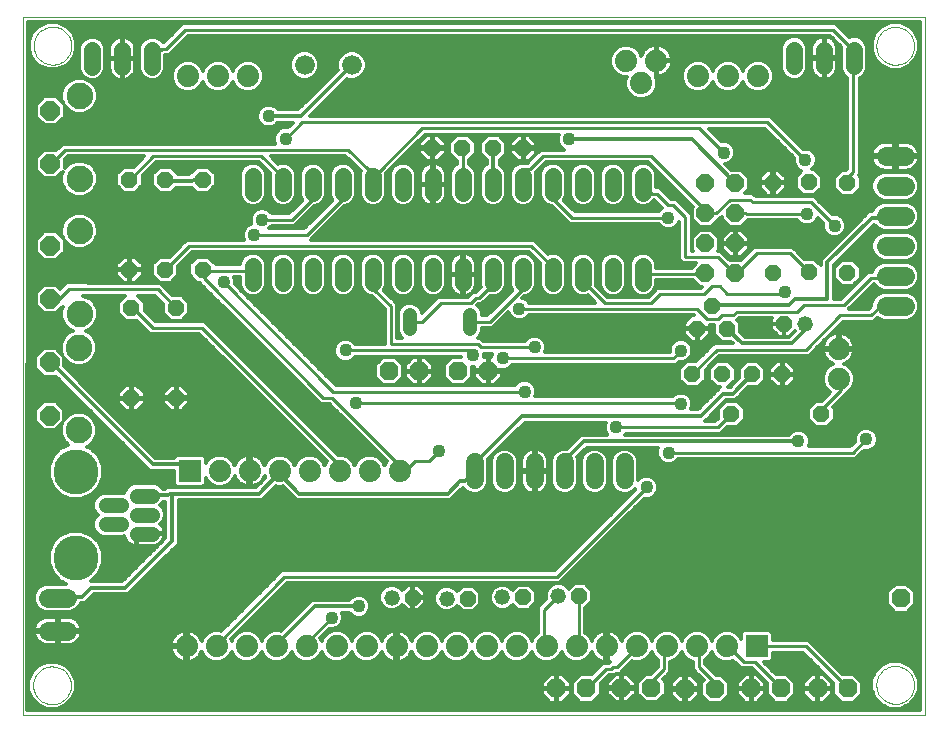
<source format=gbl>
G75*
%MOIN*%
%OFA0B0*%
%FSLAX24Y24*%
%IPPOS*%
%LPD*%
%AMOC8*
5,1,8,0,0,1.08239X$1,22.5*
%
%ADD10C,0.0000*%
%ADD11C,0.0560*%
%ADD12C,0.0640*%
%ADD13OC8,0.0560*%
%ADD14OC8,0.0520*%
%ADD15C,0.0520*%
%ADD16OC8,0.0594*%
%ADD17C,0.0594*%
%ADD18OC8,0.0630*%
%ADD19R,0.0740X0.0740*%
%ADD20C,0.0740*%
%ADD21C,0.0480*%
%ADD22C,0.1500*%
%ADD23C,0.0516*%
%ADD24OC8,0.0640*%
%ADD25C,0.0885*%
%ADD26C,0.0660*%
%ADD27C,0.0120*%
%ADD28C,0.0100*%
%ADD29C,0.0436*%
D10*
X001445Y001401D02*
X031517Y001402D01*
X031522Y024643D01*
X001457Y024645D01*
X001445Y001401D01*
X001796Y002375D02*
X001798Y002425D01*
X001804Y002475D01*
X001814Y002524D01*
X001828Y002572D01*
X001845Y002619D01*
X001866Y002664D01*
X001891Y002708D01*
X001919Y002749D01*
X001951Y002788D01*
X001985Y002825D01*
X002022Y002859D01*
X002062Y002889D01*
X002104Y002916D01*
X002148Y002940D01*
X002194Y002961D01*
X002241Y002977D01*
X002289Y002990D01*
X002339Y002999D01*
X002388Y003004D01*
X002439Y003005D01*
X002489Y003002D01*
X002538Y002995D01*
X002587Y002984D01*
X002635Y002969D01*
X002681Y002951D01*
X002726Y002929D01*
X002769Y002903D01*
X002810Y002874D01*
X002849Y002842D01*
X002885Y002807D01*
X002917Y002769D01*
X002947Y002729D01*
X002974Y002686D01*
X002997Y002642D01*
X003016Y002596D01*
X003032Y002548D01*
X003044Y002499D01*
X003052Y002450D01*
X003056Y002400D01*
X003056Y002350D01*
X003052Y002300D01*
X003044Y002251D01*
X003032Y002202D01*
X003016Y002154D01*
X002997Y002108D01*
X002974Y002064D01*
X002947Y002021D01*
X002917Y001981D01*
X002885Y001943D01*
X002849Y001908D01*
X002810Y001876D01*
X002769Y001847D01*
X002726Y001821D01*
X002681Y001799D01*
X002635Y001781D01*
X002587Y001766D01*
X002538Y001755D01*
X002489Y001748D01*
X002439Y001745D01*
X002388Y001746D01*
X002339Y001751D01*
X002289Y001760D01*
X002241Y001773D01*
X002194Y001789D01*
X002148Y001810D01*
X002104Y001834D01*
X002062Y001861D01*
X002022Y001891D01*
X001985Y001925D01*
X001951Y001962D01*
X001919Y002001D01*
X001891Y002042D01*
X001866Y002086D01*
X001845Y002131D01*
X001828Y002178D01*
X001814Y002226D01*
X001804Y002275D01*
X001798Y002325D01*
X001796Y002375D01*
X001813Y023694D02*
X001815Y023744D01*
X001821Y023794D01*
X001831Y023843D01*
X001845Y023891D01*
X001862Y023938D01*
X001883Y023983D01*
X001908Y024027D01*
X001936Y024068D01*
X001968Y024107D01*
X002002Y024144D01*
X002039Y024178D01*
X002079Y024208D01*
X002121Y024235D01*
X002165Y024259D01*
X002211Y024280D01*
X002258Y024296D01*
X002306Y024309D01*
X002356Y024318D01*
X002405Y024323D01*
X002456Y024324D01*
X002506Y024321D01*
X002555Y024314D01*
X002604Y024303D01*
X002652Y024288D01*
X002698Y024270D01*
X002743Y024248D01*
X002786Y024222D01*
X002827Y024193D01*
X002866Y024161D01*
X002902Y024126D01*
X002934Y024088D01*
X002964Y024048D01*
X002991Y024005D01*
X003014Y023961D01*
X003033Y023915D01*
X003049Y023867D01*
X003061Y023818D01*
X003069Y023769D01*
X003073Y023719D01*
X003073Y023669D01*
X003069Y023619D01*
X003061Y023570D01*
X003049Y023521D01*
X003033Y023473D01*
X003014Y023427D01*
X002991Y023383D01*
X002964Y023340D01*
X002934Y023300D01*
X002902Y023262D01*
X002866Y023227D01*
X002827Y023195D01*
X002786Y023166D01*
X002743Y023140D01*
X002698Y023118D01*
X002652Y023100D01*
X002604Y023085D01*
X002555Y023074D01*
X002506Y023067D01*
X002456Y023064D01*
X002405Y023065D01*
X002356Y023070D01*
X002306Y023079D01*
X002258Y023092D01*
X002211Y023108D01*
X002165Y023129D01*
X002121Y023153D01*
X002079Y023180D01*
X002039Y023210D01*
X002002Y023244D01*
X001968Y023281D01*
X001936Y023320D01*
X001908Y023361D01*
X001883Y023405D01*
X001862Y023450D01*
X001845Y023497D01*
X001831Y023545D01*
X001821Y023594D01*
X001815Y023644D01*
X001813Y023694D01*
X029905Y023690D02*
X029907Y023740D01*
X029913Y023790D01*
X029923Y023839D01*
X029937Y023887D01*
X029954Y023934D01*
X029975Y023979D01*
X030000Y024023D01*
X030028Y024064D01*
X030060Y024103D01*
X030094Y024140D01*
X030131Y024174D01*
X030171Y024204D01*
X030213Y024231D01*
X030257Y024255D01*
X030303Y024276D01*
X030350Y024292D01*
X030398Y024305D01*
X030448Y024314D01*
X030497Y024319D01*
X030548Y024320D01*
X030598Y024317D01*
X030647Y024310D01*
X030696Y024299D01*
X030744Y024284D01*
X030790Y024266D01*
X030835Y024244D01*
X030878Y024218D01*
X030919Y024189D01*
X030958Y024157D01*
X030994Y024122D01*
X031026Y024084D01*
X031056Y024044D01*
X031083Y024001D01*
X031106Y023957D01*
X031125Y023911D01*
X031141Y023863D01*
X031153Y023814D01*
X031161Y023765D01*
X031165Y023715D01*
X031165Y023665D01*
X031161Y023615D01*
X031153Y023566D01*
X031141Y023517D01*
X031125Y023469D01*
X031106Y023423D01*
X031083Y023379D01*
X031056Y023336D01*
X031026Y023296D01*
X030994Y023258D01*
X030958Y023223D01*
X030919Y023191D01*
X030878Y023162D01*
X030835Y023136D01*
X030790Y023114D01*
X030744Y023096D01*
X030696Y023081D01*
X030647Y023070D01*
X030598Y023063D01*
X030548Y023060D01*
X030497Y023061D01*
X030448Y023066D01*
X030398Y023075D01*
X030350Y023088D01*
X030303Y023104D01*
X030257Y023125D01*
X030213Y023149D01*
X030171Y023176D01*
X030131Y023206D01*
X030094Y023240D01*
X030060Y023277D01*
X030028Y023316D01*
X030000Y023357D01*
X029975Y023401D01*
X029954Y023446D01*
X029937Y023493D01*
X029923Y023541D01*
X029913Y023590D01*
X029907Y023640D01*
X029905Y023690D01*
X029902Y002389D02*
X029904Y002439D01*
X029910Y002489D01*
X029920Y002538D01*
X029934Y002586D01*
X029951Y002633D01*
X029972Y002678D01*
X029997Y002722D01*
X030025Y002763D01*
X030057Y002802D01*
X030091Y002839D01*
X030128Y002873D01*
X030168Y002903D01*
X030210Y002930D01*
X030254Y002954D01*
X030300Y002975D01*
X030347Y002991D01*
X030395Y003004D01*
X030445Y003013D01*
X030494Y003018D01*
X030545Y003019D01*
X030595Y003016D01*
X030644Y003009D01*
X030693Y002998D01*
X030741Y002983D01*
X030787Y002965D01*
X030832Y002943D01*
X030875Y002917D01*
X030916Y002888D01*
X030955Y002856D01*
X030991Y002821D01*
X031023Y002783D01*
X031053Y002743D01*
X031080Y002700D01*
X031103Y002656D01*
X031122Y002610D01*
X031138Y002562D01*
X031150Y002513D01*
X031158Y002464D01*
X031162Y002414D01*
X031162Y002364D01*
X031158Y002314D01*
X031150Y002265D01*
X031138Y002216D01*
X031122Y002168D01*
X031103Y002122D01*
X031080Y002078D01*
X031053Y002035D01*
X031023Y001995D01*
X030991Y001957D01*
X030955Y001922D01*
X030916Y001890D01*
X030875Y001861D01*
X030832Y001835D01*
X030787Y001813D01*
X030741Y001795D01*
X030693Y001780D01*
X030644Y001769D01*
X030595Y001762D01*
X030545Y001759D01*
X030494Y001760D01*
X030445Y001765D01*
X030395Y001774D01*
X030347Y001787D01*
X030300Y001803D01*
X030254Y001824D01*
X030210Y001848D01*
X030168Y001875D01*
X030128Y001905D01*
X030091Y001939D01*
X030057Y001976D01*
X030025Y002015D01*
X029997Y002056D01*
X029972Y002100D01*
X029951Y002145D01*
X029934Y002192D01*
X029920Y002240D01*
X029910Y002289D01*
X029904Y002339D01*
X029902Y002389D01*
D11*
X022124Y015794D02*
X022124Y016354D01*
X021124Y016354D02*
X021124Y015794D01*
X020124Y015794D02*
X020124Y016354D01*
X019124Y016354D02*
X019124Y015794D01*
X018124Y015794D02*
X018124Y016354D01*
X017124Y016354D02*
X017124Y015794D01*
X016124Y015794D02*
X016124Y016354D01*
X015124Y016354D02*
X015124Y015794D01*
X014124Y015794D02*
X014124Y016354D01*
X013124Y016354D02*
X013124Y015794D01*
X012124Y015794D02*
X012124Y016354D01*
X011124Y016354D02*
X011124Y015794D01*
X010124Y015794D02*
X010124Y016354D01*
X009124Y016354D02*
X009124Y015794D01*
X009124Y018794D02*
X009124Y019354D01*
X010124Y019354D02*
X010124Y018794D01*
X011124Y018794D02*
X011124Y019354D01*
X012124Y019354D02*
X012124Y018794D01*
X013124Y018794D02*
X013124Y019354D01*
X014124Y019354D02*
X014124Y018794D01*
X015124Y018794D02*
X015124Y019354D01*
X016124Y019354D02*
X016124Y018794D01*
X017124Y018794D02*
X017124Y019354D01*
X018124Y019354D02*
X018124Y018794D01*
X019124Y018794D02*
X019124Y019354D01*
X020124Y019354D02*
X020124Y018794D01*
X021124Y018794D02*
X021124Y019354D01*
X022124Y019354D02*
X022124Y018794D01*
X027166Y023007D02*
X027166Y023567D01*
X028166Y023567D02*
X028166Y023007D01*
X029166Y023007D02*
X029166Y023567D01*
X005769Y023555D02*
X005769Y022995D01*
X004769Y022995D02*
X004769Y023555D01*
X003769Y023555D02*
X003769Y022995D01*
D12*
X002937Y005289D02*
X002297Y005289D01*
X002297Y004189D02*
X002937Y004189D01*
X030219Y015014D02*
X030859Y015014D01*
X030859Y016014D02*
X030219Y016014D01*
X030219Y017014D02*
X030859Y017014D01*
X030859Y018014D02*
X030219Y018014D01*
X030219Y019014D02*
X030859Y019014D01*
X030859Y020014D02*
X030219Y020014D01*
D13*
X028937Y019124D03*
X027653Y019151D03*
X026457Y019124D03*
X026457Y016124D03*
X027653Y016151D03*
X028937Y016124D03*
X024932Y014265D03*
X024432Y015015D03*
X023932Y014265D03*
X023774Y012745D03*
X024774Y012745D03*
X025769Y012746D03*
X026769Y012746D03*
X028071Y011426D03*
X025071Y011426D03*
X018136Y020284D03*
X017136Y020284D03*
X016104Y020284D03*
X015104Y020284D03*
X007444Y019229D03*
X006202Y019222D03*
X005009Y019229D03*
X005009Y016229D03*
X006202Y016222D03*
X007444Y016229D03*
X006568Y014952D03*
X005073Y014947D03*
X005073Y011947D03*
X006568Y011952D03*
D14*
X014451Y005301D03*
X016289Y005266D03*
X018136Y005313D03*
X020003Y005357D03*
X026827Y014422D03*
D15*
X027527Y014422D03*
X019303Y005357D03*
X017436Y005313D03*
X015589Y005266D03*
X013751Y005301D03*
D16*
X024208Y016107D03*
X025208Y016107D03*
X025208Y017107D03*
X025208Y018107D03*
X024208Y018107D03*
X024208Y017107D03*
X024208Y019107D03*
X025208Y019107D03*
D17*
X021515Y009812D02*
X021515Y009218D01*
X020515Y009218D02*
X020515Y009812D01*
X019515Y009812D02*
X019515Y009218D01*
X018515Y009218D02*
X018515Y009812D01*
X017515Y009812D02*
X017515Y009218D01*
X016515Y009218D02*
X016515Y009812D01*
D18*
X016963Y012850D03*
X015963Y012850D03*
X014666Y012849D03*
X013666Y012849D03*
X019238Y002270D03*
X020238Y002270D03*
X021408Y002286D03*
X022408Y002286D03*
X023525Y002255D03*
X024525Y002255D03*
X025734Y002270D03*
X026734Y002270D03*
X027945Y002270D03*
X028945Y002270D03*
X030728Y005275D03*
D19*
X025914Y003680D03*
X007014Y009532D03*
D20*
X008014Y009532D03*
X009014Y009532D03*
X010014Y009532D03*
X011014Y009532D03*
X012014Y009532D03*
X013014Y009532D03*
X014014Y009532D03*
X013914Y003680D03*
X014914Y003680D03*
X015914Y003680D03*
X016914Y003680D03*
X017914Y003680D03*
X018914Y003680D03*
X019914Y003680D03*
X020914Y003680D03*
X021914Y003680D03*
X022914Y003680D03*
X023914Y003680D03*
X024914Y003680D03*
X028651Y012594D03*
X028651Y013594D03*
X022070Y022442D03*
X021570Y023192D03*
X022570Y023192D03*
X023958Y022678D03*
X024958Y022678D03*
X025958Y022678D03*
X008959Y022678D03*
X007959Y022678D03*
X006959Y022678D03*
X006914Y003680D03*
X007914Y003680D03*
X008914Y003680D03*
X009914Y003680D03*
X010914Y003680D03*
X011914Y003680D03*
X012914Y003680D03*
D21*
X014354Y014250D02*
X014354Y014730D01*
X016354Y014730D02*
X016354Y014250D01*
D22*
X003220Y009498D03*
X003220Y006624D03*
D23*
X004220Y007746D02*
X004735Y007746D01*
X005247Y007431D02*
X005763Y007431D01*
X005763Y008061D02*
X005247Y008061D01*
X004735Y008376D02*
X004220Y008376D01*
X005247Y008691D02*
X005763Y008691D01*
D24*
X002348Y011364D03*
X002348Y013144D03*
X002364Y015254D03*
X002364Y017034D03*
X002364Y019754D03*
X002364Y021534D03*
D25*
X003344Y022024D03*
X003344Y019264D03*
X003344Y017524D03*
X003344Y014764D03*
X003328Y013634D03*
X003328Y010874D03*
D26*
X010849Y023053D03*
X012424Y023053D03*
D27*
X012414Y023044D01*
X010724Y021354D01*
X009644Y021354D01*
X009483Y021696D02*
X003861Y021696D01*
X003855Y021682D02*
X003947Y021904D01*
X003947Y022143D01*
X003855Y022365D01*
X003686Y022534D01*
X003464Y022626D01*
X003225Y022626D01*
X003003Y022534D01*
X002834Y022365D01*
X002742Y022143D01*
X002742Y021904D01*
X002791Y021786D01*
X002563Y022014D01*
X002166Y022014D01*
X001884Y021732D01*
X001884Y021335D01*
X002166Y021054D01*
X002563Y021054D01*
X002844Y021335D01*
X002844Y021671D01*
X003003Y021513D01*
X003225Y021421D01*
X003464Y021421D01*
X003686Y021513D01*
X003855Y021682D01*
X003910Y021815D02*
X010874Y021815D01*
X010993Y021933D02*
X003947Y021933D01*
X003947Y022052D02*
X011111Y022052D01*
X011230Y022170D02*
X009118Y022170D01*
X009064Y022148D02*
X009259Y022228D01*
X009408Y022377D01*
X009489Y022572D01*
X009489Y022783D01*
X009408Y022978D01*
X009259Y023127D01*
X009064Y023208D01*
X008853Y023208D01*
X008658Y023127D01*
X008509Y022978D01*
X008459Y022855D01*
X008408Y022978D01*
X008259Y023127D01*
X008064Y023208D01*
X007853Y023208D01*
X007658Y023127D01*
X007509Y022978D01*
X007459Y022855D01*
X007408Y022978D01*
X007259Y023127D01*
X007064Y023208D01*
X006853Y023208D01*
X006658Y023127D01*
X006509Y022978D01*
X006429Y022783D01*
X006429Y022572D01*
X006509Y022377D01*
X006658Y022228D01*
X006853Y022148D01*
X007064Y022148D01*
X007259Y022228D01*
X007408Y022377D01*
X007459Y022500D01*
X007509Y022377D01*
X007658Y022228D01*
X007853Y022148D01*
X008064Y022148D01*
X008259Y022228D01*
X008408Y022377D01*
X008459Y022500D01*
X008509Y022377D01*
X008658Y022228D01*
X008853Y022148D01*
X009064Y022148D01*
X008799Y022170D02*
X008118Y022170D01*
X008319Y022289D02*
X008598Y022289D01*
X008497Y022407D02*
X008420Y022407D01*
X008448Y022881D02*
X008469Y022881D01*
X008531Y023000D02*
X008386Y023000D01*
X008268Y023118D02*
X008650Y023118D01*
X009268Y023118D02*
X010359Y023118D01*
X010359Y023150D02*
X010359Y022955D01*
X010433Y022775D01*
X010571Y022637D01*
X010751Y022563D01*
X010946Y022563D01*
X011126Y022637D01*
X011264Y022775D01*
X011339Y022955D01*
X011339Y023150D01*
X011264Y023330D01*
X011126Y023468D01*
X010946Y023543D01*
X010751Y023543D01*
X010571Y023468D01*
X010433Y023330D01*
X010359Y023150D01*
X010395Y023237D02*
X006209Y023237D01*
X006209Y023355D02*
X010458Y023355D01*
X010584Y023474D02*
X006412Y023474D01*
X006321Y023384D02*
X006209Y023384D01*
X006209Y022908D01*
X006142Y022746D01*
X006018Y022622D01*
X005857Y022555D01*
X005681Y022555D01*
X005520Y022622D01*
X005396Y022746D01*
X005329Y022908D01*
X005329Y023643D01*
X005396Y023804D01*
X005520Y023928D01*
X005681Y023995D01*
X005857Y023995D01*
X006018Y023928D01*
X006142Y023804D01*
X006142Y023804D01*
X006148Y023804D01*
X006664Y024320D01*
X006788Y024444D01*
X028541Y024444D01*
X029007Y023978D01*
X029079Y024007D01*
X029254Y024007D01*
X029415Y023940D01*
X029539Y023817D01*
X029606Y023655D01*
X029606Y022920D01*
X029539Y022758D01*
X029415Y022634D01*
X029344Y022605D01*
X029344Y019407D01*
X029311Y019373D01*
X029377Y019306D01*
X029377Y018942D01*
X029120Y018684D01*
X028755Y018684D01*
X028497Y018942D01*
X028497Y019306D01*
X028755Y019564D01*
X028908Y019564D01*
X028924Y019580D01*
X028924Y022631D01*
X028917Y022634D01*
X028793Y022758D01*
X028726Y022920D01*
X028726Y023655D01*
X028729Y023662D01*
X028368Y024024D01*
X006961Y024024D01*
X006321Y023384D01*
X006209Y023118D02*
X006650Y023118D01*
X006531Y023000D02*
X006209Y023000D01*
X006198Y022881D02*
X006469Y022881D01*
X006429Y022763D02*
X006149Y022763D01*
X006040Y022644D02*
X006429Y022644D01*
X006448Y022526D02*
X003695Y022526D01*
X003681Y022555D02*
X003857Y022555D01*
X004018Y022622D01*
X004142Y022746D01*
X004209Y022908D01*
X004209Y023643D01*
X004142Y023804D01*
X004018Y023928D01*
X003857Y023995D01*
X003681Y023995D01*
X003520Y023928D01*
X003396Y023804D01*
X003329Y023643D01*
X003329Y022908D01*
X003396Y022746D01*
X003520Y022622D01*
X003681Y022555D01*
X003813Y022407D02*
X006497Y022407D01*
X006598Y022289D02*
X003887Y022289D01*
X003936Y022170D02*
X006799Y022170D01*
X007118Y022170D02*
X007799Y022170D01*
X007598Y022289D02*
X007319Y022289D01*
X007420Y022407D02*
X007497Y022407D01*
X007469Y022881D02*
X007448Y022881D01*
X007386Y023000D02*
X007531Y023000D01*
X007650Y023118D02*
X007268Y023118D01*
X006530Y023592D02*
X021221Y023592D01*
X021270Y023641D02*
X021121Y023492D01*
X021040Y023297D01*
X021040Y023086D01*
X021121Y022892D01*
X021270Y022742D01*
X021465Y022662D01*
X021588Y022662D01*
X021540Y022547D01*
X021540Y022336D01*
X021621Y022142D01*
X021770Y021992D01*
X021965Y021912D01*
X022176Y021912D01*
X022371Y021992D01*
X022520Y022142D01*
X022600Y022336D01*
X022600Y022547D01*
X022550Y022668D01*
X022550Y023172D01*
X022590Y023172D01*
X022590Y022662D01*
X022612Y022662D01*
X022695Y022675D01*
X022774Y022701D01*
X022848Y022738D01*
X022916Y022788D01*
X022975Y022846D01*
X023024Y022914D01*
X023062Y022988D01*
X023087Y023068D01*
X023100Y023150D01*
X023100Y023172D01*
X022590Y023172D01*
X022590Y023212D01*
X022550Y023212D01*
X022550Y023722D01*
X022529Y023722D01*
X022446Y023709D01*
X022367Y023683D01*
X022293Y023645D01*
X022225Y023596D01*
X022166Y023537D01*
X022117Y023470D01*
X022079Y023395D01*
X022071Y023369D01*
X022020Y023492D01*
X021871Y023641D01*
X021676Y023722D01*
X021465Y023722D01*
X021270Y023641D01*
X021438Y023711D02*
X006649Y023711D01*
X006767Y023829D02*
X026806Y023829D01*
X026793Y023817D02*
X026726Y023655D01*
X026726Y022920D01*
X026793Y022758D01*
X026917Y022634D01*
X027079Y022567D01*
X027254Y022567D01*
X027415Y022634D01*
X027539Y022758D01*
X027606Y022920D01*
X027606Y023655D01*
X027539Y023817D01*
X027415Y023940D01*
X027254Y024007D01*
X027079Y024007D01*
X026917Y023940D01*
X026793Y023817D01*
X026749Y023711D02*
X022683Y023711D01*
X022695Y023709D02*
X022612Y023722D01*
X022590Y023722D01*
X022590Y023212D01*
X023100Y023212D01*
X023100Y023233D01*
X023087Y023316D01*
X023062Y023395D01*
X023024Y023470D01*
X022975Y023537D01*
X022916Y023596D01*
X022848Y023645D01*
X022774Y023683D01*
X022695Y023709D01*
X022590Y023711D02*
X022550Y023711D01*
X022458Y023711D02*
X021703Y023711D01*
X021920Y023592D02*
X022221Y023592D01*
X022120Y023474D02*
X022027Y023474D01*
X022550Y023474D02*
X022590Y023474D01*
X022590Y023592D02*
X022550Y023592D01*
X022550Y023355D02*
X022590Y023355D01*
X022590Y023237D02*
X022550Y023237D01*
X022550Y023118D02*
X022590Y023118D01*
X022590Y023000D02*
X022550Y023000D01*
X022550Y022881D02*
X022590Y022881D01*
X022590Y022763D02*
X022550Y022763D01*
X022560Y022644D02*
X023428Y022644D01*
X023428Y022572D02*
X023428Y022783D01*
X023509Y022978D01*
X023658Y023127D01*
X023853Y023208D01*
X024064Y023208D01*
X024259Y023127D01*
X024408Y022978D01*
X024458Y022856D01*
X024509Y022978D01*
X024658Y023127D01*
X024853Y023208D01*
X025064Y023208D01*
X025259Y023127D01*
X025408Y022978D01*
X025458Y022856D01*
X025509Y022978D01*
X025658Y023127D01*
X025853Y023208D01*
X026064Y023208D01*
X026259Y023127D01*
X026408Y022978D01*
X026488Y022783D01*
X026488Y022572D01*
X026408Y022378D01*
X026259Y022229D01*
X026064Y022148D01*
X025853Y022148D01*
X025658Y022229D01*
X025509Y022378D01*
X025458Y022500D01*
X025408Y022378D01*
X025259Y022229D01*
X025064Y022148D01*
X024853Y022148D01*
X024658Y022229D01*
X024509Y022378D01*
X024458Y022500D01*
X024408Y022378D01*
X024259Y022229D01*
X024064Y022148D01*
X023853Y022148D01*
X023658Y022229D01*
X023509Y022378D01*
X023428Y022572D01*
X023448Y022526D02*
X022600Y022526D01*
X022600Y022407D02*
X023497Y022407D01*
X023598Y022289D02*
X022581Y022289D01*
X022532Y022170D02*
X023799Y022170D01*
X024117Y022170D02*
X024799Y022170D01*
X024598Y022289D02*
X024318Y022289D01*
X024420Y022407D02*
X024497Y022407D01*
X024469Y022881D02*
X024448Y022881D01*
X024386Y023000D02*
X024530Y023000D01*
X024649Y023118D02*
X024268Y023118D01*
X023649Y023118D02*
X023095Y023118D01*
X023100Y023237D02*
X026726Y023237D01*
X026726Y023355D02*
X023075Y023355D01*
X023021Y023474D02*
X026726Y023474D01*
X026726Y023592D02*
X022920Y023592D01*
X023065Y023000D02*
X023530Y023000D01*
X023469Y022881D02*
X023000Y022881D01*
X022881Y022763D02*
X023428Y022763D01*
X022430Y022052D02*
X028924Y022052D01*
X028924Y022170D02*
X026117Y022170D01*
X026318Y022289D02*
X028924Y022289D01*
X028924Y022407D02*
X026420Y022407D01*
X026469Y022526D02*
X028924Y022526D01*
X028907Y022644D02*
X028415Y022644D01*
X028397Y022631D02*
X028453Y022672D01*
X028502Y022721D01*
X028543Y022777D01*
X028574Y022838D01*
X028595Y022904D01*
X028606Y022973D01*
X028606Y023267D01*
X028186Y023267D01*
X028186Y022567D01*
X028201Y022567D01*
X028269Y022578D01*
X028335Y022600D01*
X028397Y022631D01*
X028532Y022763D02*
X028791Y022763D01*
X028742Y022881D02*
X028588Y022881D01*
X028606Y023000D02*
X028726Y023000D01*
X028726Y023118D02*
X028606Y023118D01*
X028606Y023237D02*
X028726Y023237D01*
X028726Y023355D02*
X028606Y023355D01*
X028606Y023307D02*
X028606Y023602D01*
X028595Y023670D01*
X028574Y023736D01*
X028543Y023798D01*
X028502Y023854D01*
X028453Y023903D01*
X028397Y023944D01*
X028335Y023975D01*
X028269Y023997D01*
X028201Y024007D01*
X028186Y024007D01*
X028186Y023307D01*
X028606Y023307D01*
X028606Y023474D02*
X028726Y023474D01*
X028726Y023592D02*
X028606Y023592D01*
X028582Y023711D02*
X028680Y023711D01*
X028562Y023829D02*
X028520Y023829D01*
X028443Y023948D02*
X028389Y023948D01*
X028186Y023948D02*
X028146Y023948D01*
X028146Y024007D02*
X028132Y024007D01*
X028063Y023997D01*
X027997Y023975D01*
X027936Y023944D01*
X027880Y023903D01*
X027831Y023854D01*
X027790Y023798D01*
X027758Y023736D01*
X027737Y023670D01*
X027726Y023602D01*
X027726Y023307D01*
X028146Y023307D01*
X028146Y023267D01*
X028186Y023267D01*
X028186Y023307D01*
X028146Y023307D01*
X028146Y024007D01*
X028146Y023829D02*
X028186Y023829D01*
X028186Y023711D02*
X028146Y023711D01*
X028146Y023592D02*
X028186Y023592D01*
X028186Y023474D02*
X028146Y023474D01*
X028146Y023355D02*
X028186Y023355D01*
X028146Y023267D02*
X027726Y023267D01*
X027726Y022973D01*
X027737Y022904D01*
X027758Y022838D01*
X027790Y022777D01*
X027831Y022721D01*
X027880Y022672D01*
X027936Y022631D01*
X027997Y022600D01*
X028063Y022578D01*
X028132Y022567D01*
X028146Y022567D01*
X028146Y023267D01*
X028146Y023237D02*
X028186Y023237D01*
X028186Y023118D02*
X028146Y023118D01*
X028146Y023000D02*
X028186Y023000D01*
X028186Y022881D02*
X028146Y022881D01*
X028146Y022763D02*
X028186Y022763D01*
X028186Y022644D02*
X028146Y022644D01*
X027918Y022644D02*
X027425Y022644D01*
X027541Y022763D02*
X027800Y022763D01*
X027745Y022881D02*
X027590Y022881D01*
X027606Y023000D02*
X027726Y023000D01*
X027726Y023118D02*
X027606Y023118D01*
X027606Y023237D02*
X027726Y023237D01*
X027726Y023355D02*
X027606Y023355D01*
X027606Y023474D02*
X027726Y023474D01*
X027726Y023592D02*
X027606Y023592D01*
X027583Y023711D02*
X027750Y023711D01*
X027813Y023829D02*
X027527Y023829D01*
X027398Y023948D02*
X027943Y023948D01*
X028563Y024422D02*
X030235Y024422D01*
X030377Y024480D02*
X030087Y024360D01*
X029865Y024138D01*
X029745Y023848D01*
X029745Y023533D01*
X029865Y023243D01*
X030087Y023021D01*
X030377Y022901D01*
X030692Y022901D01*
X030982Y023021D01*
X031204Y023243D01*
X031324Y023533D01*
X031324Y023848D01*
X031204Y024138D01*
X030982Y024360D01*
X030692Y024480D01*
X030377Y024480D01*
X030030Y024303D02*
X028682Y024303D01*
X028800Y024185D02*
X029911Y024185D01*
X029835Y024066D02*
X028919Y024066D01*
X029398Y023948D02*
X029786Y023948D01*
X029745Y023829D02*
X029527Y023829D01*
X029583Y023711D02*
X029745Y023711D01*
X029745Y023592D02*
X029606Y023592D01*
X029606Y023474D02*
X029769Y023474D01*
X029818Y023355D02*
X029606Y023355D01*
X029606Y023237D02*
X029871Y023237D01*
X029990Y023118D02*
X029606Y023118D01*
X029606Y023000D02*
X030138Y023000D01*
X029590Y022881D02*
X031361Y022881D01*
X031361Y022763D02*
X029541Y022763D01*
X029425Y022644D02*
X031361Y022644D01*
X031361Y022526D02*
X029344Y022526D01*
X029344Y022407D02*
X031361Y022407D01*
X031361Y022289D02*
X029344Y022289D01*
X029344Y022170D02*
X031361Y022170D01*
X031361Y022052D02*
X029344Y022052D01*
X029344Y021933D02*
X031361Y021933D01*
X031361Y021815D02*
X029344Y021815D01*
X029344Y021696D02*
X031361Y021696D01*
X031361Y021578D02*
X029344Y021578D01*
X029344Y021459D02*
X031361Y021459D01*
X031361Y021341D02*
X029344Y021341D01*
X029344Y021222D02*
X031361Y021222D01*
X031361Y021104D02*
X029344Y021104D01*
X029344Y020985D02*
X031361Y020985D01*
X031361Y020867D02*
X029344Y020867D01*
X029344Y020748D02*
X031361Y020748D01*
X031361Y020630D02*
X029344Y020630D01*
X029344Y020511D02*
X031361Y020511D01*
X031361Y020393D02*
X031155Y020393D01*
X031172Y020380D02*
X031111Y020425D01*
X031043Y020459D01*
X030971Y020482D01*
X030897Y020494D01*
X030579Y020494D01*
X030579Y020054D01*
X031339Y020054D01*
X031327Y020127D01*
X031304Y020198D01*
X031270Y020266D01*
X031225Y020327D01*
X031172Y020380D01*
X031264Y020274D02*
X031361Y020274D01*
X031361Y020156D02*
X031318Y020156D01*
X031361Y020037D02*
X030579Y020037D01*
X030579Y020054D02*
X030579Y019974D01*
X030579Y019534D01*
X030897Y019534D01*
X030971Y019546D01*
X031043Y019569D01*
X031111Y019604D01*
X031172Y019648D01*
X031225Y019701D01*
X031270Y019763D01*
X031304Y019830D01*
X031327Y019902D01*
X031339Y019974D01*
X030579Y019974D01*
X030499Y019974D01*
X030499Y019534D01*
X030181Y019534D01*
X030107Y019546D01*
X030035Y019569D01*
X029967Y019604D01*
X029906Y019648D01*
X029853Y019701D01*
X029809Y019763D01*
X029774Y019830D01*
X029751Y019902D01*
X029739Y019974D01*
X030499Y019974D01*
X030499Y020054D01*
X029739Y020054D01*
X029751Y020127D01*
X029774Y020198D01*
X029809Y020266D01*
X029853Y020327D01*
X029906Y020380D01*
X029967Y020425D01*
X030035Y020459D01*
X030107Y020482D01*
X030181Y020494D01*
X030499Y020494D01*
X030499Y020054D01*
X030579Y020054D01*
X030499Y020037D02*
X029344Y020037D01*
X029344Y019919D02*
X029748Y019919D01*
X029789Y019800D02*
X029344Y019800D01*
X029344Y019682D02*
X029873Y019682D01*
X030054Y019563D02*
X029344Y019563D01*
X029344Y019445D02*
X030004Y019445D01*
X029947Y019421D02*
X029812Y019286D01*
X029739Y019110D01*
X029739Y018919D01*
X029812Y018742D01*
X029947Y018607D01*
X030124Y018534D01*
X030955Y018534D01*
X031131Y018607D01*
X031266Y018742D01*
X031339Y018919D01*
X031339Y019110D01*
X031266Y019286D01*
X031131Y019421D01*
X030955Y019494D01*
X030124Y019494D01*
X029947Y019421D01*
X029852Y019326D02*
X029357Y019326D01*
X029377Y019208D02*
X029780Y019208D01*
X029739Y019089D02*
X029377Y019089D01*
X029377Y018971D02*
X029739Y018971D01*
X029767Y018852D02*
X029288Y018852D01*
X029169Y018734D02*
X029821Y018734D01*
X029939Y018615D02*
X027890Y018615D01*
X027944Y018560D02*
X027821Y018684D01*
X025881Y018684D01*
X025791Y018774D01*
X025522Y018774D01*
X025665Y018917D01*
X025665Y019296D01*
X025398Y019564D01*
X025065Y019564D01*
X024874Y019755D01*
X024890Y019755D01*
X025029Y019813D01*
X025135Y019919D01*
X025193Y020058D01*
X025193Y020209D01*
X025135Y020348D01*
X025029Y020454D01*
X024890Y020512D01*
X024739Y020512D01*
X024735Y020510D01*
X024311Y020934D01*
X026188Y020934D01*
X027158Y019963D01*
X027156Y019959D01*
X027156Y019808D01*
X027214Y019669D01*
X027320Y019563D01*
X026640Y019563D01*
X026639Y019564D02*
X026477Y019564D01*
X026477Y019144D01*
X026897Y019144D01*
X026897Y019306D01*
X026639Y019564D01*
X026477Y019563D02*
X026437Y019563D01*
X026437Y019564D02*
X026275Y019564D01*
X026017Y019306D01*
X026017Y019144D01*
X026437Y019144D01*
X026437Y019564D01*
X026437Y019445D02*
X026477Y019445D01*
X026477Y019326D02*
X026437Y019326D01*
X026437Y019208D02*
X026477Y019208D01*
X026477Y019144D02*
X026437Y019144D01*
X026437Y019104D01*
X026477Y019104D01*
X026477Y019144D01*
X026477Y019104D02*
X026897Y019104D01*
X026897Y018942D01*
X026639Y018684D01*
X026477Y018684D01*
X026477Y019104D01*
X026477Y019089D02*
X026437Y019089D01*
X026437Y019104D02*
X026437Y018684D01*
X026275Y018684D01*
X026017Y018942D01*
X026017Y019104D01*
X026437Y019104D01*
X026437Y018971D02*
X026477Y018971D01*
X026477Y018852D02*
X026437Y018852D01*
X026437Y018734D02*
X026477Y018734D01*
X026689Y018734D02*
X027448Y018734D01*
X027470Y018711D02*
X027835Y018711D01*
X028093Y018968D01*
X028093Y019333D01*
X027835Y019591D01*
X027776Y019591D01*
X027855Y019669D01*
X027913Y019808D01*
X027913Y019959D01*
X027855Y020098D01*
X027749Y020204D01*
X027610Y020262D01*
X027459Y020262D01*
X027455Y020260D01*
X026484Y021230D01*
X026361Y021354D01*
X011036Y021354D01*
X012269Y022586D01*
X012326Y022563D01*
X012521Y022563D01*
X012701Y022637D01*
X012839Y022775D01*
X012914Y022955D01*
X012914Y023150D01*
X012839Y023330D01*
X012701Y023468D01*
X012521Y023543D01*
X012326Y023543D01*
X012146Y023468D01*
X012008Y023330D01*
X011934Y023150D01*
X011934Y022955D01*
X011957Y022898D01*
X010633Y021574D01*
X009959Y021574D01*
X009859Y021674D01*
X009720Y021732D01*
X009569Y021732D01*
X009430Y021674D01*
X009324Y021568D01*
X009266Y021429D01*
X009266Y021278D01*
X009324Y021139D01*
X009430Y021033D01*
X009569Y020975D01*
X009720Y020975D01*
X009859Y021033D01*
X009959Y021134D01*
X010458Y021134D01*
X010294Y020970D01*
X010290Y020972D01*
X010139Y020972D01*
X010000Y020914D01*
X009894Y020808D01*
X009836Y020669D01*
X009836Y020518D01*
X009871Y020434D01*
X002788Y020434D01*
X002575Y020221D01*
X002563Y020234D01*
X002166Y020234D01*
X001884Y019952D01*
X001884Y019555D01*
X002166Y019274D01*
X002563Y019274D01*
X002791Y019501D01*
X002742Y019383D01*
X002742Y019144D01*
X002834Y018922D01*
X003003Y018753D01*
X003225Y018661D01*
X003464Y018661D01*
X003686Y018753D01*
X003855Y018922D01*
X003947Y019144D01*
X003947Y019383D01*
X003855Y019605D01*
X003686Y019774D01*
X003464Y019866D01*
X003225Y019866D01*
X003003Y019774D01*
X002844Y019616D01*
X002844Y019897D01*
X002961Y020014D01*
X005498Y020014D01*
X005153Y019669D01*
X004827Y019669D01*
X004569Y019411D01*
X004569Y019047D01*
X004827Y018789D01*
X005192Y018789D01*
X005449Y019047D01*
X005449Y019372D01*
X005891Y019814D01*
X009318Y019814D01*
X009686Y019445D01*
X009684Y019441D01*
X009684Y018706D01*
X009751Y018544D01*
X009875Y018420D01*
X010037Y018354D01*
X010212Y018354D01*
X010374Y018420D01*
X010498Y018544D01*
X010564Y018706D01*
X010564Y019441D01*
X010498Y019603D01*
X010374Y019727D01*
X010212Y019794D01*
X010037Y019794D01*
X009962Y019763D01*
X009711Y020014D01*
X012208Y020014D01*
X012712Y019509D01*
X012684Y019441D01*
X012684Y018706D01*
X012751Y018544D01*
X012875Y018420D01*
X013037Y018354D01*
X013212Y018354D01*
X013374Y018420D01*
X013498Y018544D01*
X013564Y018706D01*
X013564Y019441D01*
X013563Y019445D01*
X014851Y020734D01*
X019321Y020734D01*
X019286Y020649D01*
X019286Y020498D01*
X019344Y020359D01*
X019450Y020253D01*
X019497Y020234D01*
X018718Y020234D01*
X018594Y020110D01*
X018268Y019784D01*
X018236Y019784D01*
X018212Y019794D01*
X018037Y019794D01*
X017875Y019727D01*
X017751Y019603D01*
X017684Y019441D01*
X017684Y018706D01*
X017751Y018544D01*
X017875Y018420D01*
X018037Y018354D01*
X018212Y018354D01*
X018374Y018420D01*
X018498Y018544D01*
X018564Y018706D01*
X018564Y019441D01*
X018551Y019473D01*
X018891Y019814D01*
X022298Y019814D01*
X023783Y018328D01*
X023751Y018296D01*
X023751Y017917D01*
X024019Y017649D01*
X024398Y017649D01*
X024652Y017904D01*
X024661Y017904D01*
X024751Y017993D01*
X024751Y017917D01*
X025019Y017649D01*
X025398Y017649D01*
X025622Y017874D01*
X027272Y017874D01*
X027274Y017869D01*
X027380Y017763D01*
X027519Y017705D01*
X027670Y017705D01*
X027809Y017763D01*
X027915Y017869D01*
X027952Y017959D01*
X028138Y017773D01*
X028136Y017769D01*
X028136Y017618D01*
X028194Y017479D01*
X028300Y017373D01*
X028439Y017315D01*
X028590Y017315D01*
X028729Y017373D01*
X028835Y017479D01*
X028893Y017618D01*
X028893Y017769D01*
X028835Y017908D01*
X028729Y018014D01*
X028590Y018072D01*
X028439Y018072D01*
X028435Y018070D01*
X027944Y018560D01*
X028008Y018497D02*
X031361Y018497D01*
X031361Y018615D02*
X031139Y018615D01*
X031257Y018734D02*
X031361Y018734D01*
X031361Y018852D02*
X031311Y018852D01*
X031339Y018971D02*
X031361Y018971D01*
X031361Y019089D02*
X031339Y019089D01*
X031361Y019208D02*
X031298Y019208D01*
X031361Y019326D02*
X031226Y019326D01*
X031361Y019445D02*
X031074Y019445D01*
X031024Y019563D02*
X031361Y019563D01*
X031361Y019682D02*
X031205Y019682D01*
X031289Y019800D02*
X031361Y019800D01*
X031361Y019919D02*
X031330Y019919D01*
X030579Y019919D02*
X030499Y019919D01*
X030499Y019800D02*
X030579Y019800D01*
X030579Y019682D02*
X030499Y019682D01*
X030499Y019563D02*
X030579Y019563D01*
X030579Y020156D02*
X030499Y020156D01*
X030499Y020274D02*
X030579Y020274D01*
X030579Y020393D02*
X030499Y020393D01*
X029923Y020393D02*
X029344Y020393D01*
X029344Y020274D02*
X029815Y020274D01*
X029760Y020156D02*
X029344Y020156D01*
X028924Y020156D02*
X027797Y020156D01*
X027880Y020037D02*
X028924Y020037D01*
X028924Y019919D02*
X027913Y019919D01*
X027909Y019800D02*
X028924Y019800D01*
X028924Y019682D02*
X027860Y019682D01*
X027863Y019563D02*
X028754Y019563D01*
X028636Y019445D02*
X027981Y019445D01*
X028093Y019326D02*
X028517Y019326D01*
X028497Y019208D02*
X028093Y019208D01*
X028093Y019089D02*
X028497Y019089D01*
X028497Y018971D02*
X028093Y018971D01*
X027976Y018852D02*
X028587Y018852D01*
X028705Y018734D02*
X027858Y018734D01*
X027470Y018711D02*
X027213Y018968D01*
X027213Y019333D01*
X027407Y019527D01*
X027320Y019563D01*
X027324Y019445D02*
X026759Y019445D01*
X026877Y019326D02*
X027213Y019326D01*
X027213Y019208D02*
X026897Y019208D01*
X026897Y019089D02*
X027213Y019089D01*
X027213Y018971D02*
X026897Y018971D01*
X026807Y018852D02*
X027329Y018852D01*
X028127Y018378D02*
X029904Y018378D01*
X029947Y018421D02*
X029812Y018286D01*
X029770Y018184D01*
X029673Y018184D01*
X028183Y016694D01*
X028054Y016565D01*
X028054Y016371D01*
X027835Y016591D01*
X027504Y016591D01*
X027224Y016870D01*
X027101Y016994D01*
X025828Y016994D01*
X025398Y016564D01*
X025398Y016564D01*
X025019Y016564D01*
X025010Y016555D01*
X024701Y016864D01*
X024612Y016864D01*
X024665Y016917D01*
X024665Y017296D01*
X024398Y017564D01*
X024019Y017564D01*
X023751Y017296D01*
X023751Y016917D01*
X023805Y016864D01*
X023744Y016864D01*
X023744Y018070D01*
X023621Y018194D01*
X023221Y018594D01*
X023051Y018594D01*
X022671Y018974D01*
X022564Y018974D01*
X022564Y019441D01*
X022498Y019603D01*
X022374Y019727D01*
X022212Y019794D01*
X022037Y019794D01*
X021875Y019727D01*
X021751Y019603D01*
X021684Y019441D01*
X021684Y018706D01*
X021751Y018544D01*
X021875Y018420D01*
X022037Y018354D01*
X022212Y018354D01*
X022374Y018420D01*
X022498Y018544D01*
X022500Y018551D01*
X022754Y018297D01*
X022765Y018286D01*
X022760Y018284D01*
X022654Y018178D01*
X022652Y018174D01*
X019851Y018174D01*
X019489Y018536D01*
X019498Y018544D01*
X019564Y018706D01*
X019564Y019441D01*
X019498Y019603D01*
X019374Y019727D01*
X019212Y019794D01*
X019037Y019794D01*
X018875Y019727D01*
X018751Y019603D01*
X018684Y019441D01*
X018684Y018706D01*
X018751Y018544D01*
X018875Y018420D01*
X019037Y018354D01*
X019078Y018354D01*
X019554Y017877D01*
X019678Y017754D01*
X022652Y017754D01*
X022654Y017749D01*
X022760Y017643D01*
X022899Y017585D01*
X023050Y017585D01*
X023189Y017643D01*
X023295Y017749D01*
X023324Y017820D01*
X023324Y016567D01*
X023448Y016444D01*
X023899Y016444D01*
X023751Y016296D01*
X023751Y016294D01*
X022564Y016294D01*
X022564Y016441D01*
X022498Y016603D01*
X022374Y016727D01*
X022212Y016794D01*
X022037Y016794D01*
X021875Y016727D01*
X021751Y016603D01*
X021684Y016441D01*
X021684Y015706D01*
X021751Y015544D01*
X021875Y015420D01*
X022037Y015354D01*
X022212Y015354D01*
X022374Y015420D01*
X022498Y015544D01*
X022564Y015706D01*
X022564Y015874D01*
X023795Y015874D01*
X024019Y015649D01*
X024093Y015649D01*
X024068Y015624D01*
X022608Y015624D01*
X022318Y015334D01*
X020931Y015334D01*
X020563Y015702D01*
X020564Y015706D01*
X020564Y016441D01*
X020498Y016603D01*
X020374Y016727D01*
X020212Y016794D01*
X020037Y016794D01*
X019875Y016727D01*
X019751Y016603D01*
X019684Y016441D01*
X019684Y015706D01*
X019751Y015544D01*
X019875Y015420D01*
X020037Y015354D01*
X020212Y015354D01*
X020287Y015384D01*
X020538Y015134D01*
X018327Y015134D01*
X018325Y015138D01*
X018219Y015244D01*
X018108Y015290D01*
X018171Y015354D01*
X018212Y015354D01*
X018374Y015420D01*
X018498Y015544D01*
X018564Y015706D01*
X018564Y016441D01*
X018498Y016603D01*
X018374Y016727D01*
X018212Y016794D01*
X018037Y016794D01*
X017875Y016727D01*
X017751Y016603D01*
X017684Y016441D01*
X017684Y015706D01*
X017751Y015544D01*
X017760Y015536D01*
X016928Y014704D01*
X016754Y014704D01*
X016754Y014809D01*
X016694Y014956D01*
X016604Y015046D01*
X016631Y015074D01*
X016741Y015074D01*
X016864Y015197D01*
X017021Y015354D01*
X017212Y015354D01*
X017374Y015420D01*
X017498Y015544D01*
X017564Y015706D01*
X017564Y016441D01*
X017498Y016603D01*
X017374Y016727D01*
X017212Y016794D01*
X017037Y016794D01*
X016875Y016727D01*
X016751Y016603D01*
X016684Y016441D01*
X016684Y015706D01*
X016712Y015638D01*
X016568Y015494D01*
X016458Y015494D01*
X016298Y015334D01*
X015308Y015334D01*
X014754Y014780D01*
X014754Y014809D01*
X014694Y014956D01*
X014581Y015069D01*
X014434Y015130D01*
X014275Y015130D01*
X014128Y015069D01*
X014015Y014956D01*
X013954Y014809D01*
X013954Y014170D01*
X014015Y014023D01*
X014085Y013954D01*
X013934Y013954D01*
X013934Y015090D01*
X013811Y015214D01*
X013489Y015536D01*
X013498Y015544D01*
X013564Y015706D01*
X013564Y016441D01*
X013498Y016603D01*
X013374Y016727D01*
X013212Y016794D01*
X013037Y016794D01*
X012875Y016727D01*
X012751Y016603D01*
X012684Y016441D01*
X012684Y015706D01*
X012751Y015544D01*
X012875Y015420D01*
X013037Y015354D01*
X013078Y015354D01*
X013514Y014917D01*
X013514Y013754D01*
X012537Y013754D01*
X012535Y013758D01*
X012429Y013864D01*
X012290Y013922D01*
X012139Y013922D01*
X012000Y013864D01*
X011894Y013758D01*
X011836Y013619D01*
X011836Y013468D01*
X011894Y013329D01*
X012000Y013223D01*
X012139Y013165D01*
X012290Y013165D01*
X012429Y013223D01*
X012535Y013329D01*
X012537Y013334D01*
X016076Y013334D01*
X016076Y013325D01*
X015766Y013325D01*
X015488Y013047D01*
X015488Y012654D01*
X015766Y012375D01*
X016160Y012375D01*
X016438Y012654D01*
X016438Y012995D01*
X016488Y012995D01*
X016488Y012870D01*
X016943Y012870D01*
X016943Y012830D01*
X016983Y012830D01*
X016983Y012375D01*
X017160Y012375D01*
X017438Y012654D01*
X017438Y012830D01*
X016983Y012830D01*
X016983Y012870D01*
X017438Y012870D01*
X017438Y012895D01*
X017520Y012895D01*
X017659Y012953D01*
X017765Y013059D01*
X017767Y013064D01*
X023221Y013064D01*
X023315Y013157D01*
X023319Y013155D01*
X023470Y013155D01*
X023609Y013213D01*
X023715Y013319D01*
X023773Y013458D01*
X023773Y013609D01*
X023715Y013748D01*
X023609Y013854D01*
X023470Y013912D01*
X023319Y013912D01*
X023180Y013854D01*
X023074Y013748D01*
X023016Y013609D01*
X023016Y013484D01*
X018857Y013484D01*
X018893Y013568D01*
X018893Y013719D01*
X018835Y013858D01*
X018729Y013964D01*
X018590Y014022D01*
X018439Y014022D01*
X018300Y013964D01*
X018194Y013858D01*
X018192Y013854D01*
X016801Y013854D01*
X016701Y013954D01*
X016624Y013954D01*
X016694Y014023D01*
X016754Y014170D01*
X016754Y014284D01*
X017101Y014284D01*
X017224Y014407D01*
X017638Y014820D01*
X017684Y014709D01*
X017790Y014603D01*
X017929Y014545D01*
X018080Y014545D01*
X018219Y014603D01*
X018325Y014709D01*
X018327Y014714D01*
X023828Y014714D01*
X023836Y014705D01*
X023750Y014705D01*
X023492Y014448D01*
X023492Y014285D01*
X023912Y014285D01*
X023912Y014245D01*
X023952Y014245D01*
X023952Y013825D01*
X024115Y013825D01*
X024372Y014083D01*
X024372Y014245D01*
X023952Y014245D01*
X023952Y014285D01*
X024372Y014285D01*
X024372Y014374D01*
X024492Y014374D01*
X024492Y014083D01*
X024750Y013825D01*
X025062Y013825D01*
X025113Y013774D01*
X024498Y013774D01*
X024374Y013650D01*
X023909Y013185D01*
X023592Y013185D01*
X023334Y012928D01*
X023334Y012563D01*
X023592Y012305D01*
X023957Y012305D01*
X024214Y012563D01*
X024214Y012896D01*
X024671Y013354D01*
X027651Y013354D01*
X028791Y014494D01*
X029821Y014494D01*
X029941Y014613D01*
X029947Y014607D01*
X030124Y014534D01*
X030955Y014534D01*
X031131Y014607D01*
X031266Y014742D01*
X031339Y014919D01*
X031339Y015110D01*
X031266Y015286D01*
X031131Y015421D01*
X030955Y015494D01*
X030124Y015494D01*
X029947Y015421D01*
X029812Y015286D01*
X029739Y015110D01*
X029739Y015005D01*
X029648Y014914D01*
X028981Y014914D01*
X029034Y014967D01*
X029811Y015744D01*
X029812Y015744D01*
X029812Y015742D01*
X029947Y015607D01*
X030124Y015534D01*
X030955Y015534D01*
X031131Y015607D01*
X031266Y015742D01*
X031339Y015919D01*
X031339Y016110D01*
X031266Y016286D01*
X031131Y016421D01*
X030955Y016494D01*
X030124Y016494D01*
X029947Y016421D01*
X029812Y016286D01*
X029761Y016164D01*
X029638Y016164D01*
X028738Y015264D01*
X028494Y015264D01*
X028494Y016382D01*
X029833Y017721D01*
X029947Y017607D01*
X030124Y017534D01*
X030955Y017534D01*
X031131Y017607D01*
X031266Y017742D01*
X031339Y017919D01*
X031339Y018110D01*
X031266Y018286D01*
X031131Y018421D01*
X030955Y018494D01*
X030124Y018494D01*
X029947Y018421D01*
X029801Y018260D02*
X028245Y018260D01*
X028364Y018141D02*
X029631Y018141D01*
X029512Y018023D02*
X028708Y018023D01*
X028837Y017904D02*
X029394Y017904D01*
X029275Y017786D02*
X028886Y017786D01*
X028893Y017667D02*
X029157Y017667D01*
X029038Y017549D02*
X028864Y017549D01*
X028920Y017430D02*
X028786Y017430D01*
X028801Y017312D02*
X025650Y017312D01*
X025665Y017296D02*
X025398Y017564D01*
X025237Y017564D01*
X025237Y017135D01*
X025665Y017135D01*
X025665Y017296D01*
X025665Y017193D02*
X028683Y017193D01*
X028564Y017075D02*
X025665Y017075D01*
X025665Y017078D02*
X025237Y017078D01*
X025237Y017135D01*
X025180Y017135D01*
X025180Y017078D01*
X025237Y017078D01*
X025237Y016649D01*
X025398Y016649D01*
X025665Y016917D01*
X025665Y017078D01*
X025665Y016956D02*
X025790Y016956D01*
X025672Y016838D02*
X025586Y016838D01*
X025553Y016719D02*
X025467Y016719D01*
X025435Y016601D02*
X024964Y016601D01*
X025019Y016649D02*
X024751Y016917D01*
X024751Y017078D01*
X025180Y017078D01*
X025180Y016649D01*
X025019Y016649D01*
X024949Y016719D02*
X024846Y016719D01*
X024831Y016838D02*
X024727Y016838D01*
X024751Y016956D02*
X024665Y016956D01*
X024665Y017075D02*
X024751Y017075D01*
X024751Y017135D02*
X025180Y017135D01*
X025180Y017564D01*
X025019Y017564D01*
X024751Y017296D01*
X024751Y017135D01*
X024751Y017193D02*
X024665Y017193D01*
X024650Y017312D02*
X024767Y017312D01*
X024885Y017430D02*
X024531Y017430D01*
X024413Y017549D02*
X025004Y017549D01*
X025001Y017667D02*
X024415Y017667D01*
X024534Y017786D02*
X024883Y017786D01*
X024764Y017904D02*
X024662Y017904D01*
X025180Y017549D02*
X025237Y017549D01*
X025237Y017430D02*
X025180Y017430D01*
X025180Y017312D02*
X025237Y017312D01*
X025237Y017193D02*
X025180Y017193D01*
X025180Y017075D02*
X025237Y017075D01*
X025237Y016956D02*
X025180Y016956D01*
X025180Y016838D02*
X025237Y016838D01*
X025237Y016719D02*
X025180Y016719D01*
X025531Y017430D02*
X028243Y017430D01*
X028165Y017549D02*
X025413Y017549D01*
X025415Y017667D02*
X028136Y017667D01*
X028125Y017786D02*
X027831Y017786D01*
X027929Y017904D02*
X028007Y017904D01*
X027358Y017786D02*
X025534Y017786D01*
X025831Y018734D02*
X026225Y018734D01*
X026107Y018852D02*
X025600Y018852D01*
X025665Y018971D02*
X026017Y018971D01*
X026017Y019089D02*
X025665Y019089D01*
X025665Y019208D02*
X026017Y019208D01*
X026037Y019326D02*
X025635Y019326D01*
X025517Y019445D02*
X026155Y019445D01*
X026274Y019563D02*
X025398Y019563D01*
X025134Y019919D02*
X027156Y019919D01*
X027160Y019800D02*
X024997Y019800D01*
X024948Y019682D02*
X027209Y019682D01*
X027084Y020037D02*
X025184Y020037D01*
X025193Y020156D02*
X026965Y020156D01*
X026847Y020274D02*
X025166Y020274D01*
X025090Y020393D02*
X026728Y020393D01*
X026610Y020511D02*
X024891Y020511D01*
X024738Y020511D02*
X024734Y020511D01*
X024615Y020630D02*
X026491Y020630D01*
X026373Y020748D02*
X024497Y020748D01*
X024378Y020867D02*
X026254Y020867D01*
X026493Y021222D02*
X028924Y021222D01*
X028924Y021104D02*
X026611Y021104D01*
X026730Y020985D02*
X028924Y020985D01*
X028924Y020867D02*
X026848Y020867D01*
X026967Y020748D02*
X028924Y020748D01*
X028924Y020630D02*
X027085Y020630D01*
X027204Y020511D02*
X028924Y020511D01*
X028924Y020393D02*
X027322Y020393D01*
X027441Y020274D02*
X028924Y020274D01*
X028924Y021341D02*
X026374Y021341D01*
X025799Y022170D02*
X025117Y022170D01*
X025318Y022289D02*
X025598Y022289D01*
X025497Y022407D02*
X025420Y022407D01*
X025448Y022881D02*
X025469Y022881D01*
X025530Y023000D02*
X025386Y023000D01*
X025268Y023118D02*
X025649Y023118D01*
X026268Y023118D02*
X026726Y023118D01*
X026726Y023000D02*
X026386Y023000D01*
X026448Y022881D02*
X026742Y022881D01*
X026791Y022763D02*
X026488Y022763D01*
X026488Y022644D02*
X026907Y022644D01*
X026934Y023948D02*
X006886Y023948D01*
X006647Y024303D02*
X002951Y024303D01*
X002891Y024363D02*
X002600Y024483D01*
X002286Y024483D01*
X001996Y024363D01*
X001773Y024141D01*
X001653Y023851D01*
X001653Y023536D01*
X001773Y023246D01*
X001996Y023024D01*
X002286Y022904D01*
X002600Y022904D01*
X002891Y023024D01*
X003113Y023246D01*
X003233Y023536D01*
X003233Y023851D01*
X003113Y024141D01*
X002891Y024363D01*
X002750Y024422D02*
X006766Y024422D01*
X006529Y024185D02*
X003069Y024185D01*
X003144Y024066D02*
X006410Y024066D01*
X006292Y023948D02*
X005971Y023948D01*
X006117Y023829D02*
X006173Y023829D01*
X005567Y023948D02*
X004968Y023948D01*
X004938Y023963D02*
X004872Y023984D01*
X004804Y023995D01*
X004789Y023995D01*
X004789Y023295D01*
X005209Y023295D01*
X005209Y023590D01*
X005198Y023658D01*
X005177Y023724D01*
X005145Y023786D01*
X005105Y023842D01*
X005056Y023891D01*
X005000Y023931D01*
X004938Y023963D01*
X004789Y023948D02*
X004749Y023948D01*
X004749Y023995D02*
X004734Y023995D01*
X004666Y023984D01*
X004600Y023963D01*
X004538Y023931D01*
X004482Y023891D01*
X004433Y023842D01*
X004393Y023786D01*
X004361Y023724D01*
X004340Y023658D01*
X004329Y023590D01*
X004329Y023295D01*
X004749Y023295D01*
X004749Y023255D01*
X004789Y023255D01*
X004789Y022555D01*
X004804Y022555D01*
X004872Y022566D01*
X004938Y022587D01*
X005000Y022619D01*
X005056Y022660D01*
X005105Y022709D01*
X005145Y022765D01*
X005177Y022826D01*
X005198Y022892D01*
X005209Y022961D01*
X005209Y023255D01*
X004789Y023255D01*
X004789Y023295D01*
X004749Y023295D01*
X004749Y023995D01*
X004749Y023829D02*
X004789Y023829D01*
X004789Y023711D02*
X004749Y023711D01*
X004749Y023592D02*
X004789Y023592D01*
X004789Y023474D02*
X004749Y023474D01*
X004749Y023355D02*
X004789Y023355D01*
X004749Y023255D02*
X004329Y023255D01*
X004329Y022961D01*
X004340Y022892D01*
X004361Y022826D01*
X004393Y022765D01*
X004433Y022709D01*
X004482Y022660D01*
X004538Y022619D01*
X004600Y022587D01*
X004666Y022566D01*
X004734Y022555D01*
X004749Y022555D01*
X004749Y023255D01*
X004749Y023237D02*
X004789Y023237D01*
X004789Y023118D02*
X004749Y023118D01*
X004749Y023000D02*
X004789Y023000D01*
X004789Y022881D02*
X004749Y022881D01*
X004749Y022763D02*
X004789Y022763D01*
X004789Y022644D02*
X004749Y022644D01*
X004504Y022644D02*
X004040Y022644D01*
X004149Y022763D02*
X004394Y022763D01*
X004343Y022881D02*
X004198Y022881D01*
X004209Y023000D02*
X004329Y023000D01*
X004329Y023118D02*
X004209Y023118D01*
X004209Y023237D02*
X004329Y023237D01*
X004329Y023355D02*
X004209Y023355D01*
X004209Y023474D02*
X004329Y023474D01*
X004329Y023592D02*
X004209Y023592D01*
X004181Y023711D02*
X004357Y023711D01*
X004424Y023829D02*
X004117Y023829D01*
X003971Y023948D02*
X004570Y023948D01*
X005114Y023829D02*
X005421Y023829D01*
X005357Y023711D02*
X005181Y023711D01*
X005209Y023592D02*
X005329Y023592D01*
X005329Y023474D02*
X005209Y023474D01*
X005209Y023355D02*
X005329Y023355D01*
X005329Y023237D02*
X005209Y023237D01*
X005209Y023118D02*
X005329Y023118D01*
X005329Y023000D02*
X005209Y023000D01*
X005195Y022881D02*
X005340Y022881D01*
X005389Y022763D02*
X005144Y022763D01*
X005034Y022644D02*
X005498Y022644D01*
X003751Y021578D02*
X009334Y021578D01*
X009279Y021459D02*
X003556Y021459D01*
X003133Y021459D02*
X002844Y021459D01*
X002844Y021341D02*
X009266Y021341D01*
X009290Y021222D02*
X002732Y021222D01*
X002613Y021104D02*
X009360Y021104D01*
X009546Y020985D02*
X001615Y020985D01*
X001615Y020867D02*
X009953Y020867D01*
X009869Y020748D02*
X001615Y020748D01*
X001615Y020630D02*
X009836Y020630D01*
X009839Y020511D02*
X001615Y020511D01*
X001615Y020393D02*
X002747Y020393D01*
X002628Y020274D02*
X001615Y020274D01*
X001615Y020156D02*
X002088Y020156D01*
X001969Y020037D02*
X001615Y020037D01*
X001615Y019919D02*
X001884Y019919D01*
X001884Y019800D02*
X001615Y019800D01*
X001615Y019682D02*
X001884Y019682D01*
X001884Y019563D02*
X001615Y019563D01*
X001615Y019445D02*
X001995Y019445D01*
X002113Y019326D02*
X001615Y019326D01*
X001614Y019208D02*
X002742Y019208D01*
X002742Y019326D02*
X002616Y019326D01*
X002734Y019445D02*
X002767Y019445D01*
X002844Y019682D02*
X002910Y019682D01*
X002844Y019800D02*
X003065Y019800D01*
X002867Y019919D02*
X005403Y019919D01*
X005284Y019800D02*
X003624Y019800D01*
X003779Y019682D02*
X005166Y019682D01*
X005523Y019445D02*
X005803Y019445D01*
X005762Y019404D02*
X005762Y019040D01*
X006020Y018782D01*
X006384Y018782D01*
X006566Y018964D01*
X007087Y018964D01*
X007262Y018789D01*
X007627Y018789D01*
X007884Y019046D01*
X007884Y019411D01*
X007627Y019669D01*
X007262Y019669D01*
X007004Y019411D01*
X007004Y019404D01*
X006642Y019404D01*
X006642Y019404D01*
X006384Y019662D01*
X006020Y019662D01*
X005762Y019404D01*
X005762Y019326D02*
X005449Y019326D01*
X005449Y019208D02*
X005762Y019208D01*
X005762Y019089D02*
X005449Y019089D01*
X005373Y018971D02*
X005831Y018971D01*
X005950Y018852D02*
X005255Y018852D01*
X004764Y018852D02*
X003785Y018852D01*
X003875Y018971D02*
X004646Y018971D01*
X004569Y019089D02*
X003924Y019089D01*
X003947Y019208D02*
X004569Y019208D01*
X004569Y019326D02*
X003947Y019326D01*
X003922Y019445D02*
X004603Y019445D01*
X004721Y019563D02*
X003873Y019563D01*
X003639Y018734D02*
X008684Y018734D01*
X008684Y018706D02*
X008751Y018544D01*
X008875Y018420D01*
X009037Y018354D01*
X009212Y018354D01*
X009374Y018420D01*
X009498Y018544D01*
X009564Y018706D01*
X009564Y019441D01*
X009498Y019603D01*
X009374Y019727D01*
X009212Y019794D01*
X009037Y019794D01*
X008875Y019727D01*
X008751Y019603D01*
X008684Y019441D01*
X008684Y018706D01*
X008722Y018615D02*
X001614Y018615D01*
X001614Y018497D02*
X008799Y018497D01*
X008978Y018378D02*
X001614Y018378D01*
X001614Y018260D02*
X009320Y018260D01*
X009349Y018272D02*
X009210Y018214D01*
X009104Y018108D01*
X009046Y017969D01*
X009046Y017818D01*
X009069Y017763D01*
X008950Y017714D01*
X008844Y017608D01*
X008786Y017469D01*
X008786Y017318D01*
X008821Y017234D01*
X006918Y017234D01*
X006794Y017110D01*
X006346Y016662D01*
X006020Y016662D01*
X005762Y016404D01*
X005762Y016040D01*
X006018Y015784D01*
X003641Y015784D01*
X003621Y015804D01*
X002918Y015804D01*
X002705Y015591D01*
X002563Y015734D01*
X002166Y015734D01*
X001884Y015452D01*
X001884Y015055D01*
X002166Y014774D01*
X002563Y014774D01*
X002791Y015001D01*
X002742Y014883D01*
X002742Y014644D01*
X002834Y014422D01*
X003003Y014253D01*
X003125Y014202D01*
X002987Y014145D01*
X002817Y013975D01*
X002726Y013754D01*
X002726Y013514D01*
X002774Y013397D01*
X002547Y013624D01*
X002149Y013624D01*
X001868Y013343D01*
X001868Y012945D01*
X002149Y012664D01*
X002547Y012664D01*
X002550Y012667D01*
X005693Y009524D01*
X006484Y009524D01*
X006484Y009096D01*
X006578Y009002D01*
X007450Y009002D01*
X007544Y009096D01*
X007544Y009282D01*
X007565Y009232D01*
X007714Y009083D01*
X007909Y009002D01*
X008120Y009002D01*
X008314Y009083D01*
X008463Y009232D01*
X008514Y009355D01*
X008523Y009329D01*
X008561Y009255D01*
X008610Y009187D01*
X008669Y009128D01*
X008736Y009079D01*
X008811Y009041D01*
X008890Y009015D01*
X008972Y009002D01*
X008974Y009002D01*
X008974Y009492D01*
X009054Y009492D01*
X009054Y009002D01*
X009056Y009002D01*
X009138Y009015D01*
X009218Y009041D01*
X009292Y009079D01*
X009359Y009128D01*
X009418Y009187D01*
X009467Y009255D01*
X009505Y009329D01*
X009514Y009355D01*
X009541Y009291D01*
X009233Y008984D01*
X006263Y008984D01*
X006203Y008924D01*
X006119Y008924D01*
X006117Y008928D01*
X005999Y009045D01*
X005846Y009109D01*
X005164Y009109D01*
X005011Y009045D01*
X004893Y008928D01*
X004835Y008787D01*
X004818Y008794D01*
X004137Y008794D01*
X003983Y008730D01*
X003866Y008613D01*
X003802Y008459D01*
X003802Y008293D01*
X003866Y008139D01*
X003944Y008061D01*
X003866Y007983D01*
X003802Y007829D01*
X003802Y007663D01*
X003866Y007510D01*
X003983Y007392D01*
X004137Y007328D01*
X004818Y007328D01*
X004839Y007337D01*
X004840Y007333D01*
X004860Y007271D01*
X004890Y007212D01*
X004929Y007159D01*
X004975Y007113D01*
X005028Y007074D01*
X005087Y007044D01*
X005149Y007024D01*
X005214Y007013D01*
X005238Y007013D01*
X005238Y007422D01*
X005256Y007422D01*
X005256Y007013D01*
X005796Y007013D01*
X005861Y007024D01*
X005923Y007044D01*
X005982Y007074D01*
X006035Y007113D01*
X006081Y007159D01*
X006120Y007212D01*
X006150Y007271D01*
X006170Y007333D01*
X006181Y007398D01*
X006181Y007422D01*
X005256Y007422D01*
X005256Y007440D01*
X006181Y007440D01*
X006181Y007464D01*
X006170Y007529D01*
X006150Y007592D01*
X006120Y007650D01*
X006081Y007703D01*
X006039Y007746D01*
X006117Y007824D01*
X006181Y007978D01*
X006181Y008144D01*
X006117Y008298D01*
X006039Y008376D01*
X006117Y008454D01*
X006129Y008484D01*
X006204Y008484D01*
X006204Y007275D01*
X004773Y005844D01*
X003713Y005844D01*
X003735Y005853D01*
X003991Y006109D01*
X004130Y006443D01*
X004130Y006805D01*
X003991Y007140D01*
X003735Y007396D01*
X003401Y007534D01*
X003039Y007534D01*
X002704Y007396D01*
X002448Y007140D01*
X002310Y006805D01*
X002310Y006443D01*
X002448Y006109D01*
X002704Y005853D01*
X002905Y005769D01*
X002202Y005769D01*
X002025Y005696D01*
X001890Y005561D01*
X001817Y005385D01*
X001817Y005194D01*
X001890Y005017D01*
X002025Y004882D01*
X002202Y004809D01*
X003033Y004809D01*
X003209Y004882D01*
X003344Y005017D01*
X003384Y005114D01*
X003526Y005114D01*
X003816Y005404D01*
X004956Y005404D01*
X006516Y006964D01*
X006644Y007092D01*
X006644Y008544D01*
X009416Y008544D01*
X009884Y009012D01*
X009909Y009002D01*
X010120Y009002D01*
X010123Y009004D01*
X010583Y008544D01*
X015706Y008544D01*
X015834Y008672D01*
X016126Y008963D01*
X016128Y008959D01*
X016256Y008830D01*
X016424Y008760D01*
X016606Y008760D01*
X016774Y008830D01*
X016903Y008959D01*
X016972Y009127D01*
X016972Y009903D01*
X016967Y009915D01*
X018186Y011134D01*
X020891Y011134D01*
X020856Y011049D01*
X020856Y010898D01*
X020914Y010759D01*
X020940Y010734D01*
X020073Y010734D01*
X019944Y010605D01*
X019608Y010268D01*
X019606Y010269D01*
X019424Y010269D01*
X019256Y010199D01*
X019128Y010071D01*
X019058Y009903D01*
X019058Y009127D01*
X019128Y008959D01*
X019256Y008830D01*
X019424Y008760D01*
X019606Y008760D01*
X019774Y008830D01*
X019903Y008959D01*
X019972Y009127D01*
X019972Y009903D01*
X019941Y009979D01*
X020256Y010294D01*
X022641Y010294D01*
X022606Y010209D01*
X022606Y010058D01*
X022664Y009919D01*
X022770Y009813D01*
X022909Y009755D01*
X023060Y009755D01*
X023199Y009813D01*
X023305Y009919D01*
X023307Y009924D01*
X029211Y009924D01*
X029334Y010047D01*
X029485Y010197D01*
X029489Y010195D01*
X029640Y010195D01*
X029779Y010253D01*
X029885Y010359D01*
X029943Y010498D01*
X029943Y010649D01*
X029885Y010788D01*
X029779Y010894D01*
X029640Y010952D01*
X029489Y010952D01*
X029350Y010894D01*
X029244Y010788D01*
X029186Y010649D01*
X029186Y010498D01*
X029188Y010494D01*
X029038Y010344D01*
X027643Y010344D01*
X027683Y010438D01*
X027683Y010589D01*
X027625Y010728D01*
X027519Y010834D01*
X027380Y010892D01*
X027229Y010892D01*
X027090Y010834D01*
X026990Y010734D01*
X021529Y010734D01*
X021555Y010759D01*
X021557Y010764D01*
X024701Y010764D01*
X024824Y010887D01*
X024924Y010986D01*
X025254Y010986D01*
X025511Y011244D01*
X025511Y011609D01*
X025254Y011866D01*
X024889Y011866D01*
X024631Y011609D01*
X024631Y011287D01*
X024528Y011184D01*
X024206Y011184D01*
X024284Y011262D01*
X024896Y011874D01*
X025206Y011874D01*
X025334Y012002D01*
X025638Y012306D01*
X025951Y012306D01*
X026209Y012564D01*
X026209Y012929D01*
X025951Y013186D01*
X025587Y013186D01*
X025329Y012929D01*
X025329Y012619D01*
X025023Y012314D01*
X024965Y012314D01*
X025214Y012563D01*
X025214Y012928D01*
X024957Y013185D01*
X024592Y013185D01*
X024334Y012928D01*
X024334Y012563D01*
X024592Y012305D01*
X024705Y012305D01*
X023973Y011574D01*
X023729Y011574D01*
X023773Y011678D01*
X023773Y011829D01*
X023715Y011968D01*
X023609Y012074D01*
X023470Y012132D01*
X023319Y012132D01*
X023180Y012074D01*
X023110Y012004D01*
X018527Y012004D01*
X018563Y012088D01*
X018563Y012239D01*
X018505Y012378D01*
X018399Y012484D01*
X018260Y012542D01*
X018109Y012542D01*
X017970Y012484D01*
X017864Y012378D01*
X017862Y012374D01*
X011891Y012374D01*
X008521Y015744D01*
X008523Y015748D01*
X008523Y015899D01*
X008487Y015984D01*
X008684Y015984D01*
X008684Y015706D01*
X008751Y015544D01*
X008875Y015420D01*
X009037Y015354D01*
X009212Y015354D01*
X009374Y015420D01*
X009498Y015544D01*
X009564Y015706D01*
X009564Y016441D01*
X009498Y016603D01*
X009374Y016727D01*
X009212Y016794D01*
X009037Y016794D01*
X008875Y016727D01*
X008751Y016603D01*
X008684Y016441D01*
X008684Y016404D01*
X007884Y016404D01*
X007884Y016411D01*
X007627Y016669D01*
X007262Y016669D01*
X007004Y016411D01*
X007004Y016046D01*
X007262Y015789D01*
X007343Y015789D01*
X007398Y015734D01*
X011378Y011754D01*
X011668Y011754D01*
X013577Y009844D01*
X013565Y009833D01*
X013514Y009710D01*
X013463Y009833D01*
X013314Y009982D01*
X013120Y010062D01*
X012909Y010062D01*
X012714Y009982D01*
X012565Y009833D01*
X012514Y009710D01*
X012463Y009833D01*
X012314Y009982D01*
X012120Y010062D01*
X011953Y010062D01*
X007634Y014380D01*
X007511Y014504D01*
X005871Y014504D01*
X005513Y014862D01*
X005513Y015129D01*
X005279Y015364D01*
X005858Y015364D01*
X006128Y015093D01*
X006128Y014770D01*
X006386Y014512D01*
X006750Y014512D01*
X007008Y014770D01*
X007008Y015135D01*
X006750Y015392D01*
X006423Y015392D01*
X006154Y015660D01*
X006033Y015782D01*
X006384Y015782D01*
X006642Y016040D01*
X006642Y016364D01*
X007091Y016814D01*
X018318Y016814D01*
X018686Y016445D01*
X018684Y016441D01*
X018684Y015706D01*
X018751Y015544D01*
X018875Y015420D01*
X019037Y015354D01*
X019212Y015354D01*
X019374Y015420D01*
X019498Y015544D01*
X019564Y015706D01*
X019564Y016441D01*
X019498Y016603D01*
X019374Y016727D01*
X019212Y016794D01*
X019037Y016794D01*
X018962Y016763D01*
X018491Y017234D01*
X011051Y017234D01*
X011124Y017307D01*
X012171Y018354D01*
X012212Y018354D01*
X012374Y018420D01*
X012498Y018544D01*
X012564Y018706D01*
X012564Y019441D01*
X012498Y019603D01*
X012374Y019727D01*
X012212Y019794D01*
X012037Y019794D01*
X011875Y019727D01*
X011751Y019603D01*
X011684Y019441D01*
X011684Y018706D01*
X011751Y018544D01*
X011760Y018536D01*
X010828Y017604D01*
X009669Y017604D01*
X009745Y017679D01*
X009747Y017684D01*
X010501Y017684D01*
X010624Y017807D01*
X011171Y018354D01*
X011212Y018354D01*
X011374Y018420D01*
X011498Y018544D01*
X011564Y018706D01*
X011564Y019441D01*
X011498Y019603D01*
X011374Y019727D01*
X011212Y019794D01*
X011037Y019794D01*
X010875Y019727D01*
X010751Y019603D01*
X010684Y019441D01*
X010684Y018706D01*
X010751Y018544D01*
X010760Y018536D01*
X010328Y018104D01*
X009747Y018104D01*
X009745Y018108D01*
X009639Y018214D01*
X009500Y018272D01*
X009349Y018272D01*
X009271Y018378D02*
X009978Y018378D01*
X009799Y018497D02*
X009450Y018497D01*
X009527Y018615D02*
X009722Y018615D01*
X009684Y018734D02*
X009564Y018734D01*
X009564Y018852D02*
X009684Y018852D01*
X009684Y018971D02*
X009564Y018971D01*
X009564Y019089D02*
X009684Y019089D01*
X009684Y019208D02*
X009564Y019208D01*
X009564Y019326D02*
X009684Y019326D01*
X009686Y019445D02*
X009563Y019445D01*
X009568Y019563D02*
X009514Y019563D01*
X009449Y019682D02*
X009419Y019682D01*
X009331Y019800D02*
X005878Y019800D01*
X005760Y019682D02*
X008830Y019682D01*
X008735Y019563D02*
X007732Y019563D01*
X007851Y019445D02*
X008686Y019445D01*
X008684Y019326D02*
X007884Y019326D01*
X007884Y019208D02*
X008684Y019208D01*
X008684Y019089D02*
X007884Y019089D01*
X007809Y018971D02*
X008684Y018971D01*
X008684Y018852D02*
X007690Y018852D01*
X007444Y019224D02*
X007144Y019224D01*
X007104Y019184D01*
X006234Y019184D01*
X006204Y019214D01*
X006202Y019222D01*
X005921Y019563D02*
X005641Y019563D01*
X006483Y019563D02*
X007157Y019563D01*
X007038Y019445D02*
X006602Y019445D01*
X006455Y018852D02*
X007199Y018852D01*
X007444Y019224D02*
X007444Y019229D01*
X009137Y018141D02*
X001614Y018141D01*
X001614Y018023D02*
X002991Y018023D01*
X003003Y018034D02*
X002834Y017865D01*
X002742Y017643D01*
X002742Y017404D01*
X002791Y017286D01*
X002563Y017514D01*
X002166Y017514D01*
X001884Y017232D01*
X001884Y016835D01*
X002166Y016554D01*
X002563Y016554D01*
X002844Y016835D01*
X002844Y017171D01*
X003003Y017013D01*
X003225Y016921D01*
X003464Y016921D01*
X003686Y017013D01*
X003855Y017182D01*
X003947Y017404D01*
X003947Y017643D01*
X003855Y017865D01*
X003686Y018034D01*
X003464Y018126D01*
X003225Y018126D01*
X003003Y018034D01*
X002873Y017904D02*
X001614Y017904D01*
X001614Y017786D02*
X002801Y017786D01*
X002752Y017667D02*
X001614Y017667D01*
X001614Y017549D02*
X002742Y017549D01*
X002742Y017430D02*
X002647Y017430D01*
X002765Y017312D02*
X002780Y017312D01*
X002844Y017075D02*
X002941Y017075D01*
X002844Y016956D02*
X003140Y016956D01*
X002844Y016838D02*
X006522Y016838D01*
X006640Y016956D02*
X003549Y016956D01*
X003748Y017075D02*
X006759Y017075D01*
X006877Y017193D02*
X003860Y017193D01*
X003909Y017312D02*
X008789Y017312D01*
X008786Y017430D02*
X003947Y017430D01*
X003947Y017549D02*
X008819Y017549D01*
X008903Y017667D02*
X003937Y017667D01*
X003888Y017786D02*
X009060Y017786D01*
X009046Y017904D02*
X003816Y017904D01*
X003698Y018023D02*
X009069Y018023D01*
X009529Y018260D02*
X010484Y018260D01*
X010602Y018378D02*
X010271Y018378D01*
X010450Y018497D02*
X010721Y018497D01*
X010722Y018615D02*
X010527Y018615D01*
X010564Y018734D02*
X010684Y018734D01*
X010684Y018852D02*
X010564Y018852D01*
X010564Y018971D02*
X010684Y018971D01*
X010684Y019089D02*
X010564Y019089D01*
X010564Y019208D02*
X010684Y019208D01*
X010684Y019326D02*
X010564Y019326D01*
X010563Y019445D02*
X010686Y019445D01*
X010735Y019563D02*
X010514Y019563D01*
X010419Y019682D02*
X010830Y019682D01*
X011419Y019682D02*
X011830Y019682D01*
X011735Y019563D02*
X011514Y019563D01*
X011563Y019445D02*
X011686Y019445D01*
X011684Y019326D02*
X011564Y019326D01*
X011564Y019208D02*
X011684Y019208D01*
X011684Y019089D02*
X011564Y019089D01*
X011564Y018971D02*
X011684Y018971D01*
X011684Y018852D02*
X011564Y018852D01*
X011564Y018734D02*
X011684Y018734D01*
X011722Y018615D02*
X011527Y018615D01*
X011450Y018497D02*
X011721Y018497D01*
X011602Y018378D02*
X011271Y018378D01*
X011078Y018260D02*
X011484Y018260D01*
X011365Y018141D02*
X010959Y018141D01*
X010841Y018023D02*
X011247Y018023D01*
X011128Y017904D02*
X010722Y017904D01*
X010604Y017786D02*
X011010Y017786D01*
X010891Y017667D02*
X009733Y017667D01*
X009712Y018141D02*
X010365Y018141D01*
X011248Y017430D02*
X023324Y017430D01*
X023324Y017312D02*
X011130Y017312D01*
X011367Y017549D02*
X023324Y017549D01*
X023324Y017667D02*
X023213Y017667D01*
X023310Y017786D02*
X023324Y017786D01*
X023744Y017786D02*
X023883Y017786D01*
X023764Y017904D02*
X023744Y017904D01*
X023744Y018023D02*
X023751Y018023D01*
X023751Y018141D02*
X023674Y018141D01*
X023751Y018260D02*
X023555Y018260D01*
X023437Y018378D02*
X023733Y018378D01*
X023614Y018497D02*
X023318Y018497D01*
X023496Y018615D02*
X023030Y018615D01*
X022911Y018734D02*
X023377Y018734D01*
X023259Y018852D02*
X022793Y018852D01*
X022674Y018971D02*
X023140Y018971D01*
X023022Y019089D02*
X022564Y019089D01*
X022564Y019208D02*
X022903Y019208D01*
X022785Y019326D02*
X022564Y019326D01*
X022563Y019445D02*
X022666Y019445D01*
X022548Y019563D02*
X022514Y019563D01*
X022429Y019682D02*
X022419Y019682D01*
X022311Y019800D02*
X018878Y019800D01*
X018830Y019682D02*
X018760Y019682D01*
X018735Y019563D02*
X018641Y019563D01*
X018686Y019445D02*
X018563Y019445D01*
X018564Y019326D02*
X018684Y019326D01*
X018684Y019208D02*
X018564Y019208D01*
X018564Y019089D02*
X018684Y019089D01*
X018684Y018971D02*
X018564Y018971D01*
X018564Y018852D02*
X018684Y018852D01*
X018684Y018734D02*
X018564Y018734D01*
X018527Y018615D02*
X018722Y018615D01*
X018799Y018497D02*
X018450Y018497D01*
X018271Y018378D02*
X018978Y018378D01*
X019171Y018260D02*
X012078Y018260D01*
X011959Y018141D02*
X019290Y018141D01*
X019408Y018023D02*
X011841Y018023D01*
X011722Y017904D02*
X019527Y017904D01*
X019645Y017786D02*
X011604Y017786D01*
X011485Y017667D02*
X022736Y017667D01*
X022736Y018260D02*
X019765Y018260D01*
X019647Y018378D02*
X019978Y018378D01*
X020037Y018354D02*
X020212Y018354D01*
X020374Y018420D01*
X020498Y018544D01*
X020564Y018706D01*
X020564Y019441D01*
X020498Y019603D01*
X020374Y019727D01*
X020212Y019794D01*
X020037Y019794D01*
X019875Y019727D01*
X019751Y019603D01*
X019684Y019441D01*
X019684Y018706D01*
X019751Y018544D01*
X019875Y018420D01*
X020037Y018354D01*
X020271Y018378D02*
X020978Y018378D01*
X021037Y018354D02*
X021212Y018354D01*
X021374Y018420D01*
X021498Y018544D01*
X021564Y018706D01*
X021564Y019441D01*
X021498Y019603D01*
X021374Y019727D01*
X021212Y019794D01*
X021037Y019794D01*
X020875Y019727D01*
X020751Y019603D01*
X020684Y019441D01*
X020684Y018706D01*
X020751Y018544D01*
X020875Y018420D01*
X021037Y018354D01*
X021271Y018378D02*
X021978Y018378D01*
X021799Y018497D02*
X021450Y018497D01*
X021527Y018615D02*
X021722Y018615D01*
X021684Y018734D02*
X021564Y018734D01*
X021564Y018852D02*
X021684Y018852D01*
X021684Y018971D02*
X021564Y018971D01*
X021564Y019089D02*
X021684Y019089D01*
X021684Y019208D02*
X021564Y019208D01*
X021564Y019326D02*
X021684Y019326D01*
X021686Y019445D02*
X021563Y019445D01*
X021514Y019563D02*
X021735Y019563D01*
X021830Y019682D02*
X021419Y019682D01*
X020830Y019682D02*
X020419Y019682D01*
X020514Y019563D02*
X020735Y019563D01*
X020686Y019445D02*
X020563Y019445D01*
X020564Y019326D02*
X020684Y019326D01*
X020684Y019208D02*
X020564Y019208D01*
X020564Y019089D02*
X020684Y019089D01*
X020684Y018971D02*
X020564Y018971D01*
X020564Y018852D02*
X020684Y018852D01*
X020684Y018734D02*
X020564Y018734D01*
X020527Y018615D02*
X020722Y018615D01*
X020799Y018497D02*
X020450Y018497D01*
X019799Y018497D02*
X019528Y018497D01*
X019527Y018615D02*
X019722Y018615D01*
X019684Y018734D02*
X019564Y018734D01*
X019564Y018852D02*
X019684Y018852D01*
X019684Y018971D02*
X019564Y018971D01*
X019564Y019089D02*
X019684Y019089D01*
X019684Y019208D02*
X019564Y019208D01*
X019564Y019326D02*
X019684Y019326D01*
X019686Y019445D02*
X019563Y019445D01*
X019514Y019563D02*
X019735Y019563D01*
X019830Y019682D02*
X019419Y019682D01*
X018640Y020156D02*
X018576Y020156D01*
X018576Y020102D02*
X018576Y020264D01*
X018156Y020264D01*
X018156Y019844D01*
X018319Y019844D01*
X018576Y020102D01*
X018521Y020037D02*
X018511Y020037D01*
X018403Y019919D02*
X018393Y019919D01*
X018284Y019800D02*
X017354Y019800D01*
X017354Y019734D02*
X017354Y019880D01*
X017576Y020102D01*
X017576Y020467D01*
X017319Y020724D01*
X016954Y020724D01*
X016696Y020467D01*
X016696Y020102D01*
X016914Y019884D01*
X016914Y019743D01*
X016875Y019727D01*
X016751Y019603D01*
X016684Y019441D01*
X016684Y018706D01*
X016751Y018544D01*
X016875Y018420D01*
X017037Y018354D01*
X017212Y018354D01*
X017374Y018420D01*
X017498Y018544D01*
X017564Y018706D01*
X017564Y019441D01*
X017498Y019603D01*
X017374Y019727D01*
X017354Y019734D01*
X017419Y019682D02*
X017830Y019682D01*
X017735Y019563D02*
X017514Y019563D01*
X017563Y019445D02*
X017686Y019445D01*
X017684Y019326D02*
X017564Y019326D01*
X017564Y019208D02*
X017684Y019208D01*
X017684Y019089D02*
X017564Y019089D01*
X017564Y018971D02*
X017684Y018971D01*
X017684Y018852D02*
X017564Y018852D01*
X017564Y018734D02*
X017684Y018734D01*
X017722Y018615D02*
X017527Y018615D01*
X017450Y018497D02*
X017799Y018497D01*
X017978Y018378D02*
X017271Y018378D01*
X016978Y018378D02*
X016271Y018378D01*
X016212Y018354D02*
X016374Y018420D01*
X016498Y018544D01*
X016564Y018706D01*
X016564Y019441D01*
X016498Y019603D01*
X016374Y019727D01*
X016334Y019743D01*
X016334Y019892D01*
X016544Y020102D01*
X016544Y020467D01*
X016287Y020724D01*
X015922Y020724D01*
X015664Y020467D01*
X015664Y020102D01*
X015914Y019852D01*
X015914Y019743D01*
X015875Y019727D01*
X015751Y019603D01*
X015684Y019441D01*
X015684Y018706D01*
X015751Y018544D01*
X015875Y018420D01*
X016037Y018354D01*
X016212Y018354D01*
X015978Y018378D02*
X015270Y018378D01*
X015293Y018386D02*
X015228Y018364D01*
X015159Y018354D01*
X015144Y018354D01*
X015144Y019053D01*
X015104Y019053D01*
X015104Y018354D01*
X015090Y018354D01*
X015021Y018364D01*
X014956Y018386D01*
X014894Y018417D01*
X014838Y018458D01*
X014789Y018507D01*
X014748Y018563D01*
X014717Y018625D01*
X014695Y018690D01*
X014684Y018759D01*
X014684Y019054D01*
X015104Y019054D01*
X015104Y019094D01*
X014684Y019094D01*
X014684Y019388D01*
X014695Y019457D01*
X014717Y019522D01*
X014748Y019584D01*
X014789Y019640D01*
X014838Y019689D01*
X014894Y019730D01*
X014956Y019761D01*
X015021Y019783D01*
X015090Y019794D01*
X015104Y019794D01*
X015104Y019094D01*
X015144Y019094D01*
X015144Y019794D01*
X015159Y019794D01*
X015228Y019783D01*
X015293Y019761D01*
X015355Y019730D01*
X015411Y019689D01*
X015460Y019640D01*
X015501Y019584D01*
X015532Y019522D01*
X015554Y019457D01*
X015564Y019388D01*
X015564Y019094D01*
X015144Y019094D01*
X015144Y019054D01*
X015564Y019054D01*
X015564Y018759D01*
X015554Y018690D01*
X015532Y018625D01*
X015501Y018563D01*
X015460Y018507D01*
X015411Y018458D01*
X015355Y018417D01*
X015293Y018386D01*
X015144Y018378D02*
X015104Y018378D01*
X015104Y018497D02*
X015144Y018497D01*
X015144Y018615D02*
X015104Y018615D01*
X015104Y018734D02*
X015144Y018734D01*
X015144Y018852D02*
X015104Y018852D01*
X015104Y018971D02*
X015144Y018971D01*
X015144Y019089D02*
X015684Y019089D01*
X015684Y018971D02*
X015564Y018971D01*
X015564Y018852D02*
X015684Y018852D01*
X015684Y018734D02*
X015560Y018734D01*
X015527Y018615D02*
X015722Y018615D01*
X015799Y018497D02*
X015450Y018497D01*
X014979Y018378D02*
X014271Y018378D01*
X014212Y018354D02*
X014374Y018420D01*
X014498Y018544D01*
X014564Y018706D01*
X014564Y019441D01*
X014498Y019603D01*
X014374Y019727D01*
X014212Y019794D01*
X014037Y019794D01*
X013875Y019727D01*
X013751Y019603D01*
X013684Y019441D01*
X013684Y018706D01*
X013751Y018544D01*
X013875Y018420D01*
X014037Y018354D01*
X014212Y018354D01*
X013978Y018378D02*
X013271Y018378D01*
X013450Y018497D02*
X013799Y018497D01*
X013722Y018615D02*
X013527Y018615D01*
X013564Y018734D02*
X013684Y018734D01*
X013684Y018852D02*
X013564Y018852D01*
X013564Y018971D02*
X013684Y018971D01*
X013684Y019089D02*
X013564Y019089D01*
X013564Y019208D02*
X013684Y019208D01*
X013684Y019326D02*
X013564Y019326D01*
X013563Y019445D02*
X013686Y019445D01*
X013681Y019563D02*
X013735Y019563D01*
X013800Y019682D02*
X013830Y019682D01*
X013918Y019800D02*
X015914Y019800D01*
X015848Y019919D02*
X015361Y019919D01*
X015287Y019844D02*
X015544Y020102D01*
X015544Y020264D01*
X015124Y020264D01*
X015124Y019844D01*
X015287Y019844D01*
X015124Y019919D02*
X015084Y019919D01*
X015084Y019844D02*
X015084Y020264D01*
X014664Y020264D01*
X014664Y020102D01*
X014922Y019844D01*
X015084Y019844D01*
X015104Y019682D02*
X015144Y019682D01*
X015144Y019563D02*
X015104Y019563D01*
X015104Y019445D02*
X015144Y019445D01*
X015144Y019326D02*
X015104Y019326D01*
X015104Y019208D02*
X015144Y019208D01*
X015104Y019089D02*
X014564Y019089D01*
X014564Y018971D02*
X014684Y018971D01*
X014684Y018852D02*
X014564Y018852D01*
X014564Y018734D02*
X014689Y018734D01*
X014722Y018615D02*
X014527Y018615D01*
X014450Y018497D02*
X014799Y018497D01*
X014684Y019208D02*
X014564Y019208D01*
X014564Y019326D02*
X014684Y019326D01*
X014693Y019445D02*
X014563Y019445D01*
X014514Y019563D02*
X014737Y019563D01*
X014830Y019682D02*
X014419Y019682D01*
X014037Y019919D02*
X014848Y019919D01*
X014730Y020037D02*
X014155Y020037D01*
X014274Y020156D02*
X014664Y020156D01*
X014664Y020304D02*
X015084Y020304D01*
X015084Y020264D01*
X015124Y020264D01*
X015124Y020304D01*
X015084Y020304D01*
X015084Y020724D01*
X014922Y020724D01*
X014664Y020467D01*
X014664Y020304D01*
X014664Y020393D02*
X014511Y020393D01*
X014629Y020511D02*
X014709Y020511D01*
X014748Y020630D02*
X014827Y020630D01*
X015084Y020630D02*
X015124Y020630D01*
X015124Y020724D02*
X015287Y020724D01*
X015544Y020467D01*
X015544Y020304D01*
X015124Y020304D01*
X015124Y020724D01*
X015124Y020511D02*
X015084Y020511D01*
X015084Y020393D02*
X015124Y020393D01*
X015124Y020274D02*
X015664Y020274D01*
X015664Y020156D02*
X015544Y020156D01*
X015479Y020037D02*
X015730Y020037D01*
X015664Y020393D02*
X015544Y020393D01*
X015500Y020511D02*
X015709Y020511D01*
X015827Y020630D02*
X015382Y020630D01*
X015084Y020274D02*
X014392Y020274D01*
X015084Y020156D02*
X015124Y020156D01*
X015124Y020037D02*
X015084Y020037D01*
X015419Y019682D02*
X015830Y019682D01*
X015735Y019563D02*
X015512Y019563D01*
X015556Y019445D02*
X015686Y019445D01*
X015684Y019326D02*
X015564Y019326D01*
X015564Y019208D02*
X015684Y019208D01*
X016419Y019682D02*
X016830Y019682D01*
X016914Y019800D02*
X016334Y019800D01*
X016361Y019919D02*
X016880Y019919D01*
X016761Y020037D02*
X016479Y020037D01*
X016544Y020156D02*
X016696Y020156D01*
X016696Y020274D02*
X016544Y020274D01*
X016544Y020393D02*
X016696Y020393D01*
X016741Y020511D02*
X016500Y020511D01*
X016382Y020630D02*
X016859Y020630D01*
X017134Y020284D02*
X017136Y020284D01*
X017134Y020284D02*
X017134Y019074D01*
X017124Y019074D01*
X016684Y019089D02*
X016564Y019089D01*
X016564Y018971D02*
X016684Y018971D01*
X016684Y018852D02*
X016564Y018852D01*
X016564Y018734D02*
X016684Y018734D01*
X016722Y018615D02*
X016527Y018615D01*
X016450Y018497D02*
X016799Y018497D01*
X016684Y019208D02*
X016564Y019208D01*
X016564Y019326D02*
X016684Y019326D01*
X016686Y019445D02*
X016563Y019445D01*
X016514Y019563D02*
X016735Y019563D01*
X017393Y019919D02*
X017880Y019919D01*
X017954Y019844D02*
X017696Y020102D01*
X017696Y020264D01*
X018116Y020264D01*
X018156Y020264D01*
X018156Y020304D01*
X018576Y020304D01*
X018576Y020467D01*
X018319Y020724D01*
X018156Y020724D01*
X018156Y020304D01*
X018116Y020304D01*
X018116Y020264D01*
X018116Y019844D01*
X017954Y019844D01*
X018116Y019919D02*
X018156Y019919D01*
X018156Y020037D02*
X018116Y020037D01*
X018116Y020156D02*
X018156Y020156D01*
X018156Y020274D02*
X019429Y020274D01*
X019330Y020393D02*
X018576Y020393D01*
X018532Y020511D02*
X019286Y020511D01*
X019286Y020630D02*
X018413Y020630D01*
X018156Y020630D02*
X018116Y020630D01*
X018116Y020724D02*
X017954Y020724D01*
X017696Y020467D01*
X017696Y020304D01*
X018116Y020304D01*
X018116Y020724D01*
X018116Y020511D02*
X018156Y020511D01*
X018156Y020393D02*
X018116Y020393D01*
X018116Y020274D02*
X017576Y020274D01*
X017576Y020156D02*
X017696Y020156D01*
X017761Y020037D02*
X017511Y020037D01*
X017576Y020393D02*
X017696Y020393D01*
X017741Y020511D02*
X017532Y020511D01*
X017413Y020630D02*
X017859Y020630D01*
X019664Y020574D02*
X023744Y020574D01*
X025204Y019114D01*
X025208Y019107D01*
X024001Y017667D02*
X023744Y017667D01*
X023744Y017549D02*
X024004Y017549D01*
X023885Y017430D02*
X023744Y017430D01*
X023744Y017312D02*
X023767Y017312D01*
X023751Y017193D02*
X023744Y017193D01*
X023744Y017075D02*
X023751Y017075D01*
X023744Y016956D02*
X023751Y016956D01*
X023324Y016956D02*
X018769Y016956D01*
X018887Y016838D02*
X023324Y016838D01*
X023324Y016719D02*
X022381Y016719D01*
X022498Y016601D02*
X023324Y016601D01*
X023409Y016482D02*
X022548Y016482D01*
X022564Y016364D02*
X023819Y016364D01*
X023324Y017075D02*
X018650Y017075D01*
X018532Y017193D02*
X023324Y017193D01*
X022673Y018378D02*
X022271Y018378D01*
X022450Y018497D02*
X022554Y018497D01*
X021868Y016719D02*
X021381Y016719D01*
X021374Y016727D02*
X021212Y016794D01*
X021037Y016794D01*
X020875Y016727D01*
X020751Y016603D01*
X020684Y016441D01*
X020684Y015706D01*
X020751Y015544D01*
X020875Y015420D01*
X021037Y015354D01*
X021212Y015354D01*
X021374Y015420D01*
X021498Y015544D01*
X021564Y015706D01*
X021564Y016441D01*
X021498Y016603D01*
X021374Y016727D01*
X021498Y016601D02*
X021751Y016601D01*
X021701Y016482D02*
X021548Y016482D01*
X021564Y016364D02*
X021684Y016364D01*
X021684Y016245D02*
X021564Y016245D01*
X021564Y016127D02*
X021684Y016127D01*
X021684Y016008D02*
X021564Y016008D01*
X021564Y015890D02*
X021684Y015890D01*
X021684Y015771D02*
X021564Y015771D01*
X021542Y015653D02*
X021707Y015653D01*
X021762Y015534D02*
X021487Y015534D01*
X021362Y015416D02*
X021887Y015416D01*
X022362Y015416D02*
X022400Y015416D01*
X022487Y015534D02*
X022518Y015534D01*
X022542Y015653D02*
X024016Y015653D01*
X023897Y015771D02*
X022564Y015771D01*
X023631Y014586D02*
X018178Y014586D01*
X018320Y014705D02*
X023749Y014705D01*
X023512Y014468D02*
X017285Y014468D01*
X017167Y014349D02*
X023492Y014349D01*
X023492Y014245D02*
X023492Y014083D01*
X023750Y013825D01*
X023912Y013825D01*
X023912Y014245D01*
X023492Y014245D01*
X023492Y014231D02*
X016754Y014231D01*
X016730Y014112D02*
X023492Y014112D01*
X023582Y013994D02*
X018658Y013994D01*
X018818Y013875D02*
X023231Y013875D01*
X023083Y013757D02*
X018877Y013757D01*
X018893Y013638D02*
X023029Y013638D01*
X023016Y013520D02*
X018872Y013520D01*
X018371Y013994D02*
X016664Y013994D01*
X016780Y013875D02*
X018211Y013875D01*
X017831Y014586D02*
X017404Y014586D01*
X017522Y014705D02*
X017689Y014705D01*
X017284Y015060D02*
X016618Y015060D01*
X016700Y014942D02*
X017166Y014942D01*
X017047Y014823D02*
X016749Y014823D01*
X016754Y014705D02*
X016929Y014705D01*
X016846Y015179D02*
X017403Y015179D01*
X017521Y015297D02*
X016965Y015297D01*
X017362Y015416D02*
X017640Y015416D01*
X017758Y015534D02*
X017487Y015534D01*
X017542Y015653D02*
X017707Y015653D01*
X017684Y015771D02*
X017564Y015771D01*
X017564Y015890D02*
X017684Y015890D01*
X017684Y016008D02*
X017564Y016008D01*
X017564Y016127D02*
X017684Y016127D01*
X017684Y016245D02*
X017564Y016245D01*
X017564Y016364D02*
X017684Y016364D01*
X017701Y016482D02*
X017548Y016482D01*
X017498Y016601D02*
X017751Y016601D01*
X017868Y016719D02*
X017381Y016719D01*
X016868Y016719D02*
X016370Y016719D01*
X016355Y016730D02*
X016293Y016761D01*
X016228Y016783D01*
X016159Y016794D01*
X016144Y016794D01*
X016144Y016094D01*
X016104Y016094D01*
X016104Y016054D01*
X015684Y016054D01*
X015684Y015759D01*
X015695Y015690D01*
X015717Y015625D01*
X015748Y015563D01*
X015789Y015507D01*
X015838Y015458D01*
X015894Y015417D01*
X015956Y015386D01*
X016021Y015364D01*
X016090Y015354D01*
X016104Y015354D01*
X016104Y016053D01*
X016144Y016053D01*
X016144Y015354D01*
X016159Y015354D01*
X016228Y015364D01*
X016293Y015386D01*
X016355Y015417D01*
X016411Y015458D01*
X016460Y015507D01*
X016501Y015563D01*
X016532Y015625D01*
X016554Y015690D01*
X016564Y015759D01*
X016564Y016054D01*
X016144Y016054D01*
X016144Y016094D01*
X016564Y016094D01*
X016564Y016388D01*
X016554Y016457D01*
X016532Y016522D01*
X016501Y016584D01*
X016460Y016640D01*
X016411Y016689D01*
X016355Y016730D01*
X016489Y016601D02*
X016751Y016601D01*
X016701Y016482D02*
X016545Y016482D01*
X016564Y016364D02*
X016684Y016364D01*
X016684Y016245D02*
X016564Y016245D01*
X016564Y016127D02*
X016684Y016127D01*
X016684Y016008D02*
X016564Y016008D01*
X016564Y015890D02*
X016684Y015890D01*
X016684Y015771D02*
X016564Y015771D01*
X016541Y015653D02*
X016707Y015653D01*
X016608Y015534D02*
X016480Y015534D01*
X016380Y015416D02*
X016352Y015416D01*
X016144Y015416D02*
X016104Y015416D01*
X016104Y015534D02*
X016144Y015534D01*
X016144Y015653D02*
X016104Y015653D01*
X016104Y015771D02*
X016144Y015771D01*
X016144Y015890D02*
X016104Y015890D01*
X016104Y016008D02*
X016144Y016008D01*
X016104Y016094D02*
X015684Y016094D01*
X015684Y016388D01*
X015695Y016457D01*
X015717Y016522D01*
X015748Y016584D01*
X015789Y016640D01*
X015838Y016689D01*
X015894Y016730D01*
X015956Y016761D01*
X016021Y016783D01*
X016090Y016794D01*
X016104Y016794D01*
X016104Y016094D01*
X016104Y016127D02*
X016144Y016127D01*
X016144Y016245D02*
X016104Y016245D01*
X016104Y016364D02*
X016144Y016364D01*
X016144Y016482D02*
X016104Y016482D01*
X016104Y016601D02*
X016144Y016601D01*
X016144Y016719D02*
X016104Y016719D01*
X015879Y016719D02*
X015381Y016719D01*
X015374Y016727D02*
X015212Y016794D01*
X015037Y016794D01*
X014875Y016727D01*
X014751Y016603D01*
X014684Y016441D01*
X014684Y015706D01*
X014751Y015544D01*
X014875Y015420D01*
X015037Y015354D01*
X015212Y015354D01*
X015374Y015420D01*
X015498Y015544D01*
X015564Y015706D01*
X015564Y016441D01*
X015498Y016603D01*
X015374Y016727D01*
X015498Y016601D02*
X015760Y016601D01*
X015704Y016482D02*
X015548Y016482D01*
X015564Y016364D02*
X015684Y016364D01*
X015684Y016245D02*
X015564Y016245D01*
X015564Y016127D02*
X015684Y016127D01*
X015684Y016008D02*
X015564Y016008D01*
X015564Y015890D02*
X015684Y015890D01*
X015684Y015771D02*
X015564Y015771D01*
X015542Y015653D02*
X015708Y015653D01*
X015769Y015534D02*
X015487Y015534D01*
X015362Y015416D02*
X015897Y015416D01*
X015271Y015297D02*
X013728Y015297D01*
X013846Y015179D02*
X015153Y015179D01*
X015034Y015060D02*
X014590Y015060D01*
X014700Y014942D02*
X014916Y014942D01*
X014797Y014823D02*
X014749Y014823D01*
X014887Y015416D02*
X014362Y015416D01*
X014374Y015420D02*
X014498Y015544D01*
X014564Y015706D01*
X014564Y016441D01*
X014498Y016603D01*
X014374Y016727D01*
X014212Y016794D01*
X014037Y016794D01*
X013875Y016727D01*
X013751Y016603D01*
X013684Y016441D01*
X013684Y015706D01*
X013751Y015544D01*
X013875Y015420D01*
X014037Y015354D01*
X014212Y015354D01*
X014374Y015420D01*
X014487Y015534D02*
X014762Y015534D01*
X014707Y015653D02*
X014542Y015653D01*
X014564Y015771D02*
X014684Y015771D01*
X014684Y015890D02*
X014564Y015890D01*
X014564Y016008D02*
X014684Y016008D01*
X014684Y016127D02*
X014564Y016127D01*
X014564Y016245D02*
X014684Y016245D01*
X014684Y016364D02*
X014564Y016364D01*
X014548Y016482D02*
X014701Y016482D01*
X014751Y016601D02*
X014498Y016601D01*
X014381Y016719D02*
X014868Y016719D01*
X013868Y016719D02*
X013381Y016719D01*
X013498Y016601D02*
X013751Y016601D01*
X013701Y016482D02*
X013548Y016482D01*
X013564Y016364D02*
X013684Y016364D01*
X013684Y016245D02*
X013564Y016245D01*
X013564Y016127D02*
X013684Y016127D01*
X013684Y016008D02*
X013564Y016008D01*
X013564Y015890D02*
X013684Y015890D01*
X013684Y015771D02*
X013564Y015771D01*
X013542Y015653D02*
X013707Y015653D01*
X013762Y015534D02*
X013491Y015534D01*
X013609Y015416D02*
X013887Y015416D01*
X013934Y015060D02*
X014119Y015060D01*
X014009Y014942D02*
X013934Y014942D01*
X013934Y014823D02*
X013960Y014823D01*
X013954Y014705D02*
X013934Y014705D01*
X013934Y014586D02*
X013954Y014586D01*
X013954Y014468D02*
X013934Y014468D01*
X013934Y014349D02*
X013954Y014349D01*
X013954Y014231D02*
X013934Y014231D01*
X013934Y014112D02*
X013979Y014112D01*
X013934Y013994D02*
X014045Y013994D01*
X013514Y013994D02*
X010271Y013994D01*
X010153Y014112D02*
X013514Y014112D01*
X013514Y014231D02*
X010034Y014231D01*
X009916Y014349D02*
X013514Y014349D01*
X013514Y014468D02*
X009797Y014468D01*
X009679Y014586D02*
X013514Y014586D01*
X013514Y014705D02*
X009560Y014705D01*
X009442Y014823D02*
X013514Y014823D01*
X013489Y014942D02*
X009323Y014942D01*
X009205Y015060D02*
X013371Y015060D01*
X013252Y015179D02*
X009086Y015179D01*
X008968Y015297D02*
X013134Y015297D01*
X012887Y015416D02*
X012362Y015416D01*
X012374Y015420D02*
X012498Y015544D01*
X012564Y015706D01*
X012564Y016441D01*
X012498Y016603D01*
X012374Y016727D01*
X012212Y016794D01*
X012037Y016794D01*
X011875Y016727D01*
X011751Y016603D01*
X011684Y016441D01*
X011684Y015706D01*
X011751Y015544D01*
X011875Y015420D01*
X012037Y015354D01*
X012212Y015354D01*
X012374Y015420D01*
X012487Y015534D02*
X012762Y015534D01*
X012707Y015653D02*
X012542Y015653D01*
X012564Y015771D02*
X012684Y015771D01*
X012684Y015890D02*
X012564Y015890D01*
X012564Y016008D02*
X012684Y016008D01*
X012684Y016127D02*
X012564Y016127D01*
X012564Y016245D02*
X012684Y016245D01*
X012684Y016364D02*
X012564Y016364D01*
X012548Y016482D02*
X012701Y016482D01*
X012751Y016601D02*
X012498Y016601D01*
X012381Y016719D02*
X012868Y016719D01*
X011868Y016719D02*
X011381Y016719D01*
X011374Y016727D02*
X011212Y016794D01*
X011037Y016794D01*
X010875Y016727D01*
X010751Y016603D01*
X010684Y016441D01*
X010684Y015706D01*
X010751Y015544D01*
X010875Y015420D01*
X011037Y015354D01*
X011212Y015354D01*
X011374Y015420D01*
X011498Y015544D01*
X011564Y015706D01*
X011564Y016441D01*
X011498Y016603D01*
X011374Y016727D01*
X011498Y016601D02*
X011751Y016601D01*
X011701Y016482D02*
X011548Y016482D01*
X011564Y016364D02*
X011684Y016364D01*
X011684Y016245D02*
X011564Y016245D01*
X011564Y016127D02*
X011684Y016127D01*
X011684Y016008D02*
X011564Y016008D01*
X011564Y015890D02*
X011684Y015890D01*
X011684Y015771D02*
X011564Y015771D01*
X011542Y015653D02*
X011707Y015653D01*
X011762Y015534D02*
X011487Y015534D01*
X011362Y015416D02*
X011887Y015416D01*
X010887Y015416D02*
X010362Y015416D01*
X010374Y015420D02*
X010498Y015544D01*
X010564Y015706D01*
X010564Y016441D01*
X010498Y016603D01*
X010374Y016727D01*
X010212Y016794D01*
X010037Y016794D01*
X009875Y016727D01*
X009751Y016603D01*
X009684Y016441D01*
X009684Y015706D01*
X009751Y015544D01*
X009875Y015420D01*
X010037Y015354D01*
X010212Y015354D01*
X010374Y015420D01*
X010487Y015534D02*
X010762Y015534D01*
X010707Y015653D02*
X010542Y015653D01*
X010564Y015771D02*
X010684Y015771D01*
X010684Y015890D02*
X010564Y015890D01*
X010564Y016008D02*
X010684Y016008D01*
X010684Y016127D02*
X010564Y016127D01*
X010564Y016245D02*
X010684Y016245D01*
X010684Y016364D02*
X010564Y016364D01*
X010548Y016482D02*
X010701Y016482D01*
X010751Y016601D02*
X010498Y016601D01*
X010381Y016719D02*
X010868Y016719D01*
X009868Y016719D02*
X009381Y016719D01*
X009498Y016601D02*
X009751Y016601D01*
X009701Y016482D02*
X009548Y016482D01*
X009564Y016364D02*
X009684Y016364D01*
X009684Y016245D02*
X009564Y016245D01*
X009564Y016127D02*
X009684Y016127D01*
X009684Y016008D02*
X009564Y016008D01*
X009564Y015890D02*
X009684Y015890D01*
X009684Y015771D02*
X009564Y015771D01*
X009542Y015653D02*
X009707Y015653D01*
X009762Y015534D02*
X009487Y015534D01*
X009362Y015416D02*
X009887Y015416D01*
X008887Y015416D02*
X008849Y015416D01*
X008762Y015534D02*
X008731Y015534D01*
X008707Y015653D02*
X008612Y015653D01*
X008684Y015771D02*
X008523Y015771D01*
X008523Y015890D02*
X008684Y015890D01*
X008701Y016482D02*
X007813Y016482D01*
X007695Y016601D02*
X008751Y016601D01*
X008868Y016719D02*
X006997Y016719D01*
X006879Y016601D02*
X007194Y016601D01*
X007076Y016482D02*
X006760Y016482D01*
X006642Y016364D02*
X007004Y016364D01*
X007004Y016245D02*
X006642Y016245D01*
X006642Y016127D02*
X007004Y016127D01*
X007043Y016008D02*
X006611Y016008D01*
X006492Y015890D02*
X007161Y015890D01*
X007360Y015771D02*
X006044Y015771D01*
X006162Y015653D02*
X007478Y015653D01*
X007597Y015534D02*
X006281Y015534D01*
X006399Y015416D02*
X007715Y015416D01*
X007834Y015297D02*
X006846Y015297D01*
X006964Y015179D02*
X007952Y015179D01*
X008071Y015060D02*
X007008Y015060D01*
X007008Y014942D02*
X008189Y014942D01*
X008308Y014823D02*
X007008Y014823D01*
X006942Y014705D02*
X008426Y014705D01*
X008545Y014586D02*
X006824Y014586D01*
X006312Y014586D02*
X005789Y014586D01*
X005670Y014705D02*
X006194Y014705D01*
X006128Y014823D02*
X005552Y014823D01*
X005513Y014942D02*
X006128Y014942D01*
X006128Y015060D02*
X005513Y015060D01*
X005464Y015179D02*
X006042Y015179D01*
X005924Y015297D02*
X005345Y015297D01*
X004867Y015364D02*
X004633Y015129D01*
X004633Y014765D01*
X004891Y014507D01*
X005255Y014507D01*
X005265Y014516D01*
X005698Y014084D01*
X007338Y014084D01*
X011577Y009844D01*
X011565Y009833D01*
X011514Y009710D01*
X011463Y009833D01*
X011314Y009982D01*
X011120Y010062D01*
X010909Y010062D01*
X010714Y009982D01*
X010565Y009833D01*
X010514Y009710D01*
X010463Y009833D01*
X010314Y009982D01*
X010120Y010062D01*
X009909Y010062D01*
X009714Y009982D01*
X009565Y009833D01*
X009514Y009710D01*
X009505Y009736D01*
X009467Y009810D01*
X009418Y009878D01*
X009359Y009937D01*
X009292Y009986D01*
X009218Y010024D01*
X009138Y010049D01*
X009056Y010062D01*
X009054Y010062D01*
X009054Y009572D01*
X008974Y009572D01*
X008974Y010062D01*
X008972Y010062D01*
X008890Y010049D01*
X008811Y010024D01*
X008736Y009986D01*
X008669Y009937D01*
X008610Y009878D01*
X008561Y009810D01*
X008523Y009736D01*
X008514Y009710D01*
X008463Y009833D01*
X008314Y009982D01*
X008120Y010062D01*
X007909Y010062D01*
X007714Y009982D01*
X007565Y009833D01*
X007544Y009783D01*
X007544Y009969D01*
X007450Y010062D01*
X006578Y010062D01*
X006484Y009969D01*
X006484Y009964D01*
X005876Y009964D01*
X002828Y013011D01*
X002828Y013282D01*
X002987Y013123D01*
X003208Y013032D01*
X003448Y013032D01*
X003669Y013123D01*
X003839Y013293D01*
X003931Y013514D01*
X003931Y013754D01*
X003839Y013975D01*
X003669Y014145D01*
X003547Y014195D01*
X003686Y014253D01*
X003855Y014422D01*
X003947Y014644D01*
X003947Y014883D01*
X003855Y015105D01*
X003686Y015274D01*
X003470Y015364D01*
X004867Y015364D01*
X004801Y015297D02*
X003631Y015297D01*
X003782Y015179D02*
X004682Y015179D01*
X004633Y015060D02*
X003874Y015060D01*
X003923Y014942D02*
X004633Y014942D01*
X004633Y014823D02*
X003947Y014823D01*
X003947Y014705D02*
X004693Y014705D01*
X004812Y014586D02*
X003923Y014586D01*
X003874Y014468D02*
X005313Y014468D01*
X005432Y014349D02*
X003782Y014349D01*
X003632Y014231D02*
X005550Y014231D01*
X005669Y014112D02*
X003702Y014112D01*
X003821Y013994D02*
X007427Y013994D01*
X007546Y013875D02*
X003880Y013875D01*
X003930Y013757D02*
X007664Y013757D01*
X007783Y013638D02*
X003931Y013638D01*
X003931Y013520D02*
X007901Y013520D01*
X008020Y013401D02*
X003884Y013401D01*
X003828Y013283D02*
X008138Y013283D01*
X008257Y013164D02*
X003710Y013164D01*
X003481Y013046D02*
X008375Y013046D01*
X008494Y012927D02*
X002912Y012927D01*
X002828Y013046D02*
X003175Y013046D01*
X002946Y013164D02*
X002828Y013164D01*
X002770Y013401D02*
X002773Y013401D01*
X002726Y013520D02*
X002652Y013520D01*
X002726Y013638D02*
X001611Y013638D01*
X001611Y013520D02*
X002045Y013520D01*
X001926Y013401D02*
X001611Y013401D01*
X001611Y013283D02*
X001868Y013283D01*
X001868Y013164D02*
X001611Y013164D01*
X001611Y013046D02*
X001868Y013046D01*
X001886Y012927D02*
X001611Y012927D01*
X001611Y012809D02*
X002005Y012809D01*
X002123Y012690D02*
X001611Y012690D01*
X001611Y012572D02*
X002645Y012572D01*
X002764Y012453D02*
X001611Y012453D01*
X001611Y012335D02*
X002882Y012335D01*
X003001Y012216D02*
X001611Y012216D01*
X001611Y012098D02*
X003119Y012098D01*
X003238Y011979D02*
X001611Y011979D01*
X001610Y011861D02*
X003356Y011861D01*
X003475Y011742D02*
X002649Y011742D01*
X002547Y011844D02*
X002149Y011844D01*
X001868Y011563D01*
X001868Y011165D01*
X002149Y010884D01*
X002547Y010884D01*
X002774Y011112D01*
X002726Y010994D01*
X002726Y010754D01*
X002817Y010533D01*
X002970Y010380D01*
X002704Y010270D01*
X002448Y010014D01*
X002310Y009679D01*
X002310Y009317D01*
X002448Y008983D01*
X002704Y008727D01*
X003039Y008588D01*
X003401Y008588D01*
X003735Y008727D01*
X003991Y008983D01*
X004130Y009317D01*
X004130Y009679D01*
X003991Y010014D01*
X003735Y010270D01*
X003589Y010330D01*
X003669Y010363D01*
X003839Y010533D01*
X003931Y010754D01*
X003931Y010994D01*
X003839Y011215D01*
X003669Y011385D01*
X003448Y011477D01*
X003208Y011477D01*
X002987Y011385D01*
X002828Y011226D01*
X002828Y011563D01*
X002547Y011844D01*
X002768Y011624D02*
X003593Y011624D01*
X003712Y011505D02*
X002828Y011505D01*
X002828Y011387D02*
X002991Y011387D01*
X002870Y011268D02*
X002828Y011268D01*
X002741Y011031D02*
X002694Y011031D01*
X002726Y010913D02*
X002575Y010913D01*
X002726Y010794D02*
X001610Y010794D01*
X001610Y010676D02*
X002758Y010676D01*
X002807Y010557D02*
X001610Y010557D01*
X001610Y010439D02*
X002912Y010439D01*
X002826Y010320D02*
X001610Y010320D01*
X001610Y010202D02*
X002636Y010202D01*
X002518Y010083D02*
X001609Y010083D01*
X001609Y009965D02*
X002428Y009965D01*
X002379Y009846D02*
X001609Y009846D01*
X001609Y009728D02*
X002330Y009728D01*
X002310Y009609D02*
X001609Y009609D01*
X001609Y009491D02*
X002310Y009491D01*
X002310Y009372D02*
X001609Y009372D01*
X001609Y009254D02*
X002336Y009254D01*
X002385Y009135D02*
X001609Y009135D01*
X001609Y009017D02*
X002434Y009017D01*
X002533Y008898D02*
X001609Y008898D01*
X001609Y008780D02*
X002651Y008780D01*
X002863Y008661D02*
X001609Y008661D01*
X001609Y008543D02*
X003837Y008543D01*
X003802Y008424D02*
X001609Y008424D01*
X001609Y008306D02*
X003802Y008306D01*
X003846Y008187D02*
X001608Y008187D01*
X001608Y008069D02*
X003937Y008069D01*
X003852Y007950D02*
X001608Y007950D01*
X001608Y007832D02*
X003803Y007832D01*
X003802Y007713D02*
X001608Y007713D01*
X001608Y007595D02*
X003830Y007595D01*
X003899Y007476D02*
X003541Y007476D01*
X003773Y007358D02*
X004066Y007358D01*
X003892Y007239D02*
X004876Y007239D01*
X004967Y007121D02*
X003999Y007121D01*
X004048Y007002D02*
X005932Y007002D01*
X006043Y007121D02*
X006050Y007121D01*
X006134Y007239D02*
X006169Y007239D01*
X006174Y007358D02*
X006204Y007358D01*
X006204Y007476D02*
X006179Y007476D01*
X006204Y007595D02*
X006148Y007595D01*
X006204Y007713D02*
X006072Y007713D01*
X006120Y007832D02*
X006204Y007832D01*
X006204Y007950D02*
X006169Y007950D01*
X006181Y008069D02*
X006204Y008069D01*
X006204Y008187D02*
X006163Y008187D01*
X006204Y008306D02*
X006109Y008306D01*
X006087Y008424D02*
X006204Y008424D01*
X006294Y008704D02*
X006354Y008764D01*
X006424Y008764D01*
X006424Y007184D01*
X004864Y005624D01*
X003724Y005624D01*
X003434Y005334D01*
X002664Y005334D01*
X002624Y005294D01*
X002617Y005289D01*
X002031Y005699D02*
X001607Y005699D01*
X001607Y005817D02*
X002790Y005817D01*
X002621Y005936D02*
X001607Y005936D01*
X001607Y006054D02*
X002503Y006054D01*
X002422Y006173D02*
X001607Y006173D01*
X001607Y006291D02*
X002373Y006291D01*
X002324Y006410D02*
X001607Y006410D01*
X001608Y006528D02*
X002310Y006528D01*
X002310Y006647D02*
X001608Y006647D01*
X001608Y006765D02*
X002310Y006765D01*
X002342Y006884D02*
X001608Y006884D01*
X001608Y007002D02*
X002391Y007002D01*
X002440Y007121D02*
X001608Y007121D01*
X001608Y007239D02*
X002548Y007239D01*
X002666Y007358D02*
X001608Y007358D01*
X001608Y007476D02*
X002898Y007476D01*
X004097Y006884D02*
X005813Y006884D01*
X005695Y006765D02*
X004130Y006765D01*
X004130Y006647D02*
X005576Y006647D01*
X005458Y006528D02*
X004130Y006528D01*
X004116Y006410D02*
X005339Y006410D01*
X005221Y006291D02*
X004067Y006291D01*
X004018Y006173D02*
X005102Y006173D01*
X004984Y006054D02*
X003936Y006054D01*
X003818Y005936D02*
X004865Y005936D01*
X005132Y005580D02*
X009464Y005580D01*
X009346Y005462D02*
X005014Y005462D01*
X005251Y005699D02*
X009583Y005699D01*
X009701Y005817D02*
X005369Y005817D01*
X005488Y005936D02*
X009820Y005936D01*
X009938Y006054D02*
X005606Y006054D01*
X005725Y006173D02*
X010057Y006173D01*
X010088Y006204D02*
X008072Y004188D01*
X008019Y004210D01*
X007809Y004210D01*
X007614Y004129D01*
X007465Y003980D01*
X007414Y003857D01*
X007405Y003883D01*
X007367Y003957D01*
X007318Y004025D01*
X007259Y004084D01*
X007192Y004133D01*
X007117Y004171D01*
X007038Y004197D01*
X006956Y004210D01*
X006954Y004210D01*
X006954Y003720D01*
X006874Y003720D01*
X006874Y004210D01*
X006872Y004210D01*
X006790Y004197D01*
X006711Y004171D01*
X006636Y004133D01*
X006569Y004084D01*
X006510Y004025D01*
X006461Y003957D01*
X006423Y003883D01*
X006397Y003804D01*
X006384Y003721D01*
X006384Y003720D01*
X006874Y003720D01*
X006874Y003640D01*
X006384Y003640D01*
X006384Y003638D01*
X006397Y003556D01*
X006423Y003476D01*
X006461Y003402D01*
X006510Y003334D01*
X006569Y003275D01*
X006636Y003226D01*
X006711Y003188D01*
X006790Y003163D01*
X006872Y003150D01*
X006874Y003150D01*
X006874Y003640D01*
X006954Y003640D01*
X006954Y003150D01*
X006956Y003150D01*
X007038Y003163D01*
X007117Y003188D01*
X007192Y003226D01*
X007259Y003275D01*
X007318Y003334D01*
X007367Y003402D01*
X007405Y003476D01*
X007414Y003502D01*
X007465Y003379D01*
X007614Y003230D01*
X007809Y003150D01*
X008019Y003150D01*
X008214Y003230D01*
X008363Y003379D01*
X008414Y003502D01*
X008465Y003379D01*
X008614Y003230D01*
X008809Y003150D01*
X009019Y003150D01*
X009214Y003230D01*
X009363Y003379D01*
X009414Y003502D01*
X009465Y003379D01*
X009614Y003230D01*
X009809Y003150D01*
X010019Y003150D01*
X010214Y003230D01*
X010363Y003379D01*
X010414Y003502D01*
X010465Y003379D01*
X010614Y003230D01*
X010809Y003150D01*
X011019Y003150D01*
X011214Y003230D01*
X011363Y003379D01*
X011414Y003502D01*
X011465Y003379D01*
X011614Y003230D01*
X011809Y003150D01*
X012019Y003150D01*
X012214Y003230D01*
X012363Y003379D01*
X012414Y003502D01*
X012465Y003379D01*
X012614Y003230D01*
X012809Y003150D01*
X013019Y003150D01*
X013214Y003230D01*
X013363Y003379D01*
X013414Y003502D01*
X013423Y003476D01*
X013461Y003402D01*
X013510Y003334D01*
X013569Y003275D01*
X013636Y003226D01*
X013711Y003188D01*
X013790Y003163D01*
X013872Y003150D01*
X013874Y003150D01*
X013874Y003640D01*
X013954Y003640D01*
X013954Y003150D01*
X013956Y003150D01*
X014038Y003163D01*
X014117Y003188D01*
X014192Y003226D01*
X014259Y003275D01*
X014318Y003334D01*
X014367Y003402D01*
X014405Y003476D01*
X014414Y003502D01*
X014465Y003379D01*
X014614Y003230D01*
X014809Y003150D01*
X015019Y003150D01*
X015214Y003230D01*
X015363Y003379D01*
X015414Y003502D01*
X015465Y003379D01*
X015614Y003230D01*
X015809Y003150D01*
X016019Y003150D01*
X016214Y003230D01*
X016363Y003379D01*
X016414Y003502D01*
X016465Y003379D01*
X016614Y003230D01*
X016809Y003150D01*
X017019Y003150D01*
X017214Y003230D01*
X017363Y003379D01*
X017414Y003502D01*
X017465Y003379D01*
X017614Y003230D01*
X017809Y003150D01*
X018019Y003150D01*
X018214Y003230D01*
X018363Y003379D01*
X018414Y003502D01*
X018465Y003379D01*
X018614Y003230D01*
X018809Y003150D01*
X019019Y003150D01*
X019214Y003230D01*
X019363Y003379D01*
X019414Y003502D01*
X019465Y003379D01*
X019614Y003230D01*
X019809Y003150D01*
X020019Y003150D01*
X020214Y003230D01*
X020363Y003379D01*
X020414Y003502D01*
X020423Y003476D01*
X020461Y003402D01*
X020510Y003334D01*
X020569Y003275D01*
X020636Y003226D01*
X020711Y003188D01*
X020790Y003163D01*
X020872Y003150D01*
X020874Y003150D01*
X020874Y003640D01*
X020954Y003640D01*
X020954Y003150D01*
X020956Y003150D01*
X021013Y003159D01*
X020988Y003134D01*
X020808Y003134D01*
X020684Y003010D01*
X020419Y002745D01*
X020041Y002745D01*
X019763Y002467D01*
X019763Y002074D01*
X020041Y001795D01*
X020435Y001795D01*
X020713Y002074D01*
X020713Y002445D01*
X020981Y002714D01*
X021161Y002714D01*
X021211Y002764D01*
X021351Y002764D01*
X021758Y003170D01*
X021809Y003150D01*
X022019Y003150D01*
X022214Y003230D01*
X022363Y003379D01*
X022414Y003502D01*
X022465Y003379D01*
X022614Y003230D01*
X022614Y003230D01*
X022614Y002990D01*
X022385Y002761D01*
X022212Y002761D01*
X021933Y002483D01*
X021933Y002089D01*
X022212Y001811D01*
X022605Y001811D01*
X022883Y002089D01*
X022883Y002483D01*
X022792Y002574D01*
X022911Y002694D01*
X023034Y002817D01*
X023034Y003156D01*
X023214Y003230D01*
X023363Y003379D01*
X023414Y003502D01*
X023465Y003379D01*
X023614Y003230D01*
X023784Y003160D01*
X023784Y002907D01*
X023908Y002784D01*
X024145Y002546D01*
X024050Y002452D01*
X024050Y002058D01*
X024329Y001780D01*
X024722Y001780D01*
X025000Y002058D01*
X025000Y002452D01*
X024722Y002730D01*
X024555Y002730D01*
X024204Y003080D01*
X024204Y003226D01*
X024214Y003230D01*
X024363Y003379D01*
X024414Y003502D01*
X024465Y003379D01*
X024614Y003230D01*
X024809Y003150D01*
X025019Y003150D01*
X025141Y003200D01*
X025398Y002944D01*
X025758Y002944D01*
X026259Y002442D01*
X026259Y002074D01*
X026537Y001795D01*
X026930Y001795D01*
X027209Y002074D01*
X027209Y002467D01*
X026930Y002745D01*
X026550Y002745D01*
X026145Y003150D01*
X026350Y003150D01*
X026444Y003243D01*
X026444Y003464D01*
X027458Y003464D01*
X028470Y002451D01*
X028470Y002074D01*
X028748Y001795D01*
X029141Y001795D01*
X029420Y002074D01*
X029420Y002467D01*
X029141Y002745D01*
X028770Y002745D01*
X027754Y003760D01*
X027631Y003884D01*
X026444Y003884D01*
X026444Y004116D01*
X026350Y004210D01*
X025478Y004210D01*
X025384Y004116D01*
X025384Y003930D01*
X025363Y003980D01*
X025214Y004129D01*
X025019Y004210D01*
X024809Y004210D01*
X024614Y004129D01*
X024465Y003980D01*
X024414Y003857D01*
X024363Y003980D01*
X024214Y004129D01*
X024019Y004210D01*
X023809Y004210D01*
X023614Y004129D01*
X023465Y003980D01*
X023414Y003857D01*
X023363Y003980D01*
X023214Y004129D01*
X023019Y004210D01*
X022809Y004210D01*
X022614Y004129D01*
X022465Y003980D01*
X022414Y003857D01*
X022363Y003980D01*
X022214Y004129D01*
X022019Y004210D01*
X021809Y004210D01*
X021614Y004129D01*
X021465Y003980D01*
X021414Y003857D01*
X021405Y003883D01*
X021367Y003957D01*
X021318Y004025D01*
X021259Y004084D01*
X021192Y004133D01*
X021117Y004171D01*
X021038Y004197D01*
X020956Y004210D01*
X020954Y004210D01*
X020954Y003720D01*
X020874Y003720D01*
X020874Y004210D01*
X020872Y004210D01*
X020790Y004197D01*
X020711Y004171D01*
X020636Y004133D01*
X020569Y004084D01*
X020510Y004025D01*
X020461Y003957D01*
X020423Y003883D01*
X020414Y003857D01*
X020363Y003980D01*
X020214Y004129D01*
X020204Y004133D01*
X020204Y004965D01*
X020423Y005183D01*
X020423Y005531D01*
X020177Y005777D01*
X019829Y005777D01*
X019653Y005601D01*
X019541Y005713D01*
X019387Y005777D01*
X019220Y005777D01*
X019065Y005713D01*
X018947Y005595D01*
X018883Y005441D01*
X018883Y005274D01*
X018893Y005249D01*
X018738Y005094D01*
X018614Y004970D01*
X018614Y004129D01*
X018465Y003980D01*
X018414Y003857D01*
X018363Y003980D01*
X018214Y004129D01*
X018019Y004210D01*
X017809Y004210D01*
X017614Y004129D01*
X017465Y003980D01*
X017414Y003857D01*
X017363Y003980D01*
X017214Y004129D01*
X017019Y004210D01*
X016809Y004210D01*
X016614Y004129D01*
X016465Y003980D01*
X016414Y003857D01*
X016363Y003980D01*
X016214Y004129D01*
X016019Y004210D01*
X015809Y004210D01*
X015614Y004129D01*
X015465Y003980D01*
X015414Y003857D01*
X015363Y003980D01*
X015214Y004129D01*
X015019Y004210D01*
X014809Y004210D01*
X014614Y004129D01*
X014465Y003980D01*
X014414Y003857D01*
X014405Y003883D01*
X014367Y003957D01*
X014318Y004025D01*
X014259Y004084D01*
X014192Y004133D01*
X014117Y004171D01*
X014038Y004197D01*
X013956Y004210D01*
X013954Y004210D01*
X013954Y003720D01*
X013874Y003720D01*
X013874Y004210D01*
X013872Y004210D01*
X013790Y004197D01*
X013711Y004171D01*
X013636Y004133D01*
X013569Y004084D01*
X013510Y004025D01*
X013461Y003957D01*
X013423Y003883D01*
X013414Y003857D01*
X013363Y003980D01*
X013214Y004129D01*
X013019Y004210D01*
X012809Y004210D01*
X012614Y004129D01*
X012465Y003980D01*
X012414Y003857D01*
X012363Y003980D01*
X012214Y004129D01*
X012019Y004210D01*
X011809Y004210D01*
X011614Y004129D01*
X011465Y003980D01*
X011414Y003857D01*
X011370Y003963D01*
X011665Y004257D01*
X011669Y004255D01*
X011820Y004255D01*
X011959Y004313D01*
X012065Y004419D01*
X012123Y004558D01*
X012123Y004709D01*
X012087Y004794D01*
X012340Y004794D01*
X012440Y004693D01*
X012579Y004635D01*
X012730Y004635D01*
X012869Y004693D01*
X012975Y004799D01*
X013033Y004938D01*
X013033Y005089D01*
X012975Y005228D01*
X012869Y005334D01*
X012730Y005392D01*
X012579Y005392D01*
X012440Y005334D01*
X012340Y005234D01*
X011093Y005234D01*
X010055Y004195D01*
X010019Y004210D01*
X009809Y004210D01*
X009614Y004129D01*
X009465Y003980D01*
X009414Y003857D01*
X009363Y003980D01*
X009214Y004129D01*
X009019Y004210D01*
X008809Y004210D01*
X008614Y004129D01*
X008465Y003980D01*
X008414Y003857D01*
X008391Y003913D01*
X010261Y005784D01*
X019351Y005784D01*
X019474Y005907D01*
X022165Y008597D01*
X022169Y008595D01*
X022320Y008595D01*
X022459Y008653D01*
X022565Y008759D01*
X022623Y008898D01*
X022623Y009049D01*
X022565Y009188D01*
X022459Y009294D01*
X022320Y009352D01*
X022169Y009352D01*
X022030Y009294D01*
X021972Y009236D01*
X021972Y009903D01*
X021903Y010071D01*
X021774Y010199D01*
X021606Y010269D01*
X021424Y010269D01*
X021256Y010199D01*
X021128Y010071D01*
X021058Y009903D01*
X021058Y009127D01*
X021128Y008959D01*
X021256Y008830D01*
X021424Y008760D01*
X021606Y008760D01*
X021774Y008830D01*
X021866Y008922D01*
X021866Y008898D01*
X021868Y008894D01*
X019178Y006204D01*
X010088Y006204D01*
X010176Y005699D02*
X013614Y005699D01*
X013668Y005721D02*
X013514Y005657D01*
X013395Y005539D01*
X013331Y005384D01*
X013331Y005217D01*
X013395Y005063D01*
X013514Y004945D01*
X013668Y004881D01*
X013835Y004881D01*
X013989Y004945D01*
X014101Y005057D01*
X014277Y004881D01*
X014441Y004881D01*
X014441Y005291D01*
X014461Y005291D01*
X014461Y004881D01*
X014625Y004881D01*
X014871Y005127D01*
X014871Y005291D01*
X014461Y005291D01*
X014461Y005311D01*
X014441Y005311D01*
X014441Y005721D01*
X014277Y005721D01*
X014101Y005545D01*
X013989Y005657D01*
X013835Y005721D01*
X013668Y005721D01*
X013889Y005699D02*
X014255Y005699D01*
X014137Y005580D02*
X014066Y005580D01*
X014441Y005580D02*
X014461Y005580D01*
X014461Y005462D02*
X014441Y005462D01*
X014441Y005343D02*
X014461Y005343D01*
X014461Y005311D02*
X014461Y005721D01*
X014625Y005721D01*
X014871Y005475D01*
X014871Y005311D01*
X014461Y005311D01*
X014461Y005225D02*
X014441Y005225D01*
X014441Y005106D02*
X014461Y005106D01*
X014461Y004988D02*
X014441Y004988D01*
X014171Y004988D02*
X014032Y004988D01*
X013471Y004988D02*
X013033Y004988D01*
X013025Y005106D02*
X013378Y005106D01*
X013331Y005225D02*
X012976Y005225D01*
X012847Y005343D02*
X013331Y005343D01*
X013363Y005462D02*
X009939Y005462D01*
X010058Y005580D02*
X013437Y005580D01*
X012654Y005014D02*
X011184Y005014D01*
X009914Y003744D01*
X009914Y003684D01*
X009914Y003680D01*
X009437Y003447D02*
X009391Y003447D01*
X009312Y003329D02*
X009516Y003329D01*
X009663Y003210D02*
X009165Y003210D01*
X008663Y003210D02*
X008165Y003210D01*
X008312Y003329D02*
X008516Y003329D01*
X008437Y003447D02*
X008391Y003447D01*
X008399Y003921D02*
X008440Y003921D01*
X008517Y004040D02*
X008524Y004040D01*
X008636Y004158D02*
X008684Y004158D01*
X008754Y004277D02*
X010136Y004277D01*
X010255Y004395D02*
X008873Y004395D01*
X008991Y004514D02*
X010373Y004514D01*
X010492Y004632D02*
X009110Y004632D01*
X009228Y004751D02*
X010610Y004751D01*
X010729Y004869D02*
X009347Y004869D01*
X009465Y004988D02*
X010847Y004988D01*
X010966Y005106D02*
X009584Y005106D01*
X009702Y005225D02*
X011084Y005225D01*
X012105Y004751D02*
X012383Y004751D01*
X012123Y004632D02*
X018614Y004632D01*
X018614Y004514D02*
X012104Y004514D01*
X012041Y004395D02*
X018614Y004395D01*
X018614Y004277D02*
X011871Y004277D01*
X011684Y004158D02*
X011566Y004158D01*
X011524Y004040D02*
X011447Y004040D01*
X011440Y003921D02*
X011388Y003921D01*
X011391Y003447D02*
X011437Y003447D01*
X011516Y003329D02*
X011312Y003329D01*
X011165Y003210D02*
X011663Y003210D01*
X012165Y003210D02*
X012663Y003210D01*
X012516Y003329D02*
X012312Y003329D01*
X012391Y003447D02*
X012437Y003447D01*
X012440Y003921D02*
X012388Y003921D01*
X012304Y004040D02*
X012524Y004040D01*
X012684Y004158D02*
X012144Y004158D01*
X012926Y004751D02*
X018614Y004751D01*
X018614Y004869D02*
X016487Y004869D01*
X016463Y004846D02*
X016709Y005092D01*
X016709Y005440D01*
X016463Y005686D01*
X016115Y005686D01*
X015939Y005510D01*
X015827Y005622D01*
X015673Y005686D01*
X015506Y005686D01*
X015351Y005622D01*
X015233Y005504D01*
X015169Y005349D01*
X015169Y005182D01*
X015233Y005028D01*
X015351Y004910D01*
X015506Y004846D01*
X015673Y004846D01*
X015827Y004910D01*
X015939Y005022D01*
X016115Y004846D01*
X016463Y004846D01*
X016605Y004988D02*
X017168Y004988D01*
X017198Y004957D02*
X017353Y004893D01*
X017520Y004893D01*
X017674Y004957D01*
X017786Y005069D01*
X017962Y004893D01*
X018310Y004893D01*
X018556Y005139D01*
X018556Y005487D01*
X018310Y005733D01*
X017962Y005733D01*
X017786Y005557D01*
X017674Y005669D01*
X017520Y005733D01*
X017353Y005733D01*
X017198Y005669D01*
X017080Y005551D01*
X017016Y005396D01*
X017016Y005229D01*
X017080Y005075D01*
X017198Y004957D01*
X017067Y005106D02*
X016709Y005106D01*
X016709Y005225D02*
X017018Y005225D01*
X017016Y005343D02*
X016709Y005343D01*
X016687Y005462D02*
X017043Y005462D01*
X017109Y005580D02*
X016569Y005580D01*
X016010Y005580D02*
X015869Y005580D01*
X015310Y005580D02*
X014766Y005580D01*
X014871Y005462D02*
X015216Y005462D01*
X015169Y005343D02*
X014871Y005343D01*
X014871Y005225D02*
X015169Y005225D01*
X015201Y005106D02*
X014851Y005106D01*
X014732Y004988D02*
X015273Y004988D01*
X015449Y004869D02*
X013004Y004869D01*
X012462Y005343D02*
X009821Y005343D01*
X009227Y005343D02*
X003755Y005343D01*
X003637Y005225D02*
X009109Y005225D01*
X008990Y005106D02*
X003381Y005106D01*
X003314Y004988D02*
X008872Y004988D01*
X008753Y004869D02*
X003177Y004869D01*
X003121Y004634D02*
X003049Y004657D01*
X002975Y004669D01*
X002657Y004669D01*
X002657Y004229D01*
X003417Y004229D01*
X003405Y004302D01*
X003382Y004374D01*
X003348Y004441D01*
X003303Y004502D01*
X003250Y004555D01*
X003189Y004600D01*
X003121Y004634D01*
X003125Y004632D02*
X008516Y004632D01*
X008398Y004514D02*
X003292Y004514D01*
X003371Y004395D02*
X008279Y004395D01*
X008161Y004277D02*
X003409Y004277D01*
X003417Y004149D02*
X002657Y004149D01*
X002657Y003709D01*
X002975Y003709D01*
X003049Y003721D01*
X003121Y003744D01*
X003189Y003779D01*
X003250Y003823D01*
X003303Y003877D01*
X003348Y003938D01*
X003382Y004005D01*
X003405Y004077D01*
X003417Y004149D01*
X003393Y004040D02*
X006524Y004040D01*
X006442Y003921D02*
X003335Y003921D01*
X003221Y003803D02*
X006397Y003803D01*
X006395Y003566D02*
X001606Y003566D01*
X001606Y003684D02*
X006874Y003684D01*
X006874Y003566D02*
X006954Y003566D01*
X006954Y003447D02*
X006874Y003447D01*
X006874Y003329D02*
X006954Y003329D01*
X006954Y003210D02*
X006874Y003210D01*
X006668Y003210D02*
X001606Y003210D01*
X001606Y003092D02*
X002092Y003092D01*
X001979Y003045D02*
X001757Y002822D01*
X001636Y002532D01*
X001636Y002218D01*
X001757Y001927D01*
X001979Y001705D01*
X002269Y001585D01*
X002583Y001585D01*
X002874Y001705D01*
X003096Y001927D01*
X003216Y002218D01*
X003216Y002532D01*
X003096Y002822D01*
X002874Y003045D01*
X002583Y003165D01*
X002269Y003165D01*
X001979Y003045D01*
X001907Y002973D02*
X001606Y002973D01*
X001606Y002855D02*
X001789Y002855D01*
X001721Y002736D02*
X001605Y002736D01*
X001605Y002618D02*
X001672Y002618D01*
X001636Y002499D02*
X001605Y002499D01*
X001605Y002381D02*
X001636Y002381D01*
X001636Y002262D02*
X001605Y002262D01*
X001605Y002144D02*
X001667Y002144D01*
X001716Y002025D02*
X001605Y002025D01*
X001605Y001907D02*
X001778Y001907D01*
X001896Y001788D02*
X001605Y001788D01*
X001605Y001670D02*
X002065Y001670D01*
X001605Y001561D02*
X031357Y001562D01*
X031362Y024483D01*
X001617Y024485D01*
X001605Y001561D01*
X002788Y001670D02*
X030205Y001670D01*
X030084Y001720D02*
X030374Y001599D01*
X030689Y001599D01*
X030979Y001720D01*
X031201Y001942D01*
X031321Y002232D01*
X031321Y002546D01*
X031201Y002837D01*
X030979Y003059D01*
X030689Y003179D01*
X030374Y003179D01*
X030084Y003059D01*
X029862Y002837D01*
X029742Y002546D01*
X029742Y002232D01*
X029862Y001942D01*
X030084Y001720D01*
X030016Y001788D02*
X024730Y001788D01*
X024849Y001907D02*
X025426Y001907D01*
X025537Y001795D02*
X025259Y002074D01*
X025259Y002250D01*
X025714Y002250D01*
X025754Y002250D01*
X025754Y002290D01*
X026209Y002290D01*
X026209Y002467D01*
X025930Y002745D01*
X025754Y002745D01*
X025754Y002290D01*
X025714Y002290D01*
X025714Y002250D01*
X025714Y001795D01*
X025537Y001795D01*
X025714Y001907D02*
X025754Y001907D01*
X025754Y001795D02*
X025930Y001795D01*
X026209Y002074D01*
X026209Y002250D01*
X025754Y002250D01*
X025754Y001795D01*
X025754Y002025D02*
X025714Y002025D01*
X025714Y002144D02*
X025754Y002144D01*
X025754Y002262D02*
X026259Y002262D01*
X026259Y002144D02*
X026209Y002144D01*
X026160Y002025D02*
X026307Y002025D01*
X026426Y001907D02*
X026041Y001907D01*
X025714Y002262D02*
X025000Y002262D01*
X025000Y002144D02*
X025259Y002144D01*
X025307Y002025D02*
X024967Y002025D01*
X025259Y002290D02*
X025714Y002290D01*
X025714Y002745D01*
X025537Y002745D01*
X025259Y002467D01*
X025259Y002290D01*
X025259Y002381D02*
X025000Y002381D01*
X024953Y002499D02*
X025290Y002499D01*
X025409Y002618D02*
X024834Y002618D01*
X024549Y002736D02*
X025527Y002736D01*
X025714Y002736D02*
X025754Y002736D01*
X025754Y002618D02*
X025714Y002618D01*
X025714Y002499D02*
X025754Y002499D01*
X025754Y002381D02*
X025714Y002381D01*
X026058Y002618D02*
X026084Y002618D01*
X026177Y002499D02*
X026202Y002499D01*
X026209Y002381D02*
X026259Y002381D01*
X025965Y002736D02*
X025940Y002736D01*
X025847Y002855D02*
X024430Y002855D01*
X024312Y002973D02*
X025368Y002973D01*
X025250Y003092D02*
X024204Y003092D01*
X024204Y003210D02*
X024663Y003210D01*
X024516Y003329D02*
X024312Y003329D01*
X024391Y003447D02*
X024437Y003447D01*
X024440Y003921D02*
X024388Y003921D01*
X024304Y004040D02*
X024524Y004040D01*
X024684Y004158D02*
X024144Y004158D01*
X023684Y004158D02*
X023144Y004158D01*
X023304Y004040D02*
X023524Y004040D01*
X023440Y003921D02*
X023388Y003921D01*
X023391Y003447D02*
X023437Y003447D01*
X023516Y003329D02*
X023312Y003329D01*
X023165Y003210D02*
X023663Y003210D01*
X023784Y003092D02*
X023034Y003092D01*
X023034Y002973D02*
X023784Y002973D01*
X023837Y002855D02*
X023034Y002855D01*
X022954Y002736D02*
X023955Y002736D01*
X024074Y002618D02*
X023834Y002618D01*
X023722Y002730D02*
X023545Y002730D01*
X023545Y002275D01*
X023505Y002275D01*
X023505Y002235D01*
X023050Y002235D01*
X023050Y002058D01*
X023329Y001780D01*
X023505Y001780D01*
X023505Y002235D01*
X023545Y002235D01*
X023545Y001780D01*
X023722Y001780D01*
X024000Y002058D01*
X024000Y002235D01*
X023545Y002235D01*
X023545Y002275D01*
X024000Y002275D01*
X024000Y002452D01*
X023722Y002730D01*
X023545Y002618D02*
X023505Y002618D01*
X023505Y002730D02*
X023505Y002275D01*
X023050Y002275D01*
X023050Y002452D01*
X023329Y002730D01*
X023505Y002730D01*
X023505Y002499D02*
X023545Y002499D01*
X023545Y002381D02*
X023505Y002381D01*
X023505Y002262D02*
X022883Y002262D01*
X022883Y002144D02*
X023050Y002144D01*
X023083Y002025D02*
X022819Y002025D01*
X022700Y001907D02*
X023202Y001907D01*
X023320Y001788D02*
X002957Y001788D01*
X003075Y001907D02*
X018930Y001907D01*
X019041Y001795D02*
X018763Y002074D01*
X018763Y002250D01*
X019218Y002250D01*
X019258Y002250D01*
X019258Y001795D01*
X019435Y001795D01*
X019713Y002074D01*
X019713Y002250D01*
X019258Y002250D01*
X019258Y002290D01*
X019713Y002290D01*
X019713Y002467D01*
X019435Y002745D01*
X019258Y002745D01*
X019258Y002290D01*
X019218Y002290D01*
X019218Y002250D01*
X019218Y001795D01*
X019041Y001795D01*
X019218Y001907D02*
X019258Y001907D01*
X019258Y002025D02*
X019218Y002025D01*
X019218Y002144D02*
X019258Y002144D01*
X019258Y002262D02*
X019763Y002262D01*
X019763Y002144D02*
X019713Y002144D01*
X019664Y002025D02*
X019812Y002025D01*
X019930Y001907D02*
X019546Y001907D01*
X019218Y002262D02*
X003216Y002262D01*
X003216Y002381D02*
X018763Y002381D01*
X018763Y002467D02*
X018763Y002290D01*
X019218Y002290D01*
X019218Y002745D01*
X019041Y002745D01*
X018763Y002467D01*
X018795Y002499D02*
X003216Y002499D01*
X003181Y002618D02*
X018913Y002618D01*
X019032Y002736D02*
X003132Y002736D01*
X003064Y002855D02*
X020529Y002855D01*
X020647Y002973D02*
X002945Y002973D01*
X002760Y003092D02*
X020766Y003092D01*
X020668Y003210D02*
X020165Y003210D01*
X020312Y003329D02*
X020516Y003329D01*
X020438Y003447D02*
X020391Y003447D01*
X020388Y003921D02*
X020442Y003921D01*
X020524Y004040D02*
X020304Y004040D01*
X020204Y004158D02*
X020685Y004158D01*
X020874Y004158D02*
X020954Y004158D01*
X020954Y004040D02*
X020874Y004040D01*
X020874Y003921D02*
X020954Y003921D01*
X020954Y003803D02*
X020874Y003803D01*
X020874Y003566D02*
X020954Y003566D01*
X020954Y003447D02*
X020874Y003447D01*
X020874Y003329D02*
X020954Y003329D01*
X020954Y003210D02*
X020874Y003210D01*
X021212Y002761D02*
X020933Y002483D01*
X020933Y002306D01*
X021388Y002306D01*
X021388Y002266D01*
X020933Y002266D01*
X020933Y002089D01*
X021212Y001811D01*
X021388Y001811D01*
X021388Y002266D01*
X021428Y002266D01*
X021428Y001811D01*
X021605Y001811D01*
X021883Y002089D01*
X021883Y002266D01*
X021428Y002266D01*
X021428Y002306D01*
X021388Y002306D01*
X021388Y002761D01*
X021212Y002761D01*
X021186Y002736D02*
X021184Y002736D01*
X021068Y002618D02*
X020885Y002618D01*
X020949Y002499D02*
X020767Y002499D01*
X020713Y002381D02*
X020933Y002381D01*
X020933Y002262D02*
X020713Y002262D01*
X020713Y002144D02*
X020933Y002144D01*
X020998Y002025D02*
X020664Y002025D01*
X020546Y001907D02*
X021116Y001907D01*
X021388Y001907D02*
X021428Y001907D01*
X021428Y002025D02*
X021388Y002025D01*
X021388Y002144D02*
X021428Y002144D01*
X021428Y002262D02*
X021388Y002262D01*
X021428Y002306D02*
X021883Y002306D01*
X021883Y002483D01*
X021605Y002761D01*
X021428Y002761D01*
X021428Y002306D01*
X021428Y002381D02*
X021388Y002381D01*
X021388Y002499D02*
X021428Y002499D01*
X021428Y002618D02*
X021388Y002618D01*
X021388Y002736D02*
X021428Y002736D01*
X021442Y002855D02*
X022479Y002855D01*
X022597Y002973D02*
X021561Y002973D01*
X021679Y003092D02*
X022614Y003092D01*
X022614Y003210D02*
X022165Y003210D01*
X022312Y003329D02*
X022516Y003329D01*
X022437Y003447D02*
X022391Y003447D01*
X022388Y003921D02*
X022440Y003921D01*
X022524Y004040D02*
X022304Y004040D01*
X022144Y004158D02*
X022684Y004158D01*
X021684Y004158D02*
X021143Y004158D01*
X021304Y004040D02*
X021524Y004040D01*
X021440Y003921D02*
X021386Y003921D01*
X021630Y002736D02*
X022186Y002736D01*
X022068Y002618D02*
X021749Y002618D01*
X021867Y002499D02*
X021949Y002499D01*
X021933Y002381D02*
X021883Y002381D01*
X021883Y002262D02*
X021933Y002262D01*
X021933Y002144D02*
X021883Y002144D01*
X021819Y002025D02*
X021998Y002025D01*
X022116Y001907D02*
X021700Y001907D01*
X022883Y002381D02*
X023050Y002381D01*
X023098Y002499D02*
X022867Y002499D01*
X022835Y002618D02*
X023216Y002618D01*
X023545Y002262D02*
X024050Y002262D01*
X024050Y002144D02*
X024000Y002144D01*
X023967Y002025D02*
X024083Y002025D01*
X024202Y001907D02*
X023849Y001907D01*
X023730Y001788D02*
X024320Y001788D01*
X024050Y002381D02*
X024000Y002381D01*
X023953Y002499D02*
X024098Y002499D01*
X023545Y002144D02*
X023505Y002144D01*
X023505Y002025D02*
X023545Y002025D01*
X023545Y001907D02*
X023505Y001907D01*
X023505Y001788D02*
X023545Y001788D01*
X026203Y003092D02*
X027830Y003092D01*
X027948Y002973D02*
X026322Y002973D01*
X026440Y002855D02*
X028067Y002855D01*
X028141Y002745D02*
X027965Y002745D01*
X027965Y002290D01*
X028420Y002290D01*
X028420Y002467D01*
X028141Y002745D01*
X028151Y002736D02*
X028185Y002736D01*
X028269Y002618D02*
X028304Y002618D01*
X028388Y002499D02*
X028422Y002499D01*
X028420Y002381D02*
X028470Y002381D01*
X028470Y002262D02*
X027965Y002262D01*
X027965Y002250D02*
X027965Y002290D01*
X027925Y002290D01*
X027925Y002250D01*
X027965Y002250D01*
X028420Y002250D01*
X028420Y002074D01*
X028141Y001795D01*
X027965Y001795D01*
X027965Y002250D01*
X027925Y002250D02*
X027925Y001795D01*
X027748Y001795D01*
X027470Y002074D01*
X027470Y002250D01*
X027925Y002250D01*
X027925Y002262D02*
X027209Y002262D01*
X027209Y002144D02*
X027470Y002144D01*
X027518Y002025D02*
X027160Y002025D01*
X027041Y001907D02*
X027637Y001907D01*
X027925Y001907D02*
X027965Y001907D01*
X027965Y002025D02*
X027925Y002025D01*
X027925Y002144D02*
X027965Y002144D01*
X027925Y002290D02*
X027470Y002290D01*
X027470Y002467D01*
X027748Y002745D01*
X027925Y002745D01*
X027925Y002290D01*
X027925Y002381D02*
X027965Y002381D01*
X027965Y002499D02*
X027925Y002499D01*
X027925Y002618D02*
X027965Y002618D01*
X027965Y002736D02*
X027925Y002736D01*
X027738Y002736D02*
X026940Y002736D01*
X027058Y002618D02*
X027620Y002618D01*
X027501Y002499D02*
X027177Y002499D01*
X027209Y002381D02*
X027470Y002381D01*
X027711Y003210D02*
X026411Y003210D01*
X026444Y003329D02*
X027593Y003329D01*
X027474Y003447D02*
X026444Y003447D01*
X026444Y003921D02*
X031358Y003921D01*
X031358Y003803D02*
X027712Y003803D01*
X027831Y003684D02*
X031357Y003684D01*
X031357Y003566D02*
X027949Y003566D01*
X028068Y003447D02*
X031357Y003447D01*
X031357Y003329D02*
X028186Y003329D01*
X028305Y003210D02*
X031357Y003210D01*
X031357Y003092D02*
X030900Y003092D01*
X031065Y002973D02*
X031357Y002973D01*
X031357Y002855D02*
X031183Y002855D01*
X031243Y002736D02*
X031357Y002736D01*
X031357Y002618D02*
X031292Y002618D01*
X031321Y002499D02*
X031357Y002499D01*
X031357Y002381D02*
X031321Y002381D01*
X031321Y002262D02*
X031357Y002262D01*
X031357Y002144D02*
X031285Y002144D01*
X031236Y002025D02*
X031357Y002025D01*
X031357Y001907D02*
X031166Y001907D01*
X031048Y001788D02*
X031357Y001788D01*
X031357Y001670D02*
X030858Y001670D01*
X029897Y001907D02*
X029252Y001907D01*
X029371Y002025D02*
X029827Y002025D01*
X029778Y002144D02*
X029420Y002144D01*
X029420Y002262D02*
X029742Y002262D01*
X029742Y002381D02*
X029420Y002381D01*
X029388Y002499D02*
X029742Y002499D01*
X029771Y002618D02*
X029269Y002618D01*
X029151Y002736D02*
X029820Y002736D01*
X029880Y002855D02*
X028660Y002855D01*
X028542Y002973D02*
X029998Y002973D01*
X030163Y003092D02*
X028423Y003092D01*
X028420Y002144D02*
X028470Y002144D01*
X028518Y002025D02*
X028371Y002025D01*
X028252Y001907D02*
X028637Y001907D01*
X026444Y004040D02*
X031358Y004040D01*
X031358Y004158D02*
X026402Y004158D01*
X025426Y004158D02*
X025144Y004158D01*
X025304Y004040D02*
X025384Y004040D01*
X021162Y007595D02*
X031358Y007595D01*
X031358Y007713D02*
X021281Y007713D01*
X021399Y007832D02*
X031358Y007832D01*
X031358Y007950D02*
X021518Y007950D01*
X021636Y008069D02*
X031358Y008069D01*
X031358Y008187D02*
X021755Y008187D01*
X021873Y008306D02*
X031358Y008306D01*
X031358Y008424D02*
X021992Y008424D01*
X022110Y008543D02*
X031358Y008543D01*
X031359Y008661D02*
X022467Y008661D01*
X022573Y008780D02*
X031359Y008780D01*
X031359Y008898D02*
X022622Y008898D01*
X022623Y009017D02*
X031359Y009017D01*
X031359Y009135D02*
X022587Y009135D01*
X022499Y009254D02*
X031359Y009254D01*
X031359Y009372D02*
X021972Y009372D01*
X021972Y009254D02*
X021990Y009254D01*
X021972Y009491D02*
X031359Y009491D01*
X031359Y009609D02*
X021972Y009609D01*
X021972Y009728D02*
X031359Y009728D01*
X031359Y009846D02*
X023232Y009846D01*
X022737Y009846D02*
X021972Y009846D01*
X021947Y009965D02*
X022645Y009965D01*
X022606Y010083D02*
X021890Y010083D01*
X021769Y010202D02*
X022606Y010202D01*
X021261Y010202D02*
X020769Y010202D01*
X020774Y010199D02*
X020606Y010269D01*
X020424Y010269D01*
X020256Y010199D01*
X020128Y010071D01*
X020058Y009903D01*
X020058Y009127D01*
X020128Y008959D01*
X020256Y008830D01*
X020424Y008760D01*
X020606Y008760D01*
X020774Y008830D01*
X020903Y008959D01*
X020972Y009127D01*
X020972Y009903D01*
X020903Y010071D01*
X020774Y010199D01*
X020890Y010083D02*
X021140Y010083D01*
X021083Y009965D02*
X020947Y009965D01*
X020972Y009846D02*
X021058Y009846D01*
X021058Y009728D02*
X020972Y009728D01*
X020972Y009609D02*
X021058Y009609D01*
X021058Y009491D02*
X020972Y009491D01*
X020972Y009372D02*
X021058Y009372D01*
X021058Y009254D02*
X020972Y009254D01*
X020972Y009135D02*
X021058Y009135D01*
X021104Y009017D02*
X020927Y009017D01*
X020842Y008898D02*
X021188Y008898D01*
X021378Y008780D02*
X020652Y008780D01*
X020378Y008780D02*
X019652Y008780D01*
X019842Y008898D02*
X020188Y008898D01*
X020104Y009017D02*
X019927Y009017D01*
X019972Y009135D02*
X020058Y009135D01*
X020058Y009254D02*
X019972Y009254D01*
X019972Y009372D02*
X020058Y009372D01*
X020058Y009491D02*
X019972Y009491D01*
X019972Y009609D02*
X020058Y009609D01*
X020058Y009728D02*
X019972Y009728D01*
X019972Y009846D02*
X020058Y009846D01*
X020083Y009965D02*
X019947Y009965D01*
X020045Y010083D02*
X020140Y010083D01*
X020164Y010202D02*
X020261Y010202D01*
X020164Y010514D02*
X027304Y010514D01*
X027647Y010676D02*
X029197Y010676D01*
X029186Y010557D02*
X027683Y010557D01*
X027683Y010439D02*
X029133Y010439D01*
X029371Y010083D02*
X031359Y010083D01*
X031359Y009965D02*
X029252Y009965D01*
X029654Y010202D02*
X031359Y010202D01*
X031359Y010320D02*
X029846Y010320D01*
X029918Y010439D02*
X031359Y010439D01*
X031359Y010557D02*
X029943Y010557D01*
X029931Y010676D02*
X031359Y010676D01*
X031359Y010794D02*
X029879Y010794D01*
X029734Y010913D02*
X031359Y010913D01*
X031359Y011031D02*
X028298Y011031D01*
X028254Y010986D02*
X028511Y011244D01*
X028511Y011609D01*
X028464Y011656D01*
X028801Y011994D01*
X028924Y012117D01*
X028924Y012133D01*
X028951Y012144D01*
X029100Y012293D01*
X029181Y012488D01*
X029181Y012699D01*
X029100Y012894D01*
X028951Y013043D01*
X028828Y013094D01*
X028854Y013102D01*
X028929Y013140D01*
X028996Y013189D01*
X029055Y013248D01*
X029104Y013316D01*
X029142Y013390D01*
X029168Y013470D01*
X029181Y013552D01*
X029181Y013554D01*
X028691Y013554D01*
X028691Y013634D01*
X028611Y013634D01*
X028611Y014124D01*
X028609Y014124D01*
X028527Y014111D01*
X028448Y014085D01*
X028373Y014047D01*
X028306Y013998D01*
X028247Y013939D01*
X028198Y013871D01*
X028160Y013797D01*
X028134Y013718D01*
X028121Y013635D01*
X028121Y013634D01*
X028611Y013634D01*
X028611Y013554D01*
X028121Y013554D01*
X028121Y013552D01*
X028134Y013470D01*
X028160Y013390D01*
X028198Y013316D01*
X028247Y013248D01*
X028306Y013189D01*
X028373Y013140D01*
X028448Y013102D01*
X028474Y013094D01*
X028351Y013043D01*
X028202Y012894D01*
X028121Y012699D01*
X028121Y012488D01*
X028202Y012293D01*
X028351Y012144D01*
X028356Y012142D01*
X028080Y011866D01*
X027889Y011866D01*
X027631Y011609D01*
X027631Y011244D01*
X027889Y010986D01*
X028254Y010986D01*
X028417Y011150D02*
X031359Y011150D01*
X031359Y011268D02*
X028511Y011268D01*
X028511Y011387D02*
X031359Y011387D01*
X031359Y011505D02*
X028511Y011505D01*
X028496Y011624D02*
X031359Y011624D01*
X031359Y011742D02*
X028550Y011742D01*
X028668Y011861D02*
X031359Y011861D01*
X031359Y011979D02*
X028787Y011979D01*
X028905Y012098D02*
X031359Y012098D01*
X031359Y012216D02*
X029023Y012216D01*
X029117Y012335D02*
X031359Y012335D01*
X031359Y012453D02*
X029166Y012453D01*
X029181Y012572D02*
X031359Y012572D01*
X031359Y012690D02*
X029181Y012690D01*
X029136Y012809D02*
X031359Y012809D01*
X031359Y012927D02*
X029067Y012927D01*
X028945Y013046D02*
X031359Y013046D01*
X031359Y013164D02*
X028961Y013164D01*
X029080Y013283D02*
X031359Y013283D01*
X031360Y013401D02*
X029146Y013401D01*
X029176Y013520D02*
X031360Y013520D01*
X031360Y013638D02*
X029181Y013638D01*
X029181Y013635D02*
X029168Y013718D01*
X029142Y013797D01*
X029104Y013871D01*
X029055Y013939D01*
X028996Y013998D01*
X028929Y014047D01*
X028854Y014085D01*
X028775Y014111D01*
X028693Y014124D01*
X028691Y014124D01*
X028691Y013634D01*
X029181Y013634D01*
X029181Y013635D01*
X029155Y013757D02*
X031360Y013757D01*
X031360Y013875D02*
X029102Y013875D01*
X029001Y013994D02*
X031360Y013994D01*
X031360Y014112D02*
X028766Y014112D01*
X028691Y014112D02*
X028611Y014112D01*
X028536Y014112D02*
X028410Y014112D01*
X028301Y013994D02*
X028291Y013994D01*
X028200Y013875D02*
X028173Y013875D01*
X028147Y013757D02*
X028054Y013757D01*
X028121Y013638D02*
X027936Y013638D01*
X027817Y013520D02*
X028126Y013520D01*
X028156Y013401D02*
X027699Y013401D01*
X028222Y013283D02*
X024600Y013283D01*
X024571Y013164D02*
X024482Y013164D01*
X024452Y013046D02*
X024363Y013046D01*
X024334Y012927D02*
X024245Y012927D01*
X024214Y012809D02*
X024334Y012809D01*
X024334Y012690D02*
X024214Y012690D01*
X024214Y012572D02*
X024334Y012572D01*
X024444Y012453D02*
X024104Y012453D01*
X023986Y012335D02*
X024563Y012335D01*
X024616Y012216D02*
X018563Y012216D01*
X018563Y012098D02*
X023237Y012098D01*
X023552Y012098D02*
X024497Y012098D01*
X024379Y011979D02*
X023704Y011979D01*
X023759Y011861D02*
X024260Y011861D01*
X024142Y011742D02*
X023773Y011742D01*
X023750Y011624D02*
X024023Y011624D01*
X024064Y011354D02*
X018094Y011354D01*
X016524Y009784D01*
X016524Y009574D01*
X016515Y009515D01*
X016514Y009514D01*
X016184Y009184D01*
X016034Y009184D01*
X015614Y008764D01*
X010674Y008764D01*
X010044Y009394D01*
X010034Y009394D01*
X010014Y009532D01*
X010004Y009524D01*
X010004Y009444D01*
X009324Y008764D01*
X006424Y008764D01*
X006294Y008704D02*
X005264Y008704D01*
X005254Y008694D01*
X005247Y008691D01*
X004982Y009017D02*
X004005Y009017D01*
X004054Y009135D02*
X006484Y009135D01*
X006484Y009254D02*
X004103Y009254D01*
X004130Y009372D02*
X006484Y009372D01*
X006484Y009491D02*
X004130Y009491D01*
X004130Y009609D02*
X005608Y009609D01*
X005489Y009728D02*
X004110Y009728D01*
X004061Y009846D02*
X005371Y009846D01*
X005252Y009965D02*
X004011Y009965D01*
X003922Y010083D02*
X005134Y010083D01*
X005015Y010202D02*
X003803Y010202D01*
X003613Y010320D02*
X004897Y010320D01*
X004778Y010439D02*
X003744Y010439D01*
X003849Y010557D02*
X004660Y010557D01*
X004541Y010676D02*
X003898Y010676D01*
X003931Y010794D02*
X004423Y010794D01*
X004304Y010913D02*
X003931Y010913D01*
X003915Y011031D02*
X004186Y011031D01*
X004067Y011150D02*
X003866Y011150D01*
X003786Y011268D02*
X003949Y011268D01*
X003830Y011387D02*
X003666Y011387D01*
X004097Y011742D02*
X004656Y011742D01*
X004633Y011765D02*
X004633Y011927D01*
X005053Y011927D01*
X005093Y011927D01*
X005093Y011967D01*
X005513Y011967D01*
X005513Y012129D01*
X005255Y012387D01*
X005093Y012387D01*
X005093Y011967D01*
X005053Y011967D01*
X005053Y012387D01*
X004891Y012387D01*
X004633Y012129D01*
X004633Y011967D01*
X005053Y011967D01*
X005053Y011927D01*
X005053Y011507D01*
X004891Y011507D01*
X004633Y011765D01*
X004633Y011861D02*
X003979Y011861D01*
X003860Y011979D02*
X004633Y011979D01*
X004633Y012098D02*
X003742Y012098D01*
X003623Y012216D02*
X004720Y012216D01*
X004838Y012335D02*
X003505Y012335D01*
X003386Y012453D02*
X008968Y012453D01*
X009086Y012335D02*
X006808Y012335D01*
X006750Y012392D02*
X006588Y012392D01*
X006588Y011972D01*
X007008Y011972D01*
X007008Y012135D01*
X006750Y012392D01*
X006588Y012335D02*
X006548Y012335D01*
X006548Y012392D02*
X006548Y011972D01*
X006548Y011932D01*
X006588Y011932D01*
X006588Y011512D01*
X006750Y011512D01*
X007008Y011770D01*
X007008Y011932D01*
X006588Y011932D01*
X006588Y011972D01*
X006548Y011972D01*
X006128Y011972D01*
X006128Y012135D01*
X006386Y012392D01*
X006548Y012392D01*
X006548Y012216D02*
X006588Y012216D01*
X006588Y012098D02*
X006548Y012098D01*
X006548Y011979D02*
X006588Y011979D01*
X006548Y011932D02*
X006128Y011932D01*
X006128Y011770D01*
X006386Y011512D01*
X006548Y011512D01*
X006548Y011932D01*
X006548Y011861D02*
X006588Y011861D01*
X006588Y011742D02*
X006548Y011742D01*
X006548Y011624D02*
X006588Y011624D01*
X006861Y011624D02*
X009797Y011624D01*
X009679Y011742D02*
X006980Y011742D01*
X007008Y011861D02*
X009560Y011861D01*
X009442Y011979D02*
X007008Y011979D01*
X007008Y012098D02*
X009323Y012098D01*
X009205Y012216D02*
X006927Y012216D01*
X006328Y012335D02*
X005308Y012335D01*
X005426Y012216D02*
X006209Y012216D01*
X006128Y012098D02*
X005513Y012098D01*
X005513Y011979D02*
X006128Y011979D01*
X006128Y011861D02*
X005513Y011861D01*
X005513Y011927D02*
X005093Y011927D01*
X005093Y011507D01*
X005255Y011507D01*
X005513Y011765D01*
X005513Y011927D01*
X005490Y011742D02*
X006156Y011742D01*
X006275Y011624D02*
X005372Y011624D01*
X005093Y011624D02*
X005053Y011624D01*
X005053Y011742D02*
X005093Y011742D01*
X005093Y011861D02*
X005053Y011861D01*
X005053Y011979D02*
X005093Y011979D01*
X005093Y012098D02*
X005053Y012098D01*
X005053Y012216D02*
X005093Y012216D01*
X005093Y012335D02*
X005053Y012335D01*
X004774Y011624D02*
X004216Y011624D01*
X004334Y011505D02*
X009916Y011505D01*
X010034Y011387D02*
X004453Y011387D01*
X004571Y011268D02*
X010153Y011268D01*
X010271Y011150D02*
X004690Y011150D01*
X004808Y011031D02*
X010390Y011031D01*
X010508Y010913D02*
X004927Y010913D01*
X005045Y010794D02*
X010627Y010794D01*
X010745Y010676D02*
X005164Y010676D01*
X005282Y010557D02*
X010864Y010557D01*
X010982Y010439D02*
X005401Y010439D01*
X005519Y010320D02*
X011101Y010320D01*
X011219Y010202D02*
X005638Y010202D01*
X005756Y010083D02*
X011338Y010083D01*
X011331Y009965D02*
X011456Y009965D01*
X011450Y009846D02*
X011575Y009846D01*
X011521Y009728D02*
X011507Y009728D01*
X011932Y010083D02*
X013338Y010083D01*
X013331Y009965D02*
X013456Y009965D01*
X013450Y009846D02*
X013575Y009846D01*
X013521Y009728D02*
X013507Y009728D01*
X013219Y010202D02*
X011813Y010202D01*
X011695Y010320D02*
X013101Y010320D01*
X012982Y010439D02*
X011576Y010439D01*
X011458Y010557D02*
X012864Y010557D01*
X012745Y010676D02*
X011339Y010676D01*
X011221Y010794D02*
X012627Y010794D01*
X012508Y010913D02*
X011102Y010913D01*
X010984Y011031D02*
X012390Y011031D01*
X012271Y011150D02*
X010865Y011150D01*
X010747Y011268D02*
X012153Y011268D01*
X012034Y011387D02*
X010628Y011387D01*
X010510Y011505D02*
X011916Y011505D01*
X011797Y011624D02*
X010391Y011624D01*
X010273Y011742D02*
X011679Y011742D01*
X011270Y011861D02*
X010154Y011861D01*
X010036Y011979D02*
X011152Y011979D01*
X011033Y012098D02*
X009917Y012098D01*
X009799Y012216D02*
X010915Y012216D01*
X010796Y012335D02*
X009680Y012335D01*
X009562Y012453D02*
X010678Y012453D01*
X010559Y012572D02*
X009443Y012572D01*
X009325Y012690D02*
X010441Y012690D01*
X010322Y012809D02*
X009206Y012809D01*
X009088Y012927D02*
X010204Y012927D01*
X010085Y013046D02*
X008969Y013046D01*
X008851Y013164D02*
X009967Y013164D01*
X009848Y013283D02*
X008732Y013283D01*
X008614Y013401D02*
X009730Y013401D01*
X009611Y013520D02*
X008495Y013520D01*
X008377Y013638D02*
X009493Y013638D01*
X009374Y013757D02*
X008258Y013757D01*
X008140Y013875D02*
X009256Y013875D01*
X009137Y013994D02*
X008021Y013994D01*
X007903Y014112D02*
X009019Y014112D01*
X008900Y014231D02*
X007784Y014231D01*
X007666Y014349D02*
X008782Y014349D01*
X008663Y014468D02*
X007547Y014468D01*
X008612Y012809D02*
X003031Y012809D01*
X003149Y012690D02*
X008731Y012690D01*
X008849Y012572D02*
X003268Y012572D01*
X002384Y013144D02*
X002354Y013144D01*
X002348Y013144D01*
X002384Y013144D02*
X005784Y009744D01*
X006794Y009744D01*
X007004Y009534D01*
X007014Y009532D01*
X007544Y009254D02*
X007556Y009254D01*
X007544Y009135D02*
X007662Y009135D01*
X007465Y009017D02*
X007874Y009017D01*
X008154Y009017D02*
X008887Y009017D01*
X008974Y009017D02*
X009054Y009017D01*
X009142Y009017D02*
X009266Y009017D01*
X009366Y009135D02*
X009385Y009135D01*
X009467Y009254D02*
X009503Y009254D01*
X009054Y009254D02*
X008974Y009254D01*
X008974Y009372D02*
X009054Y009372D01*
X009054Y009491D02*
X008974Y009491D01*
X008974Y009609D02*
X009054Y009609D01*
X009054Y009728D02*
X008974Y009728D01*
X008974Y009846D02*
X009054Y009846D01*
X009054Y009965D02*
X008974Y009965D01*
X008707Y009965D02*
X008331Y009965D01*
X008450Y009846D02*
X008587Y009846D01*
X008520Y009728D02*
X008507Y009728D01*
X008472Y009254D02*
X008562Y009254D01*
X008662Y009135D02*
X008366Y009135D01*
X008974Y009135D02*
X009054Y009135D01*
X009533Y008661D02*
X010466Y008661D01*
X010347Y008780D02*
X009652Y008780D01*
X009770Y008898D02*
X010229Y008898D01*
X010507Y009728D02*
X010521Y009728D01*
X010578Y009846D02*
X010450Y009846D01*
X010331Y009965D02*
X010697Y009965D01*
X009697Y009965D02*
X009321Y009965D01*
X009441Y009846D02*
X009578Y009846D01*
X009521Y009728D02*
X009508Y009728D01*
X007697Y009965D02*
X007544Y009965D01*
X007544Y009846D02*
X007578Y009846D01*
X006484Y009965D02*
X005875Y009965D01*
X006028Y009017D02*
X006564Y009017D01*
X006644Y008543D02*
X021517Y008543D01*
X021635Y008661D02*
X015823Y008661D01*
X015942Y008780D02*
X016378Y008780D01*
X016188Y008898D02*
X016060Y008898D01*
X016652Y008780D02*
X017378Y008780D01*
X017424Y008760D02*
X017606Y008760D01*
X017774Y008830D01*
X017903Y008959D01*
X017972Y009127D01*
X017972Y009903D01*
X017903Y010071D01*
X017774Y010199D01*
X017606Y010269D01*
X017424Y010269D01*
X017256Y010199D01*
X017128Y010071D01*
X017058Y009903D01*
X017058Y009127D01*
X017128Y008959D01*
X017256Y008830D01*
X017424Y008760D01*
X017652Y008780D02*
X018384Y008780D01*
X018408Y008772D02*
X018479Y008760D01*
X018486Y008760D01*
X018486Y009486D01*
X018058Y009486D01*
X018058Y009182D01*
X018069Y009111D01*
X018091Y009042D01*
X018124Y008978D01*
X018166Y008920D01*
X018217Y008869D01*
X018275Y008827D01*
X018340Y008794D01*
X018408Y008772D01*
X018486Y008780D02*
X018544Y008780D01*
X018544Y008760D02*
X018551Y008760D01*
X018622Y008772D01*
X018691Y008794D01*
X018755Y008827D01*
X018813Y008869D01*
X018864Y008920D01*
X018906Y008978D01*
X018939Y009042D01*
X018961Y009111D01*
X018972Y009182D01*
X018972Y009486D01*
X018544Y009486D01*
X018544Y009543D01*
X018972Y009543D01*
X018972Y009848D01*
X018961Y009919D01*
X018939Y009987D01*
X018906Y010051D01*
X018864Y010110D01*
X018813Y010161D01*
X018755Y010203D01*
X018691Y010236D01*
X018622Y010258D01*
X018551Y010269D01*
X018544Y010269D01*
X018544Y009543D01*
X018486Y009543D01*
X018486Y009486D01*
X018544Y009486D01*
X018544Y008760D01*
X018646Y008780D02*
X019378Y008780D01*
X019188Y008898D02*
X018842Y008898D01*
X018926Y009017D02*
X019104Y009017D01*
X019058Y009135D02*
X018965Y009135D01*
X018972Y009254D02*
X019058Y009254D01*
X019058Y009372D02*
X018972Y009372D01*
X019058Y009491D02*
X018544Y009491D01*
X018486Y009491D02*
X017972Y009491D01*
X018058Y009543D02*
X018486Y009543D01*
X018486Y010269D01*
X018479Y010269D01*
X018408Y010258D01*
X018340Y010236D01*
X018275Y010203D01*
X018217Y010161D01*
X018166Y010110D01*
X018124Y010051D01*
X018091Y009987D01*
X018069Y009919D01*
X018058Y009848D01*
X018058Y009543D01*
X018058Y009609D02*
X017972Y009609D01*
X017972Y009728D02*
X018058Y009728D01*
X018058Y009846D02*
X017972Y009846D01*
X017947Y009965D02*
X018084Y009965D01*
X018147Y010083D02*
X017890Y010083D01*
X017769Y010202D02*
X018274Y010202D01*
X018486Y010202D02*
X018544Y010202D01*
X018544Y010083D02*
X018486Y010083D01*
X018486Y009965D02*
X018544Y009965D01*
X018544Y009846D02*
X018486Y009846D01*
X018486Y009728D02*
X018544Y009728D01*
X018544Y009609D02*
X018486Y009609D01*
X018486Y009372D02*
X018544Y009372D01*
X018544Y009254D02*
X018486Y009254D01*
X018486Y009135D02*
X018544Y009135D01*
X018544Y009017D02*
X018486Y009017D01*
X018486Y008898D02*
X018544Y008898D01*
X018188Y008898D02*
X017842Y008898D01*
X017927Y009017D02*
X018104Y009017D01*
X018065Y009135D02*
X017972Y009135D01*
X017972Y009254D02*
X018058Y009254D01*
X018058Y009372D02*
X017972Y009372D01*
X017058Y009372D02*
X016972Y009372D01*
X016972Y009254D02*
X017058Y009254D01*
X017058Y009135D02*
X016972Y009135D01*
X016927Y009017D02*
X017104Y009017D01*
X017188Y008898D02*
X016842Y008898D01*
X016972Y009491D02*
X017058Y009491D01*
X017058Y009609D02*
X016972Y009609D01*
X016972Y009728D02*
X017058Y009728D01*
X017058Y009846D02*
X016972Y009846D01*
X017017Y009965D02*
X017083Y009965D01*
X017135Y010083D02*
X017140Y010083D01*
X017254Y010202D02*
X017261Y010202D01*
X017372Y010320D02*
X019660Y010320D01*
X019778Y010439D02*
X017491Y010439D01*
X017609Y010557D02*
X019897Y010557D01*
X020015Y010676D02*
X017728Y010676D01*
X017846Y010794D02*
X020900Y010794D01*
X020856Y010913D02*
X017965Y010913D01*
X018083Y011031D02*
X020856Y011031D01*
X020164Y010514D02*
X019694Y010044D01*
X019524Y010044D01*
X019524Y009524D01*
X019515Y009515D01*
X019058Y009609D02*
X018972Y009609D01*
X018972Y009728D02*
X019058Y009728D01*
X019058Y009846D02*
X018972Y009846D01*
X018946Y009965D02*
X019083Y009965D01*
X019140Y010083D02*
X018883Y010083D01*
X018757Y010202D02*
X019261Y010202D01*
X021161Y008187D02*
X006644Y008187D01*
X006644Y008069D02*
X021043Y008069D01*
X020924Y007950D02*
X006644Y007950D01*
X006644Y007832D02*
X020806Y007832D01*
X020687Y007713D02*
X006644Y007713D01*
X006644Y007595D02*
X020569Y007595D01*
X020450Y007476D02*
X006644Y007476D01*
X006644Y007358D02*
X020332Y007358D01*
X020213Y007239D02*
X006644Y007239D01*
X006644Y007121D02*
X020095Y007121D01*
X019976Y007002D02*
X006554Y007002D01*
X006436Y006884D02*
X019858Y006884D01*
X019739Y006765D02*
X006317Y006765D01*
X006199Y006647D02*
X019621Y006647D01*
X019502Y006528D02*
X006080Y006528D01*
X005962Y006410D02*
X019384Y006410D01*
X019265Y006291D02*
X005843Y006291D01*
X005256Y007121D02*
X005238Y007121D01*
X005238Y007239D02*
X005256Y007239D01*
X005256Y007358D02*
X005238Y007358D01*
X006644Y008306D02*
X021280Y008306D01*
X021398Y008424D02*
X006644Y008424D01*
X004881Y008898D02*
X003906Y008898D01*
X003788Y008780D02*
X004102Y008780D01*
X003914Y008661D02*
X003577Y008661D01*
X002121Y010913D02*
X001610Y010913D01*
X001610Y011031D02*
X002002Y011031D01*
X001884Y011150D02*
X001610Y011150D01*
X001610Y011268D02*
X001868Y011268D01*
X001868Y011387D02*
X001610Y011387D01*
X001610Y011505D02*
X001868Y011505D01*
X001929Y011624D02*
X001610Y011624D01*
X001610Y011742D02*
X002047Y011742D01*
X001611Y013757D02*
X002727Y013757D01*
X002776Y013875D02*
X001612Y013875D01*
X001612Y013994D02*
X002835Y013994D01*
X002954Y014112D02*
X001612Y014112D01*
X001612Y014231D02*
X003057Y014231D01*
X002907Y014349D02*
X001612Y014349D01*
X001612Y014468D02*
X002815Y014468D01*
X002766Y014586D02*
X001612Y014586D01*
X001612Y014705D02*
X002742Y014705D01*
X002742Y014823D02*
X002613Y014823D01*
X002731Y014942D02*
X002766Y014942D01*
X002116Y014823D02*
X001612Y014823D01*
X001612Y014942D02*
X001998Y014942D01*
X001884Y015060D02*
X001612Y015060D01*
X001612Y015179D02*
X001884Y015179D01*
X001884Y015297D02*
X001612Y015297D01*
X001612Y015416D02*
X001884Y015416D01*
X001966Y015534D02*
X001612Y015534D01*
X001613Y015653D02*
X002085Y015653D01*
X002644Y015653D02*
X002767Y015653D01*
X002885Y015771D02*
X001613Y015771D01*
X001613Y015890D02*
X004727Y015890D01*
X004827Y015789D02*
X004569Y016047D01*
X004569Y016209D01*
X004989Y016209D01*
X004989Y016249D01*
X004569Y016249D01*
X004569Y016411D01*
X004827Y016669D01*
X004989Y016669D01*
X004989Y016249D01*
X005029Y016249D01*
X005029Y016669D01*
X005192Y016669D01*
X005449Y016411D01*
X005449Y016249D01*
X005029Y016249D01*
X005029Y016209D01*
X005029Y015789D01*
X005192Y015789D01*
X005449Y016047D01*
X005449Y016209D01*
X005029Y016209D01*
X004989Y016209D01*
X004989Y015789D01*
X004827Y015789D01*
X004989Y015890D02*
X005029Y015890D01*
X005029Y016008D02*
X004989Y016008D01*
X004989Y016127D02*
X005029Y016127D01*
X005029Y016245D02*
X005762Y016245D01*
X005762Y016127D02*
X005449Y016127D01*
X005411Y016008D02*
X005794Y016008D01*
X005912Y015890D02*
X005292Y015890D01*
X004989Y016245D02*
X001613Y016245D01*
X001613Y016127D02*
X004569Y016127D01*
X004608Y016008D02*
X001613Y016008D01*
X001613Y016364D02*
X004569Y016364D01*
X004640Y016482D02*
X001613Y016482D01*
X001613Y016601D02*
X002119Y016601D01*
X002000Y016719D02*
X001613Y016719D01*
X001613Y016838D02*
X001884Y016838D01*
X001884Y016956D02*
X001613Y016956D01*
X001613Y017075D02*
X001884Y017075D01*
X001884Y017193D02*
X001613Y017193D01*
X001613Y017312D02*
X001964Y017312D01*
X002082Y017430D02*
X001613Y017430D01*
X002610Y016601D02*
X004759Y016601D01*
X004989Y016601D02*
X005029Y016601D01*
X005029Y016482D02*
X004989Y016482D01*
X004989Y016364D02*
X005029Y016364D01*
X005260Y016601D02*
X005959Y016601D01*
X005840Y016482D02*
X005379Y016482D01*
X005449Y016364D02*
X005762Y016364D01*
X006403Y016719D02*
X002729Y016719D01*
X003050Y018734D02*
X001614Y018734D01*
X001614Y018852D02*
X002904Y018852D01*
X002814Y018971D02*
X001614Y018971D01*
X001614Y019089D02*
X002765Y019089D01*
X002116Y021104D02*
X001615Y021104D01*
X001616Y021222D02*
X001997Y021222D01*
X001884Y021341D02*
X001616Y021341D01*
X001616Y021459D02*
X001884Y021459D01*
X001884Y021578D02*
X001616Y021578D01*
X001616Y021696D02*
X001884Y021696D01*
X001967Y021815D02*
X001616Y021815D01*
X001616Y021933D02*
X002085Y021933D01*
X002644Y021933D02*
X002742Y021933D01*
X002742Y022052D02*
X001616Y022052D01*
X001616Y022170D02*
X002753Y022170D01*
X002802Y022289D02*
X001616Y022289D01*
X001616Y022407D02*
X002876Y022407D01*
X002994Y022526D02*
X001616Y022526D01*
X001616Y022644D02*
X003498Y022644D01*
X003389Y022763D02*
X001616Y022763D01*
X001616Y022881D02*
X003340Y022881D01*
X003329Y023000D02*
X002832Y023000D01*
X002985Y023118D02*
X003329Y023118D01*
X003329Y023237D02*
X003103Y023237D01*
X003158Y023355D02*
X003329Y023355D01*
X003329Y023474D02*
X003207Y023474D01*
X003233Y023592D02*
X003329Y023592D01*
X003357Y023711D02*
X003233Y023711D01*
X003233Y023829D02*
X003421Y023829D01*
X003567Y023948D02*
X003193Y023948D01*
X002137Y024422D02*
X001617Y024422D01*
X001617Y024303D02*
X001936Y024303D01*
X001817Y024185D02*
X001617Y024185D01*
X001617Y024066D02*
X001742Y024066D01*
X001693Y023948D02*
X001617Y023948D01*
X001617Y023829D02*
X001653Y023829D01*
X001653Y023711D02*
X001617Y023711D01*
X001617Y023592D02*
X001653Y023592D01*
X001679Y023474D02*
X001617Y023474D01*
X001617Y023355D02*
X001728Y023355D01*
X001783Y023237D02*
X001617Y023237D01*
X001617Y023118D02*
X001901Y023118D01*
X002054Y023000D02*
X001617Y023000D01*
X002762Y021815D02*
X002779Y021815D01*
X002844Y021578D02*
X002938Y021578D01*
X009319Y022289D02*
X011348Y022289D01*
X011467Y022407D02*
X009420Y022407D01*
X009469Y022526D02*
X011585Y022526D01*
X011704Y022644D02*
X011133Y022644D01*
X011252Y022763D02*
X011822Y022763D01*
X011941Y022881D02*
X011308Y022881D01*
X011339Y023000D02*
X011934Y023000D01*
X011934Y023118D02*
X011339Y023118D01*
X011303Y023237D02*
X011969Y023237D01*
X012033Y023355D02*
X011239Y023355D01*
X011113Y023474D02*
X012159Y023474D01*
X012688Y023474D02*
X021113Y023474D01*
X021064Y023355D02*
X012814Y023355D01*
X012878Y023237D02*
X021040Y023237D01*
X021040Y023118D02*
X012914Y023118D01*
X012914Y023000D02*
X021076Y023000D01*
X021132Y022881D02*
X012883Y022881D01*
X012826Y022763D02*
X021250Y022763D01*
X021581Y022644D02*
X012708Y022644D01*
X012208Y022526D02*
X021540Y022526D01*
X021540Y022407D02*
X012089Y022407D01*
X011971Y022289D02*
X021560Y022289D01*
X021609Y022170D02*
X011852Y022170D01*
X011734Y022052D02*
X021711Y022052D01*
X021914Y021933D02*
X011615Y021933D01*
X011497Y021815D02*
X028924Y021815D01*
X028924Y021933D02*
X022227Y021933D01*
X027139Y016956D02*
X028446Y016956D01*
X028327Y016838D02*
X027257Y016838D01*
X027376Y016719D02*
X028209Y016719D01*
X028090Y016601D02*
X027494Y016601D01*
X027944Y016482D02*
X028054Y016482D01*
X028274Y016474D02*
X028274Y015264D01*
X027194Y015264D01*
X026994Y015064D01*
X024714Y015064D01*
X024674Y015024D01*
X024434Y015024D01*
X024432Y015015D01*
X024372Y014349D02*
X024492Y014349D01*
X024492Y014231D02*
X024372Y014231D01*
X024372Y014112D02*
X024492Y014112D01*
X024582Y013994D02*
X024283Y013994D01*
X024164Y013875D02*
X024700Y013875D01*
X024481Y013757D02*
X023706Y013757D01*
X023700Y013875D02*
X023558Y013875D01*
X023760Y013638D02*
X024362Y013638D01*
X024374Y013650D02*
X024374Y013650D01*
X024244Y013520D02*
X023773Y013520D01*
X023749Y013401D02*
X024125Y013401D01*
X024007Y013283D02*
X023678Y013283D01*
X023571Y013164D02*
X023491Y013164D01*
X023452Y013046D02*
X017751Y013046D01*
X017596Y012927D02*
X023334Y012927D01*
X023334Y012809D02*
X017438Y012809D01*
X017438Y012690D02*
X023334Y012690D01*
X023334Y012572D02*
X017356Y012572D01*
X017237Y012453D02*
X017939Y012453D01*
X018430Y012453D02*
X023444Y012453D01*
X023563Y012335D02*
X018523Y012335D01*
X016983Y012453D02*
X016943Y012453D01*
X016943Y012375D02*
X016943Y012830D01*
X016488Y012830D01*
X016488Y012654D01*
X016766Y012375D01*
X016943Y012375D01*
X016943Y012572D02*
X016983Y012572D01*
X016983Y012690D02*
X016943Y012690D01*
X016943Y012809D02*
X016983Y012809D01*
X016983Y012870D02*
X016943Y012870D01*
X016943Y013325D01*
X016833Y013325D01*
X016833Y013434D01*
X017101Y013434D01*
X017066Y013349D01*
X017066Y013325D01*
X016983Y013325D01*
X016983Y012870D01*
X016983Y012927D02*
X016943Y012927D01*
X016943Y013046D02*
X016983Y013046D01*
X016983Y013164D02*
X016943Y013164D01*
X016943Y013283D02*
X016983Y013283D01*
X017088Y013401D02*
X016833Y013401D01*
X016488Y012927D02*
X016438Y012927D01*
X016438Y012809D02*
X016488Y012809D01*
X016488Y012690D02*
X016438Y012690D01*
X016356Y012572D02*
X016570Y012572D01*
X016689Y012453D02*
X016237Y012453D01*
X015689Y012453D02*
X014942Y012453D01*
X014863Y012374D02*
X015141Y012652D01*
X015141Y012829D01*
X014686Y012829D01*
X014686Y012374D01*
X014863Y012374D01*
X014686Y012453D02*
X014646Y012453D01*
X014646Y012374D02*
X014646Y012829D01*
X014191Y012829D01*
X014191Y012652D01*
X014470Y012374D01*
X014646Y012374D01*
X014646Y012572D02*
X014686Y012572D01*
X014686Y012690D02*
X014646Y012690D01*
X014646Y012809D02*
X014686Y012809D01*
X014686Y012829D02*
X014646Y012829D01*
X014646Y012869D01*
X014191Y012869D01*
X014191Y013046D01*
X014470Y013324D01*
X014646Y013324D01*
X014646Y012869D01*
X014686Y012869D01*
X014686Y013324D01*
X014863Y013324D01*
X015141Y013046D01*
X015141Y012869D01*
X014686Y012869D01*
X014686Y012829D01*
X014686Y012927D02*
X014646Y012927D01*
X014646Y013046D02*
X014686Y013046D01*
X014686Y013164D02*
X014646Y013164D01*
X014646Y013283D02*
X014686Y013283D01*
X014904Y013283D02*
X015723Y013283D01*
X015605Y013164D02*
X015023Y013164D01*
X015141Y013046D02*
X015488Y013046D01*
X015488Y012927D02*
X015141Y012927D01*
X015141Y012809D02*
X015488Y012809D01*
X015488Y012690D02*
X015141Y012690D01*
X015061Y012572D02*
X015570Y012572D01*
X014390Y012453D02*
X013942Y012453D01*
X013863Y012374D02*
X014141Y012652D01*
X014141Y013046D01*
X013863Y013324D01*
X013470Y013324D01*
X013191Y013046D01*
X013191Y012652D01*
X013470Y012374D01*
X013863Y012374D01*
X014061Y012572D02*
X014272Y012572D01*
X014191Y012690D02*
X014141Y012690D01*
X014141Y012809D02*
X014191Y012809D01*
X014191Y012927D02*
X014141Y012927D01*
X014141Y013046D02*
X014191Y013046D01*
X014310Y013164D02*
X014023Y013164D01*
X013904Y013283D02*
X014428Y013283D01*
X013428Y013283D02*
X012488Y013283D01*
X012536Y013757D02*
X013514Y013757D01*
X013514Y013875D02*
X012402Y013875D01*
X012027Y013875D02*
X010390Y013875D01*
X010508Y013757D02*
X011893Y013757D01*
X011844Y013638D02*
X010627Y013638D01*
X010745Y013520D02*
X011836Y013520D01*
X011864Y013401D02*
X010864Y013401D01*
X010982Y013283D02*
X011941Y013283D01*
X011338Y012927D02*
X013191Y012927D01*
X013191Y012809D02*
X011456Y012809D01*
X011575Y012690D02*
X013191Y012690D01*
X013272Y012572D02*
X011693Y012572D01*
X011812Y012453D02*
X013390Y012453D01*
X013191Y013046D02*
X011219Y013046D01*
X011101Y013164D02*
X013310Y013164D01*
X012697Y009965D02*
X012331Y009965D01*
X012450Y009846D02*
X012578Y009846D01*
X012521Y009728D02*
X012507Y009728D01*
X014441Y005699D02*
X014461Y005699D01*
X014648Y005699D02*
X017270Y005699D01*
X017603Y005699D02*
X017928Y005699D01*
X017809Y005580D02*
X017763Y005580D01*
X018345Y005699D02*
X019050Y005699D01*
X018941Y005580D02*
X018463Y005580D01*
X018556Y005462D02*
X018892Y005462D01*
X018883Y005343D02*
X018556Y005343D01*
X018556Y005225D02*
X018869Y005225D01*
X018750Y005106D02*
X018523Y005106D01*
X018632Y004988D02*
X018405Y004988D01*
X017868Y004988D02*
X017705Y004988D01*
X017684Y004158D02*
X017144Y004158D01*
X017304Y004040D02*
X017524Y004040D01*
X017440Y003921D02*
X017388Y003921D01*
X017391Y003447D02*
X017437Y003447D01*
X017516Y003329D02*
X017312Y003329D01*
X017165Y003210D02*
X017663Y003210D01*
X018165Y003210D02*
X018663Y003210D01*
X018516Y003329D02*
X018312Y003329D01*
X018391Y003447D02*
X018437Y003447D01*
X018440Y003921D02*
X018388Y003921D01*
X018304Y004040D02*
X018524Y004040D01*
X018614Y004129D02*
X018614Y004129D01*
X018614Y004158D02*
X018144Y004158D01*
X019165Y003210D02*
X019663Y003210D01*
X019516Y003329D02*
X019312Y003329D01*
X019391Y003447D02*
X019437Y003447D01*
X019444Y002736D02*
X020032Y002736D01*
X019913Y002618D02*
X019563Y002618D01*
X019681Y002499D02*
X019795Y002499D01*
X019763Y002381D02*
X019713Y002381D01*
X019258Y002381D02*
X019218Y002381D01*
X019218Y002499D02*
X019258Y002499D01*
X019258Y002618D02*
X019218Y002618D01*
X019218Y002736D02*
X019258Y002736D01*
X018763Y002144D02*
X003186Y002144D01*
X003136Y002025D02*
X018812Y002025D01*
X016663Y003210D02*
X016165Y003210D01*
X016312Y003329D02*
X016516Y003329D01*
X016437Y003447D02*
X016391Y003447D01*
X016388Y003921D02*
X016440Y003921D01*
X016524Y004040D02*
X016304Y004040D01*
X016144Y004158D02*
X016684Y004158D01*
X016092Y004869D02*
X015729Y004869D01*
X015905Y004988D02*
X015973Y004988D01*
X015684Y004158D02*
X015144Y004158D01*
X015304Y004040D02*
X015524Y004040D01*
X015440Y003921D02*
X015388Y003921D01*
X015391Y003447D02*
X015437Y003447D01*
X015516Y003329D02*
X015312Y003329D01*
X015165Y003210D02*
X015663Y003210D01*
X014663Y003210D02*
X014160Y003210D01*
X014312Y003329D02*
X014516Y003329D01*
X014437Y003447D02*
X014390Y003447D01*
X014386Y003921D02*
X014440Y003921D01*
X014524Y004040D02*
X014304Y004040D01*
X014143Y004158D02*
X014684Y004158D01*
X013954Y004158D02*
X013874Y004158D01*
X013874Y004040D02*
X013954Y004040D01*
X013954Y003921D02*
X013874Y003921D01*
X013874Y003803D02*
X013954Y003803D01*
X013954Y003566D02*
X013874Y003566D01*
X013874Y003447D02*
X013954Y003447D01*
X013954Y003329D02*
X013874Y003329D01*
X013874Y003210D02*
X013954Y003210D01*
X013668Y003210D02*
X013165Y003210D01*
X013312Y003329D02*
X013516Y003329D01*
X013438Y003447D02*
X013391Y003447D01*
X013388Y003921D02*
X013442Y003921D01*
X013524Y004040D02*
X013304Y004040D01*
X013144Y004158D02*
X013685Y004158D01*
X010663Y003210D02*
X010165Y003210D01*
X010312Y003329D02*
X010516Y003329D01*
X010437Y003447D02*
X010391Y003447D01*
X009684Y004158D02*
X009144Y004158D01*
X009304Y004040D02*
X009524Y004040D01*
X009440Y003921D02*
X009388Y003921D01*
X008635Y004751D02*
X001607Y004751D01*
X001607Y004869D02*
X002057Y004869D01*
X001920Y004988D02*
X001607Y004988D01*
X001607Y005106D02*
X001853Y005106D01*
X001817Y005225D02*
X001607Y005225D01*
X001607Y005343D02*
X001817Y005343D01*
X001849Y005462D02*
X001607Y005462D01*
X001607Y005580D02*
X001909Y005580D01*
X002185Y004657D02*
X002113Y004634D01*
X002045Y004600D01*
X001984Y004555D01*
X001931Y004502D01*
X001887Y004441D01*
X001852Y004374D01*
X001829Y004302D01*
X001817Y004229D01*
X002577Y004229D01*
X002577Y004149D01*
X002657Y004149D01*
X002657Y004229D01*
X002577Y004229D01*
X002577Y004669D01*
X002259Y004669D01*
X002185Y004657D01*
X002109Y004632D02*
X001607Y004632D01*
X001606Y004514D02*
X001942Y004514D01*
X001863Y004395D02*
X001606Y004395D01*
X001606Y004277D02*
X001825Y004277D01*
X001817Y004149D02*
X001829Y004077D01*
X001852Y004005D01*
X001887Y003938D01*
X001931Y003877D01*
X001984Y003823D01*
X002045Y003779D01*
X002113Y003744D01*
X002185Y003721D01*
X002259Y003709D01*
X002577Y003709D01*
X002577Y004149D01*
X001817Y004149D01*
X001841Y004040D02*
X001606Y004040D01*
X001606Y004158D02*
X002577Y004158D01*
X002657Y004158D02*
X006685Y004158D01*
X006874Y004158D02*
X006954Y004158D01*
X006954Y004040D02*
X006874Y004040D01*
X006874Y003921D02*
X006954Y003921D01*
X006954Y003803D02*
X006874Y003803D01*
X007143Y004158D02*
X007684Y004158D01*
X007524Y004040D02*
X007304Y004040D01*
X007386Y003921D02*
X007440Y003921D01*
X007437Y003447D02*
X007390Y003447D01*
X007312Y003329D02*
X007516Y003329D01*
X007663Y003210D02*
X007160Y003210D01*
X006516Y003329D02*
X001606Y003329D01*
X001606Y003447D02*
X006438Y003447D01*
X002657Y003803D02*
X002577Y003803D01*
X002577Y003921D02*
X002657Y003921D01*
X002657Y004040D02*
X002577Y004040D01*
X002577Y004277D02*
X002657Y004277D01*
X002657Y004395D02*
X002577Y004395D01*
X002577Y004514D02*
X002657Y004514D01*
X002657Y004632D02*
X002577Y004632D01*
X001899Y003921D02*
X001606Y003921D01*
X001606Y003803D02*
X002013Y003803D01*
X018115Y015297D02*
X020374Y015297D01*
X020492Y015179D02*
X018284Y015179D01*
X018362Y015416D02*
X018887Y015416D01*
X018762Y015534D02*
X018487Y015534D01*
X018542Y015653D02*
X018707Y015653D01*
X018684Y015771D02*
X018564Y015771D01*
X018564Y015890D02*
X018684Y015890D01*
X018684Y016008D02*
X018564Y016008D01*
X018564Y016127D02*
X018684Y016127D01*
X018684Y016245D02*
X018564Y016245D01*
X018564Y016364D02*
X018684Y016364D01*
X018649Y016482D02*
X018548Y016482D01*
X018530Y016601D02*
X018498Y016601D01*
X018412Y016719D02*
X018381Y016719D01*
X019381Y016719D02*
X019868Y016719D01*
X019751Y016601D02*
X019498Y016601D01*
X019548Y016482D02*
X019701Y016482D01*
X019684Y016364D02*
X019564Y016364D01*
X019564Y016245D02*
X019684Y016245D01*
X019684Y016127D02*
X019564Y016127D01*
X019564Y016008D02*
X019684Y016008D01*
X019684Y015890D02*
X019564Y015890D01*
X019564Y015771D02*
X019684Y015771D01*
X019707Y015653D02*
X019542Y015653D01*
X019487Y015534D02*
X019762Y015534D01*
X019887Y015416D02*
X019362Y015416D01*
X020564Y015771D02*
X020684Y015771D01*
X020684Y015890D02*
X020564Y015890D01*
X020564Y016008D02*
X020684Y016008D01*
X020684Y016127D02*
X020564Y016127D01*
X020564Y016245D02*
X020684Y016245D01*
X020684Y016364D02*
X020564Y016364D01*
X020548Y016482D02*
X020701Y016482D01*
X020751Y016601D02*
X020498Y016601D01*
X020381Y016719D02*
X020868Y016719D01*
X020707Y015653D02*
X020612Y015653D01*
X020731Y015534D02*
X020762Y015534D01*
X020849Y015416D02*
X020887Y015416D01*
X023912Y014231D02*
X023952Y014231D01*
X023952Y014112D02*
X023912Y014112D01*
X023912Y013994D02*
X023952Y013994D01*
X023952Y013875D02*
X023912Y013875D01*
X024932Y014265D02*
X024934Y014264D01*
X025424Y013774D01*
X027084Y013774D01*
X027524Y014214D01*
X027524Y014414D01*
X027527Y014422D01*
X027178Y014178D02*
X026993Y013994D01*
X025516Y013994D01*
X026993Y013994D01*
X027001Y014002D02*
X027177Y014178D01*
X027178Y014178D01*
X027112Y014112D02*
X027111Y014112D01*
X027001Y014002D02*
X026837Y014002D01*
X026837Y014412D01*
X026817Y014412D01*
X026817Y014002D01*
X026653Y014002D01*
X026407Y014248D01*
X026407Y014412D01*
X026817Y014412D01*
X026817Y014432D01*
X026407Y014432D01*
X026407Y014596D01*
X026434Y014624D01*
X025331Y014624D01*
X025324Y014617D01*
X025264Y014556D01*
X025372Y014448D01*
X025372Y014137D01*
X025516Y013994D01*
X025397Y014112D02*
X026543Y014112D01*
X026425Y014231D02*
X025372Y014231D01*
X025372Y014349D02*
X026407Y014349D01*
X026407Y014468D02*
X025352Y014468D01*
X025294Y014586D02*
X026407Y014586D01*
X026817Y014349D02*
X026837Y014349D01*
X026837Y014231D02*
X026817Y014231D01*
X026817Y014112D02*
X026837Y014112D01*
X026789Y013186D02*
X026951Y013186D01*
X027209Y012929D01*
X027209Y012766D01*
X026789Y012766D01*
X026789Y012726D01*
X026789Y012306D01*
X026951Y012306D01*
X027209Y012564D01*
X027209Y012726D01*
X026789Y012726D01*
X026749Y012726D01*
X026749Y012306D01*
X026587Y012306D01*
X026329Y012564D01*
X026329Y012726D01*
X026749Y012726D01*
X026749Y012766D01*
X026329Y012766D01*
X026329Y012929D01*
X026587Y013186D01*
X026749Y013186D01*
X026749Y012766D01*
X026789Y012766D01*
X026789Y013186D01*
X026789Y013164D02*
X026749Y013164D01*
X026749Y013046D02*
X026789Y013046D01*
X026789Y012927D02*
X026749Y012927D01*
X026749Y012809D02*
X026789Y012809D01*
X026789Y012690D02*
X026749Y012690D01*
X026749Y012572D02*
X026789Y012572D01*
X026789Y012453D02*
X026749Y012453D01*
X026749Y012335D02*
X026789Y012335D01*
X026980Y012335D02*
X028185Y012335D01*
X028136Y012453D02*
X027098Y012453D01*
X027209Y012572D02*
X028121Y012572D01*
X028121Y012690D02*
X027209Y012690D01*
X027209Y012809D02*
X028166Y012809D01*
X028235Y012927D02*
X027209Y012927D01*
X027092Y013046D02*
X028357Y013046D01*
X028341Y013164D02*
X026974Y013164D01*
X026565Y013164D02*
X025974Y013164D01*
X026092Y013046D02*
X026446Y013046D01*
X026329Y012927D02*
X026209Y012927D01*
X026209Y012809D02*
X026329Y012809D01*
X026329Y012690D02*
X026209Y012690D01*
X026209Y012572D02*
X026329Y012572D01*
X026440Y012453D02*
X026098Y012453D01*
X025980Y012335D02*
X026558Y012335D01*
X025769Y012746D02*
X025764Y012744D01*
X025114Y012094D01*
X024804Y012094D01*
X024064Y011354D01*
X024290Y011268D02*
X024612Y011268D01*
X024631Y011387D02*
X024409Y011387D01*
X024527Y011505D02*
X024631Y011505D01*
X024646Y011624D02*
X024646Y011624D01*
X024764Y011742D02*
X024765Y011742D01*
X024883Y011861D02*
X024883Y011861D01*
X024986Y012335D02*
X025044Y012335D01*
X025104Y012453D02*
X025163Y012453D01*
X025214Y012572D02*
X025281Y012572D01*
X025329Y012690D02*
X025214Y012690D01*
X025214Y012809D02*
X025329Y012809D01*
X025329Y012927D02*
X025214Y012927D01*
X025096Y013046D02*
X025446Y013046D01*
X025565Y013164D02*
X024978Y013164D01*
X025548Y012216D02*
X028279Y012216D01*
X028312Y012098D02*
X025430Y012098D01*
X025311Y011979D02*
X028193Y011979D01*
X027883Y011861D02*
X025259Y011861D01*
X025378Y011742D02*
X027765Y011742D01*
X027646Y011624D02*
X025496Y011624D01*
X025511Y011505D02*
X027631Y011505D01*
X027631Y011387D02*
X025511Y011387D01*
X025511Y011268D02*
X027631Y011268D01*
X027726Y011150D02*
X025417Y011150D01*
X025298Y011031D02*
X027844Y011031D01*
X027559Y010794D02*
X029250Y010794D01*
X029395Y010913D02*
X024850Y010913D01*
X024732Y010794D02*
X027050Y010794D01*
X028611Y013638D02*
X028691Y013638D01*
X028691Y013757D02*
X028611Y013757D01*
X028611Y013875D02*
X028691Y013875D01*
X028691Y013994D02*
X028611Y013994D01*
X028528Y014231D02*
X031360Y014231D01*
X031360Y014349D02*
X028647Y014349D01*
X028765Y014468D02*
X031360Y014468D01*
X031360Y014586D02*
X031080Y014586D01*
X031228Y014705D02*
X031360Y014705D01*
X031360Y014823D02*
X031299Y014823D01*
X031339Y014942D02*
X031360Y014942D01*
X031360Y015060D02*
X031339Y015060D01*
X031360Y015179D02*
X031311Y015179D01*
X031360Y015297D02*
X031255Y015297D01*
X031360Y015416D02*
X031136Y015416D01*
X031176Y015653D02*
X031360Y015653D01*
X031360Y015771D02*
X031278Y015771D01*
X031327Y015890D02*
X031360Y015890D01*
X031360Y016008D02*
X031339Y016008D01*
X031332Y016127D02*
X031360Y016127D01*
X031360Y016245D02*
X031283Y016245D01*
X031360Y016364D02*
X031188Y016364D01*
X031360Y016482D02*
X030984Y016482D01*
X030955Y016534D02*
X031131Y016607D01*
X031266Y016742D01*
X031339Y016919D01*
X031339Y017110D01*
X031266Y017286D01*
X031131Y017421D01*
X030955Y017494D01*
X030124Y017494D01*
X029947Y017421D01*
X029812Y017286D01*
X029739Y017110D01*
X029739Y016919D01*
X029812Y016742D01*
X029947Y016607D01*
X030124Y016534D01*
X030955Y016534D01*
X031115Y016601D02*
X031360Y016601D01*
X031360Y016719D02*
X031243Y016719D01*
X031305Y016838D02*
X031360Y016838D01*
X031360Y016956D02*
X031339Y016956D01*
X031339Y017075D02*
X031360Y017075D01*
X031360Y017193D02*
X031304Y017193D01*
X031360Y017312D02*
X031240Y017312D01*
X031360Y017430D02*
X031109Y017430D01*
X030989Y017549D02*
X031360Y017549D01*
X031360Y017667D02*
X031191Y017667D01*
X031284Y017786D02*
X031360Y017786D01*
X031360Y017904D02*
X031333Y017904D01*
X031339Y018023D02*
X031360Y018023D01*
X031360Y018141D02*
X031326Y018141D01*
X031361Y018260D02*
X031277Y018260D01*
X031361Y018378D02*
X031174Y018378D01*
X030539Y018014D02*
X030534Y018014D01*
X030484Y017964D01*
X029764Y017964D01*
X028274Y016474D01*
X028494Y016364D02*
X028555Y016364D01*
X028497Y016306D02*
X028497Y015942D01*
X028755Y015684D01*
X029120Y015684D01*
X029377Y015942D01*
X029377Y016306D01*
X029120Y016564D01*
X028755Y016564D01*
X028497Y016306D01*
X028494Y016245D02*
X028497Y016245D01*
X028494Y016127D02*
X028497Y016127D01*
X028494Y016008D02*
X028497Y016008D01*
X028494Y015890D02*
X028549Y015890D01*
X028494Y015771D02*
X028668Y015771D01*
X028494Y015653D02*
X029127Y015653D01*
X029207Y015771D02*
X029245Y015771D01*
X029325Y015890D02*
X029364Y015890D01*
X029377Y016008D02*
X029482Y016008D01*
X029377Y016127D02*
X029601Y016127D01*
X029795Y016245D02*
X029377Y016245D01*
X029320Y016364D02*
X029890Y016364D01*
X030094Y016482D02*
X029201Y016482D01*
X028831Y016719D02*
X029835Y016719D01*
X029773Y016838D02*
X028950Y016838D01*
X029068Y016956D02*
X029739Y016956D01*
X029739Y017075D02*
X029187Y017075D01*
X029305Y017193D02*
X029774Y017193D01*
X029838Y017312D02*
X029424Y017312D01*
X029542Y017430D02*
X029969Y017430D01*
X030089Y017549D02*
X029661Y017549D01*
X029779Y017667D02*
X029887Y017667D01*
X029963Y016601D02*
X028713Y016601D01*
X028673Y016482D02*
X028594Y016482D01*
X028494Y015534D02*
X029008Y015534D01*
X028890Y015416D02*
X028494Y015416D01*
X028494Y015297D02*
X028771Y015297D01*
X029128Y015060D02*
X029739Y015060D01*
X029768Y015179D02*
X029246Y015179D01*
X029365Y015297D02*
X029823Y015297D01*
X029942Y015416D02*
X029484Y015416D01*
X029602Y015534D02*
X031360Y015534D01*
X029998Y014586D02*
X029914Y014586D01*
X029676Y014942D02*
X029009Y014942D01*
X029721Y015653D02*
X029902Y015653D01*
X028924Y021459D02*
X011141Y021459D01*
X011260Y021578D02*
X028924Y021578D01*
X028924Y021696D02*
X011378Y021696D01*
X010756Y021696D02*
X009806Y021696D01*
X009955Y021578D02*
X010637Y021578D01*
X010428Y021104D02*
X009929Y021104D01*
X009743Y020985D02*
X010309Y020985D01*
X009806Y019919D02*
X012302Y019919D01*
X012421Y019800D02*
X009925Y019800D01*
X012271Y018378D02*
X012978Y018378D01*
X012799Y018497D02*
X012450Y018497D01*
X012527Y018615D02*
X012722Y018615D01*
X012684Y018734D02*
X012564Y018734D01*
X012564Y018852D02*
X012684Y018852D01*
X012684Y018971D02*
X012564Y018971D01*
X012564Y019089D02*
X012684Y019089D01*
X012684Y019208D02*
X012564Y019208D01*
X012564Y019326D02*
X012684Y019326D01*
X012686Y019445D02*
X012563Y019445D01*
X012514Y019563D02*
X012658Y019563D01*
X012539Y019682D02*
X012419Y019682D01*
X010564Y022644D02*
X009489Y022644D01*
X009489Y022763D02*
X010446Y022763D01*
X010389Y022881D02*
X009448Y022881D01*
X009386Y023000D02*
X010359Y023000D01*
X021652Y008780D02*
X021754Y008780D01*
X021842Y008898D02*
X021866Y008898D01*
X021044Y007476D02*
X031358Y007476D01*
X031358Y007358D02*
X020925Y007358D01*
X020807Y007239D02*
X031358Y007239D01*
X031358Y007121D02*
X020688Y007121D01*
X020570Y007002D02*
X031358Y007002D01*
X031358Y006884D02*
X020451Y006884D01*
X020333Y006765D02*
X031358Y006765D01*
X031358Y006647D02*
X020214Y006647D01*
X020096Y006528D02*
X031358Y006528D01*
X031358Y006410D02*
X019977Y006410D01*
X019859Y006291D02*
X031358Y006291D01*
X031358Y006173D02*
X019740Y006173D01*
X019622Y006054D02*
X031358Y006054D01*
X031358Y005936D02*
X019503Y005936D01*
X019385Y005817D02*
X031358Y005817D01*
X031358Y005699D02*
X030975Y005699D01*
X030924Y005750D02*
X030531Y005750D01*
X030253Y005471D01*
X030253Y005078D01*
X030531Y004800D01*
X030924Y004800D01*
X031203Y005078D01*
X031203Y005471D01*
X030924Y005750D01*
X031094Y005580D02*
X031358Y005580D01*
X031358Y005462D02*
X031203Y005462D01*
X031203Y005343D02*
X031358Y005343D01*
X031358Y005225D02*
X031203Y005225D01*
X031203Y005106D02*
X031358Y005106D01*
X031358Y004988D02*
X031112Y004988D01*
X030994Y004869D02*
X031358Y004869D01*
X031358Y004751D02*
X020204Y004751D01*
X020204Y004869D02*
X030461Y004869D01*
X030343Y004988D02*
X020227Y004988D01*
X020346Y005106D02*
X030253Y005106D01*
X030253Y005225D02*
X020423Y005225D01*
X020423Y005343D02*
X030253Y005343D01*
X030253Y005462D02*
X020423Y005462D01*
X020374Y005580D02*
X030361Y005580D01*
X030480Y005699D02*
X020256Y005699D01*
X019750Y005699D02*
X019556Y005699D01*
X020204Y004632D02*
X031358Y004632D01*
X031358Y004514D02*
X020204Y004514D01*
X020204Y004395D02*
X031358Y004395D01*
X031358Y004277D02*
X020204Y004277D01*
X030931Y023000D02*
X031362Y023000D01*
X031362Y023118D02*
X031079Y023118D01*
X031198Y023237D02*
X031362Y023237D01*
X031362Y023355D02*
X031251Y023355D01*
X031300Y023474D02*
X031362Y023474D01*
X031362Y023592D02*
X031324Y023592D01*
X031324Y023711D02*
X031362Y023711D01*
X031362Y023829D02*
X031324Y023829D01*
X031362Y023948D02*
X031283Y023948D01*
X031234Y024066D02*
X031362Y024066D01*
X031362Y024185D02*
X031158Y024185D01*
X031039Y024303D02*
X031362Y024303D01*
X031362Y024422D02*
X030834Y024422D01*
D28*
X029164Y023524D02*
X029164Y023294D01*
X029166Y023287D01*
X029134Y023254D01*
X029134Y019494D01*
X028994Y019354D01*
X028944Y019354D01*
X028944Y019134D01*
X028937Y019124D01*
X027734Y018474D02*
X025794Y018474D01*
X025704Y018564D01*
X025024Y018564D01*
X024574Y018114D01*
X024214Y018114D01*
X024208Y018107D01*
X024254Y018154D01*
X022384Y020024D01*
X018804Y020024D01*
X018354Y019574D01*
X018124Y019574D01*
X018124Y019074D01*
X019124Y019074D02*
X019124Y018564D01*
X019164Y018564D01*
X019764Y017964D01*
X022974Y017964D01*
X022964Y018384D02*
X023134Y018384D01*
X023534Y017984D01*
X023534Y016654D01*
X024614Y016654D01*
X025154Y016114D01*
X025204Y016114D01*
X025208Y016107D01*
X025254Y016124D01*
X025914Y016784D01*
X027014Y016784D01*
X027644Y016154D01*
X027653Y016151D01*
X026874Y015484D02*
X026824Y015434D01*
X024934Y015434D01*
X024694Y015674D01*
X024414Y015674D01*
X024154Y015414D01*
X022694Y015414D01*
X022404Y015124D01*
X020844Y015124D01*
X020124Y015844D01*
X020124Y016074D01*
X019124Y016074D02*
X019124Y016304D01*
X018404Y017024D01*
X007004Y017024D01*
X006204Y016224D01*
X006202Y016222D01*
X005944Y015574D02*
X003554Y015574D01*
X003534Y015594D01*
X003004Y015594D01*
X002664Y015254D01*
X002364Y015254D01*
X005073Y014947D02*
X005074Y014944D01*
X005134Y014944D01*
X005784Y014294D01*
X007424Y014294D01*
X011874Y009844D01*
X012004Y009844D01*
X012004Y009534D01*
X012014Y009532D01*
X013874Y009844D02*
X011754Y011964D01*
X011464Y011964D01*
X007484Y015944D01*
X007484Y016154D01*
X007444Y016229D01*
X007444Y016224D01*
X007474Y016194D01*
X009004Y016194D01*
X009124Y016074D01*
X008144Y015824D02*
X011804Y012164D01*
X018184Y012164D01*
X017444Y013274D02*
X023134Y013274D01*
X023394Y013534D01*
X023774Y012754D02*
X023774Y012745D01*
X023774Y012754D02*
X024584Y013564D01*
X027564Y013564D01*
X028704Y014704D01*
X029734Y014704D01*
X030044Y015014D01*
X030534Y015014D01*
X030539Y015014D01*
X030474Y015954D02*
X029724Y015954D01*
X028824Y015054D01*
X027484Y015054D01*
X027264Y014834D01*
X025244Y014834D01*
X025114Y014704D01*
X024754Y014704D01*
X024634Y014584D01*
X024254Y014584D01*
X023914Y014924D01*
X018004Y014924D01*
X018084Y015564D02*
X017014Y014494D01*
X016354Y014494D01*
X016354Y014490D01*
X016384Y015124D02*
X015394Y015124D01*
X014764Y014494D01*
X014354Y014494D01*
X014354Y014490D01*
X013724Y015004D02*
X013724Y013744D01*
X016614Y013744D01*
X016714Y013644D01*
X018514Y013644D01*
X016454Y013374D02*
X016284Y013544D01*
X012214Y013544D01*
X013724Y015004D02*
X013164Y015564D01*
X013124Y015564D01*
X013124Y016074D01*
X010914Y017394D02*
X009164Y017394D01*
X009424Y017894D02*
X010414Y017894D01*
X011084Y018564D01*
X011124Y018564D01*
X011124Y019074D01*
X010124Y019074D02*
X010124Y019304D01*
X009404Y020024D01*
X005804Y020024D01*
X005014Y019234D01*
X005009Y019229D01*
X002874Y020224D02*
X002404Y019754D01*
X002364Y019754D01*
X002874Y020224D02*
X012294Y020224D01*
X012944Y019574D01*
X013124Y019574D01*
X013154Y019534D01*
X013124Y019074D01*
X013124Y019464D01*
X013164Y019494D01*
X013314Y019494D01*
X014764Y020944D01*
X024004Y020944D01*
X024814Y020134D01*
X026274Y021144D02*
X010764Y021144D01*
X010214Y020594D01*
X012124Y019074D02*
X012124Y018564D01*
X012084Y018564D01*
X010914Y017394D01*
X006568Y014952D02*
X006564Y014954D01*
X005944Y015574D01*
X012564Y011794D02*
X023354Y011794D01*
X023394Y011754D01*
X024614Y010974D02*
X021234Y010974D01*
X022984Y010134D02*
X029124Y010134D01*
X029564Y010574D01*
X028071Y011426D02*
X028074Y011434D01*
X028074Y011654D01*
X028164Y011654D01*
X028714Y012204D01*
X028714Y012594D01*
X028654Y012594D01*
X028651Y012594D01*
X025071Y011426D02*
X025064Y011424D01*
X024614Y010974D01*
X022244Y008974D02*
X019264Y005994D01*
X010174Y005994D01*
X007914Y003734D01*
X007914Y003684D01*
X007914Y003680D01*
X010914Y003684D02*
X010914Y003680D01*
X010914Y003684D02*
X010914Y003804D01*
X011744Y004634D01*
X014004Y009534D02*
X014014Y009532D01*
X014044Y009664D01*
X014334Y009664D01*
X014524Y009854D01*
X014994Y009854D01*
X015334Y010194D01*
X014004Y009844D02*
X014004Y009534D01*
X014004Y009844D02*
X013874Y009844D01*
X018824Y004884D02*
X019294Y005354D01*
X019303Y005357D01*
X018824Y004884D02*
X018824Y003684D01*
X018904Y003684D01*
X018914Y003680D01*
X019914Y003684D02*
X019914Y003680D01*
X019914Y003684D02*
X019994Y003684D01*
X019994Y005354D01*
X020003Y005357D01*
X021904Y003674D02*
X021914Y003680D01*
X021904Y003674D02*
X021904Y003614D01*
X021264Y002974D01*
X021124Y002974D01*
X021074Y002924D01*
X020894Y002924D01*
X020244Y002274D01*
X020238Y002270D01*
X022408Y002286D02*
X022414Y002294D01*
X022414Y002544D01*
X022464Y002544D01*
X022824Y002904D01*
X022824Y003674D01*
X022904Y003674D01*
X022914Y003680D01*
X023914Y003674D02*
X023914Y003680D01*
X023914Y003674D02*
X023994Y003674D01*
X023994Y002994D01*
X024474Y002514D01*
X024524Y002514D01*
X024524Y002264D01*
X024525Y002255D01*
X025484Y003154D02*
X024964Y003674D01*
X024914Y003674D01*
X024914Y003680D01*
X025484Y003154D02*
X025844Y003154D01*
X026724Y002274D01*
X026734Y002270D01*
X027544Y003674D02*
X025914Y003674D01*
X025914Y003680D01*
X027544Y003674D02*
X028944Y002274D01*
X028945Y002270D01*
X016384Y015124D02*
X016544Y015284D01*
X016654Y015284D01*
X016934Y015564D01*
X017124Y015564D01*
X017124Y016074D01*
X018124Y016074D02*
X018124Y015564D01*
X018084Y015564D01*
X022124Y016074D02*
X022134Y016084D01*
X023844Y016084D01*
X023864Y016104D01*
X024204Y016104D01*
X024208Y016107D01*
X025214Y018104D02*
X025208Y018107D01*
X025214Y018104D02*
X025554Y018104D01*
X025574Y018084D01*
X027594Y018084D01*
X027734Y018474D02*
X028514Y017694D01*
X030474Y015954D02*
X030534Y016014D01*
X030539Y016014D01*
X027534Y019884D02*
X026274Y021144D01*
X029164Y023524D02*
X028454Y024234D01*
X006874Y024234D01*
X006234Y023594D01*
X006084Y023594D01*
X005774Y023284D01*
X005769Y023275D01*
X016104Y020284D02*
X016104Y020284D01*
X016124Y020284D01*
X016124Y019074D01*
X022124Y019074D02*
X022434Y018764D01*
X022584Y018764D01*
X022964Y018384D01*
D29*
X022974Y017964D03*
X024814Y020134D03*
X027534Y019884D03*
X027594Y018084D03*
X028514Y017694D03*
X026874Y015484D03*
X023394Y013534D03*
X023394Y011754D03*
X022984Y010134D03*
X022244Y008974D03*
X021234Y010974D03*
X018184Y012164D03*
X017444Y013274D03*
X016454Y013374D03*
X018514Y013644D03*
X018004Y014924D03*
X012564Y011794D03*
X012214Y013544D03*
X008144Y015824D03*
X009164Y017394D03*
X009424Y017894D03*
X010214Y020594D03*
X009644Y021354D03*
X019664Y020574D03*
X029564Y010574D03*
X027304Y010514D03*
X015334Y010194D03*
X012654Y005014D03*
X011744Y004634D03*
M02*

</source>
